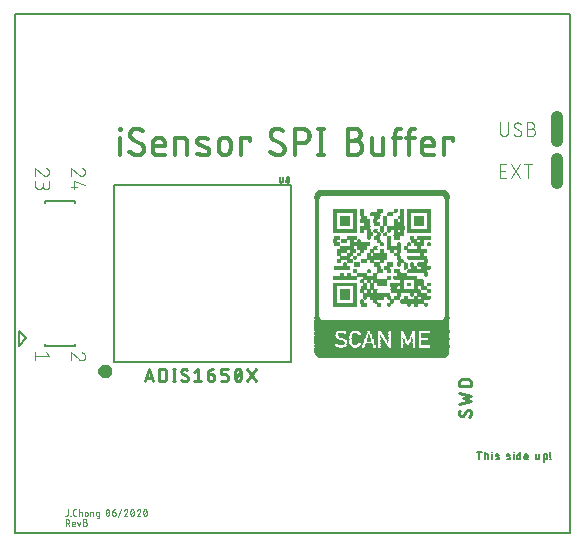
<source format=gbr>
G04 EAGLE Gerber RS-274X export*
G75*
%MOMM*%
%FSLAX34Y34*%
%LPD*%
%INSilkscreen Top*%
%IPPOS*%
%AMOC8*
5,1,8,0,0,1.08239X$1,22.5*%
G01*
%ADD10C,0.228600*%
%ADD11C,0.127000*%
%ADD12C,1.016000*%
%ADD13C,0.101600*%
%ADD14C,0.304800*%
%ADD15C,0.050800*%
%ADD16R,10.363200X0.038100*%
%ADD17R,10.744200X0.038100*%
%ADD18R,10.896600X0.038100*%
%ADD19R,10.972800X0.038100*%
%ADD20R,11.049000X0.038100*%
%ADD21R,11.125200X0.038100*%
%ADD22R,11.201400X0.038100*%
%ADD23R,11.277600X0.038100*%
%ADD24R,11.353800X0.038100*%
%ADD25R,11.430000X0.038100*%
%ADD26R,2.057400X0.038100*%
%ADD27R,0.914400X0.038100*%
%ADD28R,0.419100X0.038100*%
%ADD29R,0.762000X0.038100*%
%ADD30R,0.152400X0.038100*%
%ADD31R,0.647700X0.038100*%
%ADD32R,0.838200X0.038100*%
%ADD33R,0.342900X0.038100*%
%ADD34R,1.676400X0.038100*%
%ADD35R,1.905000X0.038100*%
%ADD36R,0.723900X0.038100*%
%ADD37R,0.304800X0.038100*%
%ADD38R,0.800100X0.038100*%
%ADD39R,1.828800X0.038100*%
%ADD40R,0.571500X0.038100*%
%ADD41R,0.228600X0.038100*%
%ADD42R,0.190500X0.038100*%
%ADD43R,0.609600X0.038100*%
%ADD44R,1.790700X0.038100*%
%ADD45R,0.495300X0.038100*%
%ADD46R,0.685800X0.038100*%
%ADD47R,1.714500X0.038100*%
%ADD48R,0.533400X0.038100*%
%ADD49R,0.266700X0.038100*%
%ADD50R,2.400300X0.038100*%
%ADD51R,1.752600X0.038100*%
%ADD52R,0.381000X0.038100*%
%ADD53R,0.457200X0.038100*%
%ADD54R,2.514600X0.038100*%
%ADD55R,2.552700X0.038100*%
%ADD56R,0.990600X0.038100*%
%ADD57R,0.038100X0.038100*%
%ADD58R,0.076200X0.038100*%
%ADD59R,2.476500X0.038100*%
%ADD60R,1.028700X0.038100*%
%ADD61R,2.438400X0.038100*%
%ADD62R,0.114300X0.038100*%
%ADD63R,2.324100X0.038100*%
%ADD64R,2.095500X0.038100*%
%ADD65R,1.066800X0.038100*%
%ADD66R,1.981200X0.038100*%
%ADD67R,1.866900X0.038100*%
%ADD68R,1.104900X0.038100*%
%ADD69R,1.143000X0.038100*%
%ADD70R,0.876300X0.038100*%
%ADD71R,1.181100X0.038100*%
%ADD72R,0.952500X0.038100*%
%ADD73R,2.286000X0.038100*%
%ADD74R,2.209800X0.038100*%
%ADD75R,2.019300X0.038100*%
%ADD76R,1.943100X0.038100*%
%ADD77R,1.371600X0.038100*%
%ADD78R,1.409700X0.038100*%
%ADD79R,1.638300X0.038100*%
%ADD80R,1.447800X0.038100*%
%ADD81R,10.820400X0.038100*%
%ADD82R,10.591800X0.038100*%
%ADD83C,0.152400*%
%ADD84C,0.076200*%
%ADD85C,0.812800*%


D10*
X397561Y103141D02*
X397559Y103234D01*
X397553Y103327D01*
X397544Y103420D01*
X397531Y103512D01*
X397514Y103604D01*
X397494Y103695D01*
X397470Y103785D01*
X397442Y103874D01*
X397411Y103962D01*
X397376Y104048D01*
X397338Y104133D01*
X397296Y104216D01*
X397251Y104298D01*
X397203Y104378D01*
X397151Y104456D01*
X397097Y104531D01*
X397039Y104604D01*
X396979Y104675D01*
X396916Y104744D01*
X396850Y104810D01*
X396781Y104873D01*
X396710Y104933D01*
X396637Y104991D01*
X396562Y105045D01*
X396484Y105097D01*
X396404Y105145D01*
X396322Y105190D01*
X396239Y105232D01*
X396154Y105270D01*
X396068Y105305D01*
X395980Y105336D01*
X395891Y105364D01*
X395801Y105388D01*
X395710Y105408D01*
X395618Y105425D01*
X395526Y105438D01*
X395433Y105447D01*
X395340Y105453D01*
X395247Y105455D01*
X397561Y103141D02*
X397559Y103003D01*
X397553Y102865D01*
X397544Y102728D01*
X397530Y102591D01*
X397512Y102454D01*
X397491Y102318D01*
X397466Y102182D01*
X397437Y102047D01*
X397404Y101913D01*
X397368Y101781D01*
X397328Y101649D01*
X397284Y101518D01*
X397236Y101389D01*
X397185Y101261D01*
X397130Y101134D01*
X397072Y101009D01*
X397010Y100886D01*
X396945Y100765D01*
X396876Y100645D01*
X396804Y100528D01*
X396729Y100412D01*
X396650Y100299D01*
X396568Y100188D01*
X396483Y100079D01*
X396396Y99973D01*
X396305Y99869D01*
X396211Y99768D01*
X396115Y99670D01*
X389461Y99959D02*
X389368Y99961D01*
X389275Y99967D01*
X389182Y99976D01*
X389090Y99989D01*
X388998Y100006D01*
X388907Y100026D01*
X388817Y100050D01*
X388728Y100078D01*
X388640Y100109D01*
X388554Y100144D01*
X388469Y100182D01*
X388386Y100224D01*
X388304Y100269D01*
X388224Y100317D01*
X388146Y100369D01*
X388071Y100423D01*
X387998Y100481D01*
X387927Y100541D01*
X387858Y100604D01*
X387792Y100670D01*
X387729Y100739D01*
X387669Y100810D01*
X387611Y100883D01*
X387557Y100958D01*
X387505Y101036D01*
X387457Y101116D01*
X387412Y101198D01*
X387370Y101281D01*
X387332Y101366D01*
X387297Y101452D01*
X387266Y101540D01*
X387238Y101629D01*
X387214Y101719D01*
X387194Y101810D01*
X387177Y101902D01*
X387164Y101994D01*
X387155Y102087D01*
X387149Y102180D01*
X387147Y102273D01*
X387149Y102400D01*
X387154Y102527D01*
X387164Y102653D01*
X387177Y102780D01*
X387193Y102905D01*
X387214Y103031D01*
X387238Y103155D01*
X387265Y103279D01*
X387296Y103402D01*
X387331Y103524D01*
X387370Y103645D01*
X387412Y103765D01*
X387457Y103883D01*
X387506Y104001D01*
X387558Y104116D01*
X387614Y104230D01*
X387672Y104343D01*
X387735Y104453D01*
X387800Y104562D01*
X387869Y104669D01*
X387940Y104774D01*
X388015Y104876D01*
X391486Y101116D02*
X391436Y101036D01*
X391384Y100958D01*
X391329Y100883D01*
X391270Y100809D01*
X391209Y100738D01*
X391145Y100670D01*
X391078Y100604D01*
X391008Y100540D01*
X390937Y100480D01*
X390862Y100423D01*
X390786Y100368D01*
X390707Y100317D01*
X390627Y100269D01*
X390545Y100224D01*
X390460Y100182D01*
X390375Y100144D01*
X390288Y100109D01*
X390199Y100078D01*
X390109Y100050D01*
X390019Y100026D01*
X389927Y100006D01*
X389835Y99989D01*
X389742Y99976D01*
X389648Y99966D01*
X389555Y99961D01*
X389461Y99959D01*
X393222Y104298D02*
X393272Y104378D01*
X393324Y104456D01*
X393380Y104532D01*
X393438Y104605D01*
X393499Y104676D01*
X393563Y104744D01*
X393630Y104810D01*
X393700Y104874D01*
X393771Y104934D01*
X393846Y104991D01*
X393922Y105046D01*
X394001Y105097D01*
X394081Y105145D01*
X394163Y105190D01*
X394248Y105232D01*
X394333Y105270D01*
X394420Y105305D01*
X394509Y105336D01*
X394599Y105364D01*
X394689Y105388D01*
X394781Y105408D01*
X394873Y105425D01*
X394966Y105438D01*
X395060Y105448D01*
X395153Y105453D01*
X395247Y105455D01*
X393222Y104298D02*
X391486Y101116D01*
X387147Y110507D02*
X397561Y112821D01*
X390618Y115135D01*
X397561Y117450D01*
X387147Y119764D01*
X387147Y125578D02*
X397561Y125578D01*
X387147Y125578D02*
X387147Y128470D01*
X387149Y128576D01*
X387155Y128681D01*
X387164Y128786D01*
X387178Y128891D01*
X387195Y128995D01*
X387216Y129099D01*
X387241Y129202D01*
X387270Y129303D01*
X387302Y129404D01*
X387338Y129503D01*
X387377Y129601D01*
X387421Y129698D01*
X387467Y129793D01*
X387517Y129886D01*
X387571Y129977D01*
X387627Y130066D01*
X387687Y130153D01*
X387750Y130238D01*
X387816Y130321D01*
X387885Y130401D01*
X387957Y130478D01*
X388032Y130553D01*
X388109Y130625D01*
X388189Y130694D01*
X388272Y130760D01*
X388357Y130823D01*
X388444Y130883D01*
X388533Y130939D01*
X388624Y130993D01*
X388717Y131043D01*
X388812Y131089D01*
X388909Y131133D01*
X389007Y131172D01*
X389106Y131208D01*
X389207Y131240D01*
X389308Y131269D01*
X389411Y131294D01*
X389515Y131315D01*
X389619Y131332D01*
X389724Y131346D01*
X389829Y131355D01*
X389934Y131361D01*
X390040Y131363D01*
X394668Y131363D01*
X394774Y131361D01*
X394879Y131355D01*
X394984Y131346D01*
X395089Y131332D01*
X395193Y131315D01*
X395297Y131294D01*
X395400Y131269D01*
X395501Y131240D01*
X395602Y131208D01*
X395701Y131172D01*
X395799Y131133D01*
X395896Y131089D01*
X395991Y131043D01*
X396084Y130993D01*
X396175Y130939D01*
X396264Y130883D01*
X396351Y130823D01*
X396436Y130760D01*
X396519Y130694D01*
X396599Y130625D01*
X396676Y130553D01*
X396751Y130478D01*
X396823Y130401D01*
X396892Y130321D01*
X396958Y130238D01*
X397021Y130153D01*
X397081Y130066D01*
X397137Y129977D01*
X397191Y129886D01*
X397241Y129793D01*
X397287Y129698D01*
X397331Y129601D01*
X397370Y129503D01*
X397406Y129404D01*
X397438Y129303D01*
X397467Y129202D01*
X397492Y129099D01*
X397513Y128995D01*
X397530Y128891D01*
X397544Y128786D01*
X397553Y128681D01*
X397559Y128576D01*
X397561Y128470D01*
X397561Y125578D01*
D11*
X404608Y69952D02*
X404608Y63602D01*
X402844Y69952D02*
X406372Y69952D01*
X409369Y69952D02*
X409369Y63602D01*
X409369Y67835D02*
X411133Y67835D01*
X411197Y67833D01*
X411261Y67827D01*
X411324Y67818D01*
X411386Y67804D01*
X411448Y67787D01*
X411508Y67766D01*
X411567Y67742D01*
X411625Y67714D01*
X411680Y67682D01*
X411734Y67648D01*
X411785Y67610D01*
X411835Y67569D01*
X411881Y67525D01*
X411925Y67479D01*
X411966Y67430D01*
X412004Y67378D01*
X412038Y67324D01*
X412070Y67269D01*
X412098Y67211D01*
X412122Y67152D01*
X412143Y67092D01*
X412160Y67030D01*
X412174Y66968D01*
X412183Y66905D01*
X412189Y66841D01*
X412191Y66777D01*
X412191Y63602D01*
X415352Y63602D02*
X415352Y67835D01*
X415176Y69599D02*
X415176Y69952D01*
X415528Y69952D01*
X415528Y69599D01*
X415176Y69599D01*
X418813Y66071D02*
X420577Y65365D01*
X418813Y66070D02*
X418759Y66094D01*
X418707Y66121D01*
X418656Y66152D01*
X418608Y66185D01*
X418561Y66222D01*
X418518Y66262D01*
X418476Y66304D01*
X418438Y66349D01*
X418403Y66396D01*
X418370Y66446D01*
X418342Y66497D01*
X418316Y66550D01*
X418294Y66605D01*
X418275Y66661D01*
X418260Y66718D01*
X418249Y66776D01*
X418242Y66835D01*
X418238Y66894D01*
X418239Y66953D01*
X418243Y67012D01*
X418250Y67070D01*
X418262Y67128D01*
X418277Y67185D01*
X418296Y67241D01*
X418319Y67296D01*
X418345Y67349D01*
X418374Y67400D01*
X418407Y67449D01*
X418442Y67496D01*
X418481Y67541D01*
X418522Y67583D01*
X418567Y67622D01*
X418613Y67659D01*
X418662Y67692D01*
X418713Y67722D01*
X418765Y67749D01*
X418820Y67772D01*
X418875Y67792D01*
X418932Y67808D01*
X418990Y67820D01*
X419048Y67829D01*
X419107Y67834D01*
X419166Y67835D01*
X419292Y67831D01*
X419418Y67823D01*
X419543Y67811D01*
X419668Y67796D01*
X419793Y67776D01*
X419916Y67753D01*
X420039Y67725D01*
X420161Y67694D01*
X420282Y67659D01*
X420402Y67620D01*
X420521Y67578D01*
X420638Y67532D01*
X420754Y67482D01*
X420578Y65366D02*
X420632Y65342D01*
X420684Y65315D01*
X420735Y65284D01*
X420783Y65251D01*
X420830Y65214D01*
X420873Y65174D01*
X420915Y65132D01*
X420953Y65087D01*
X420988Y65040D01*
X421021Y64990D01*
X421049Y64939D01*
X421075Y64886D01*
X421097Y64831D01*
X421116Y64775D01*
X421131Y64718D01*
X421142Y64660D01*
X421149Y64601D01*
X421153Y64542D01*
X421152Y64483D01*
X421148Y64424D01*
X421141Y64366D01*
X421129Y64308D01*
X421114Y64251D01*
X421095Y64195D01*
X421072Y64140D01*
X421046Y64087D01*
X421017Y64036D01*
X420984Y63987D01*
X420949Y63940D01*
X420910Y63895D01*
X420869Y63853D01*
X420824Y63814D01*
X420778Y63777D01*
X420729Y63744D01*
X420678Y63714D01*
X420626Y63687D01*
X420571Y63664D01*
X420516Y63644D01*
X420459Y63628D01*
X420401Y63616D01*
X420343Y63607D01*
X420284Y63602D01*
X420225Y63601D01*
X420225Y63602D02*
X420072Y63606D01*
X419920Y63614D01*
X419768Y63626D01*
X419617Y63641D01*
X419465Y63661D01*
X419315Y63684D01*
X419165Y63712D01*
X419016Y63743D01*
X418867Y63778D01*
X418720Y63816D01*
X418574Y63858D01*
X418428Y63905D01*
X418284Y63954D01*
X428415Y66071D02*
X430179Y65365D01*
X428414Y66070D02*
X428360Y66094D01*
X428308Y66121D01*
X428257Y66152D01*
X428209Y66185D01*
X428162Y66222D01*
X428119Y66262D01*
X428077Y66304D01*
X428039Y66349D01*
X428004Y66396D01*
X427971Y66446D01*
X427943Y66497D01*
X427917Y66550D01*
X427895Y66605D01*
X427876Y66661D01*
X427861Y66718D01*
X427850Y66776D01*
X427843Y66835D01*
X427839Y66894D01*
X427840Y66953D01*
X427844Y67012D01*
X427851Y67070D01*
X427863Y67128D01*
X427878Y67185D01*
X427897Y67241D01*
X427920Y67296D01*
X427946Y67349D01*
X427975Y67400D01*
X428008Y67449D01*
X428043Y67496D01*
X428082Y67541D01*
X428123Y67583D01*
X428168Y67622D01*
X428214Y67659D01*
X428263Y67692D01*
X428314Y67722D01*
X428366Y67749D01*
X428421Y67772D01*
X428476Y67792D01*
X428533Y67808D01*
X428591Y67820D01*
X428649Y67829D01*
X428708Y67834D01*
X428767Y67835D01*
X428893Y67831D01*
X429019Y67823D01*
X429144Y67811D01*
X429269Y67796D01*
X429394Y67776D01*
X429517Y67753D01*
X429640Y67725D01*
X429762Y67694D01*
X429883Y67659D01*
X430003Y67620D01*
X430122Y67578D01*
X430239Y67532D01*
X430355Y67482D01*
X430179Y65366D02*
X430233Y65342D01*
X430285Y65315D01*
X430336Y65284D01*
X430384Y65251D01*
X430431Y65214D01*
X430474Y65174D01*
X430516Y65132D01*
X430554Y65087D01*
X430589Y65040D01*
X430622Y64990D01*
X430650Y64939D01*
X430676Y64886D01*
X430698Y64831D01*
X430717Y64775D01*
X430732Y64718D01*
X430743Y64660D01*
X430750Y64601D01*
X430754Y64542D01*
X430753Y64483D01*
X430749Y64424D01*
X430742Y64366D01*
X430730Y64308D01*
X430715Y64251D01*
X430696Y64195D01*
X430673Y64140D01*
X430647Y64087D01*
X430618Y64036D01*
X430585Y63987D01*
X430550Y63940D01*
X430511Y63895D01*
X430470Y63853D01*
X430425Y63814D01*
X430379Y63777D01*
X430330Y63744D01*
X430279Y63714D01*
X430227Y63687D01*
X430172Y63664D01*
X430117Y63644D01*
X430060Y63628D01*
X430002Y63616D01*
X429944Y63607D01*
X429885Y63602D01*
X429826Y63601D01*
X429826Y63602D02*
X429673Y63606D01*
X429521Y63614D01*
X429369Y63626D01*
X429218Y63641D01*
X429066Y63661D01*
X428916Y63684D01*
X428766Y63712D01*
X428617Y63743D01*
X428468Y63778D01*
X428321Y63816D01*
X428175Y63858D01*
X428029Y63905D01*
X427885Y63954D01*
X433640Y63602D02*
X433640Y67835D01*
X433464Y69599D02*
X433464Y69952D01*
X433816Y69952D01*
X433816Y69599D01*
X433464Y69599D01*
X439340Y69952D02*
X439340Y63602D01*
X437576Y63602D01*
X437512Y63604D01*
X437448Y63610D01*
X437385Y63619D01*
X437323Y63633D01*
X437261Y63650D01*
X437201Y63671D01*
X437142Y63695D01*
X437084Y63723D01*
X437029Y63755D01*
X436975Y63789D01*
X436924Y63827D01*
X436874Y63868D01*
X436828Y63912D01*
X436784Y63958D01*
X436743Y64008D01*
X436705Y64059D01*
X436671Y64113D01*
X436639Y64168D01*
X436611Y64226D01*
X436587Y64285D01*
X436566Y64345D01*
X436549Y64407D01*
X436535Y64469D01*
X436526Y64532D01*
X436520Y64596D01*
X436518Y64660D01*
X436518Y66777D01*
X436520Y66841D01*
X436526Y66905D01*
X436535Y66968D01*
X436549Y67030D01*
X436566Y67092D01*
X436587Y67152D01*
X436611Y67211D01*
X436639Y67269D01*
X436671Y67324D01*
X436705Y67378D01*
X436743Y67429D01*
X436784Y67479D01*
X436828Y67525D01*
X436874Y67569D01*
X436924Y67610D01*
X436975Y67648D01*
X437029Y67682D01*
X437084Y67714D01*
X437142Y67742D01*
X437201Y67766D01*
X437261Y67787D01*
X437323Y67804D01*
X437385Y67818D01*
X437448Y67827D01*
X437512Y67833D01*
X437576Y67835D01*
X439340Y67835D01*
X443803Y63602D02*
X445567Y63602D01*
X443803Y63602D02*
X443739Y63604D01*
X443675Y63610D01*
X443612Y63619D01*
X443550Y63633D01*
X443488Y63650D01*
X443428Y63671D01*
X443369Y63695D01*
X443311Y63723D01*
X443256Y63755D01*
X443202Y63789D01*
X443151Y63827D01*
X443101Y63868D01*
X443055Y63912D01*
X443011Y63958D01*
X442970Y64008D01*
X442932Y64059D01*
X442898Y64113D01*
X442866Y64168D01*
X442838Y64226D01*
X442814Y64285D01*
X442793Y64345D01*
X442776Y64407D01*
X442762Y64469D01*
X442753Y64532D01*
X442747Y64596D01*
X442745Y64660D01*
X442744Y64660D02*
X442744Y66424D01*
X442746Y66498D01*
X442752Y66571D01*
X442761Y66645D01*
X442775Y66717D01*
X442792Y66789D01*
X442813Y66860D01*
X442838Y66930D01*
X442866Y66998D01*
X442898Y67065D01*
X442933Y67130D01*
X442972Y67192D01*
X443013Y67253D01*
X443058Y67312D01*
X443106Y67368D01*
X443157Y67422D01*
X443211Y67473D01*
X443267Y67521D01*
X443326Y67566D01*
X443387Y67607D01*
X443450Y67646D01*
X443514Y67681D01*
X443581Y67713D01*
X443649Y67741D01*
X443719Y67766D01*
X443790Y67787D01*
X443862Y67804D01*
X443934Y67818D01*
X444008Y67827D01*
X444081Y67833D01*
X444155Y67835D01*
X444229Y67833D01*
X444302Y67827D01*
X444376Y67818D01*
X444448Y67804D01*
X444520Y67787D01*
X444591Y67766D01*
X444661Y67741D01*
X444729Y67713D01*
X444796Y67681D01*
X444861Y67646D01*
X444923Y67607D01*
X444984Y67566D01*
X445043Y67521D01*
X445099Y67473D01*
X445153Y67422D01*
X445204Y67368D01*
X445252Y67312D01*
X445297Y67253D01*
X445338Y67192D01*
X445377Y67130D01*
X445412Y67065D01*
X445444Y66998D01*
X445472Y66930D01*
X445497Y66860D01*
X445518Y66789D01*
X445535Y66717D01*
X445549Y66645D01*
X445558Y66571D01*
X445564Y66498D01*
X445566Y66424D01*
X445567Y66424D02*
X445567Y65718D01*
X442744Y65718D01*
X452574Y64660D02*
X452574Y67835D01*
X452574Y64660D02*
X452576Y64596D01*
X452582Y64532D01*
X452591Y64469D01*
X452605Y64407D01*
X452622Y64345D01*
X452643Y64285D01*
X452667Y64226D01*
X452695Y64168D01*
X452727Y64113D01*
X452761Y64059D01*
X452799Y64008D01*
X452840Y63958D01*
X452884Y63912D01*
X452930Y63868D01*
X452980Y63827D01*
X453031Y63789D01*
X453085Y63755D01*
X453140Y63723D01*
X453198Y63695D01*
X453257Y63671D01*
X453317Y63650D01*
X453379Y63633D01*
X453441Y63619D01*
X453504Y63610D01*
X453568Y63604D01*
X453632Y63602D01*
X455396Y63602D01*
X455396Y67835D01*
X459029Y67835D02*
X459029Y61485D01*
X459029Y67835D02*
X460793Y67835D01*
X460857Y67833D01*
X460921Y67827D01*
X460984Y67818D01*
X461046Y67804D01*
X461108Y67787D01*
X461168Y67766D01*
X461227Y67742D01*
X461285Y67714D01*
X461340Y67682D01*
X461394Y67648D01*
X461445Y67610D01*
X461495Y67569D01*
X461541Y67525D01*
X461585Y67479D01*
X461626Y67430D01*
X461664Y67378D01*
X461698Y67324D01*
X461730Y67269D01*
X461758Y67211D01*
X461782Y67152D01*
X461803Y67092D01*
X461820Y67030D01*
X461834Y66968D01*
X461843Y66905D01*
X461849Y66841D01*
X461851Y66777D01*
X461852Y66777D02*
X461852Y64660D01*
X461851Y64660D02*
X461849Y64596D01*
X461843Y64532D01*
X461834Y64469D01*
X461820Y64407D01*
X461803Y64345D01*
X461782Y64285D01*
X461758Y64226D01*
X461730Y64168D01*
X461698Y64113D01*
X461664Y64059D01*
X461626Y64008D01*
X461585Y63958D01*
X461541Y63912D01*
X461495Y63868D01*
X461445Y63827D01*
X461394Y63789D01*
X461340Y63755D01*
X461285Y63723D01*
X461227Y63695D01*
X461168Y63671D01*
X461108Y63650D01*
X461046Y63633D01*
X460984Y63619D01*
X460921Y63610D01*
X460857Y63604D01*
X460793Y63602D01*
X459029Y63602D01*
X464729Y65718D02*
X464729Y69952D01*
X464553Y63954D02*
X464553Y63602D01*
X464553Y63954D02*
X464906Y63954D01*
X464906Y63602D01*
X464553Y63602D01*
D12*
X469900Y332740D02*
X469900Y353060D01*
X469900Y317500D02*
X469900Y297180D01*
D13*
X422148Y340304D02*
X422148Y348742D01*
X422148Y340304D02*
X422150Y340191D01*
X422156Y340078D01*
X422166Y339965D01*
X422180Y339852D01*
X422197Y339740D01*
X422219Y339629D01*
X422244Y339519D01*
X422274Y339409D01*
X422307Y339301D01*
X422344Y339194D01*
X422384Y339088D01*
X422429Y338984D01*
X422477Y338881D01*
X422528Y338780D01*
X422583Y338681D01*
X422641Y338584D01*
X422703Y338489D01*
X422768Y338396D01*
X422836Y338306D01*
X422907Y338218D01*
X422982Y338132D01*
X423059Y338049D01*
X423139Y337969D01*
X423222Y337892D01*
X423308Y337817D01*
X423396Y337746D01*
X423486Y337678D01*
X423579Y337613D01*
X423674Y337551D01*
X423771Y337493D01*
X423870Y337438D01*
X423971Y337387D01*
X424074Y337339D01*
X424178Y337294D01*
X424284Y337254D01*
X424391Y337217D01*
X424499Y337184D01*
X424609Y337154D01*
X424719Y337129D01*
X424830Y337107D01*
X424942Y337090D01*
X425055Y337076D01*
X425168Y337066D01*
X425281Y337060D01*
X425394Y337058D01*
X425507Y337060D01*
X425620Y337066D01*
X425733Y337076D01*
X425846Y337090D01*
X425958Y337107D01*
X426069Y337129D01*
X426179Y337154D01*
X426289Y337184D01*
X426397Y337217D01*
X426504Y337254D01*
X426610Y337294D01*
X426714Y337339D01*
X426817Y337387D01*
X426918Y337438D01*
X427017Y337493D01*
X427114Y337551D01*
X427209Y337613D01*
X427302Y337678D01*
X427392Y337746D01*
X427480Y337817D01*
X427566Y337892D01*
X427649Y337969D01*
X427729Y338049D01*
X427806Y338132D01*
X427881Y338218D01*
X427952Y338306D01*
X428020Y338396D01*
X428085Y338489D01*
X428147Y338584D01*
X428205Y338681D01*
X428260Y338780D01*
X428311Y338881D01*
X428359Y338984D01*
X428404Y339088D01*
X428444Y339194D01*
X428481Y339301D01*
X428514Y339409D01*
X428544Y339519D01*
X428569Y339629D01*
X428591Y339740D01*
X428608Y339852D01*
X428622Y339965D01*
X428632Y340078D01*
X428638Y340191D01*
X428640Y340304D01*
X428639Y340304D02*
X428639Y348742D01*
X440069Y339654D02*
X440067Y339555D01*
X440061Y339455D01*
X440052Y339356D01*
X440039Y339258D01*
X440022Y339160D01*
X440001Y339062D01*
X439976Y338966D01*
X439948Y338871D01*
X439916Y338777D01*
X439881Y338684D01*
X439842Y338592D01*
X439799Y338502D01*
X439754Y338414D01*
X439704Y338327D01*
X439652Y338243D01*
X439596Y338160D01*
X439538Y338080D01*
X439476Y338002D01*
X439411Y337927D01*
X439343Y337854D01*
X439273Y337784D01*
X439200Y337716D01*
X439125Y337651D01*
X439047Y337589D01*
X438967Y337531D01*
X438884Y337475D01*
X438800Y337423D01*
X438713Y337373D01*
X438625Y337328D01*
X438535Y337285D01*
X438443Y337246D01*
X438350Y337211D01*
X438256Y337179D01*
X438161Y337151D01*
X438065Y337126D01*
X437967Y337105D01*
X437869Y337088D01*
X437771Y337075D01*
X437672Y337066D01*
X437572Y337060D01*
X437473Y337058D01*
X437329Y337060D01*
X437184Y337066D01*
X437040Y337075D01*
X436897Y337088D01*
X436753Y337105D01*
X436610Y337126D01*
X436468Y337151D01*
X436327Y337179D01*
X436186Y337211D01*
X436046Y337247D01*
X435907Y337286D01*
X435769Y337329D01*
X435633Y337376D01*
X435497Y337426D01*
X435363Y337480D01*
X435231Y337537D01*
X435100Y337598D01*
X434971Y337662D01*
X434843Y337730D01*
X434717Y337800D01*
X434593Y337875D01*
X434472Y337952D01*
X434352Y338033D01*
X434234Y338116D01*
X434119Y338203D01*
X434006Y338293D01*
X433895Y338386D01*
X433787Y338481D01*
X433681Y338580D01*
X433578Y338681D01*
X433903Y346146D02*
X433905Y346245D01*
X433911Y346345D01*
X433920Y346444D01*
X433933Y346542D01*
X433950Y346640D01*
X433971Y346738D01*
X433996Y346834D01*
X434024Y346929D01*
X434056Y347023D01*
X434091Y347116D01*
X434130Y347208D01*
X434173Y347298D01*
X434218Y347386D01*
X434268Y347473D01*
X434320Y347557D01*
X434376Y347640D01*
X434434Y347720D01*
X434496Y347798D01*
X434561Y347873D01*
X434629Y347946D01*
X434699Y348016D01*
X434772Y348084D01*
X434847Y348149D01*
X434925Y348211D01*
X435005Y348269D01*
X435088Y348325D01*
X435172Y348377D01*
X435259Y348427D01*
X435347Y348472D01*
X435437Y348515D01*
X435529Y348554D01*
X435622Y348589D01*
X435716Y348621D01*
X435811Y348649D01*
X435908Y348674D01*
X436005Y348695D01*
X436103Y348712D01*
X436201Y348725D01*
X436300Y348734D01*
X436400Y348740D01*
X436499Y348742D01*
X436635Y348740D01*
X436771Y348734D01*
X436907Y348725D01*
X437043Y348712D01*
X437178Y348694D01*
X437312Y348674D01*
X437446Y348649D01*
X437580Y348621D01*
X437712Y348588D01*
X437843Y348553D01*
X437974Y348513D01*
X438103Y348470D01*
X438231Y348424D01*
X438357Y348373D01*
X438483Y348320D01*
X438606Y348262D01*
X438728Y348202D01*
X438848Y348138D01*
X438967Y348070D01*
X439083Y348000D01*
X439197Y347926D01*
X439310Y347849D01*
X439420Y347768D01*
X435200Y343874D02*
X435114Y343927D01*
X435030Y343984D01*
X434948Y344043D01*
X434868Y344106D01*
X434791Y344172D01*
X434716Y344240D01*
X434644Y344312D01*
X434575Y344386D01*
X434509Y344463D01*
X434446Y344542D01*
X434386Y344624D01*
X434329Y344708D01*
X434275Y344794D01*
X434225Y344882D01*
X434178Y344972D01*
X434134Y345063D01*
X434095Y345157D01*
X434058Y345251D01*
X434026Y345347D01*
X433997Y345445D01*
X433972Y345543D01*
X433951Y345642D01*
X433933Y345742D01*
X433920Y345842D01*
X433910Y345943D01*
X433904Y346045D01*
X433902Y346146D01*
X438771Y341926D02*
X438857Y341873D01*
X438941Y341816D01*
X439023Y341757D01*
X439103Y341694D01*
X439180Y341628D01*
X439255Y341560D01*
X439327Y341488D01*
X439396Y341414D01*
X439462Y341337D01*
X439525Y341258D01*
X439585Y341176D01*
X439642Y341092D01*
X439696Y341006D01*
X439746Y340918D01*
X439793Y340828D01*
X439837Y340737D01*
X439876Y340643D01*
X439913Y340549D01*
X439945Y340453D01*
X439974Y340355D01*
X439999Y340257D01*
X440020Y340158D01*
X440038Y340058D01*
X440051Y339958D01*
X440061Y339857D01*
X440067Y339755D01*
X440069Y339654D01*
X438771Y341926D02*
X435201Y343874D01*
X445177Y343549D02*
X448423Y343549D01*
X448423Y343550D02*
X448536Y343548D01*
X448649Y343542D01*
X448762Y343532D01*
X448875Y343518D01*
X448987Y343501D01*
X449098Y343479D01*
X449208Y343454D01*
X449318Y343424D01*
X449426Y343391D01*
X449533Y343354D01*
X449639Y343314D01*
X449743Y343269D01*
X449846Y343221D01*
X449947Y343170D01*
X450046Y343115D01*
X450143Y343057D01*
X450238Y342995D01*
X450331Y342930D01*
X450421Y342862D01*
X450509Y342791D01*
X450595Y342716D01*
X450678Y342639D01*
X450758Y342559D01*
X450835Y342476D01*
X450910Y342390D01*
X450981Y342302D01*
X451049Y342212D01*
X451114Y342119D01*
X451176Y342024D01*
X451234Y341927D01*
X451289Y341828D01*
X451340Y341727D01*
X451388Y341624D01*
X451433Y341520D01*
X451473Y341414D01*
X451510Y341307D01*
X451543Y341199D01*
X451573Y341089D01*
X451598Y340979D01*
X451620Y340868D01*
X451637Y340756D01*
X451651Y340643D01*
X451661Y340530D01*
X451667Y340417D01*
X451669Y340304D01*
X451667Y340191D01*
X451661Y340078D01*
X451651Y339965D01*
X451637Y339852D01*
X451620Y339740D01*
X451598Y339629D01*
X451573Y339519D01*
X451543Y339409D01*
X451510Y339301D01*
X451473Y339194D01*
X451433Y339088D01*
X451388Y338984D01*
X451340Y338881D01*
X451289Y338780D01*
X451234Y338681D01*
X451176Y338584D01*
X451114Y338489D01*
X451049Y338396D01*
X450981Y338306D01*
X450910Y338218D01*
X450835Y338132D01*
X450758Y338049D01*
X450678Y337969D01*
X450595Y337892D01*
X450509Y337817D01*
X450421Y337746D01*
X450331Y337678D01*
X450238Y337613D01*
X450143Y337551D01*
X450046Y337493D01*
X449947Y337438D01*
X449846Y337387D01*
X449743Y337339D01*
X449639Y337294D01*
X449533Y337254D01*
X449426Y337217D01*
X449318Y337184D01*
X449208Y337154D01*
X449098Y337129D01*
X448987Y337107D01*
X448875Y337090D01*
X448762Y337076D01*
X448649Y337066D01*
X448536Y337060D01*
X448423Y337058D01*
X445177Y337058D01*
X445177Y348742D01*
X448423Y348742D01*
X448524Y348740D01*
X448624Y348734D01*
X448724Y348724D01*
X448824Y348711D01*
X448923Y348693D01*
X449022Y348672D01*
X449119Y348647D01*
X449216Y348618D01*
X449311Y348585D01*
X449405Y348549D01*
X449497Y348509D01*
X449588Y348466D01*
X449677Y348419D01*
X449764Y348369D01*
X449850Y348315D01*
X449933Y348258D01*
X450013Y348198D01*
X450092Y348135D01*
X450168Y348068D01*
X450241Y347999D01*
X450311Y347927D01*
X450379Y347853D01*
X450444Y347776D01*
X450505Y347696D01*
X450564Y347614D01*
X450619Y347530D01*
X450671Y347444D01*
X450720Y347356D01*
X450765Y347266D01*
X450807Y347174D01*
X450845Y347081D01*
X450879Y346986D01*
X450910Y346891D01*
X450937Y346794D01*
X450960Y346696D01*
X450980Y346597D01*
X450995Y346497D01*
X451007Y346397D01*
X451015Y346297D01*
X451019Y346196D01*
X451019Y346096D01*
X451015Y345995D01*
X451007Y345895D01*
X450995Y345795D01*
X450980Y345695D01*
X450960Y345596D01*
X450937Y345498D01*
X450910Y345401D01*
X450879Y345306D01*
X450845Y345211D01*
X450807Y345118D01*
X450765Y345026D01*
X450720Y344936D01*
X450671Y344848D01*
X450619Y344762D01*
X450564Y344678D01*
X450505Y344596D01*
X450444Y344516D01*
X450379Y344439D01*
X450311Y344365D01*
X450241Y344293D01*
X450168Y344224D01*
X450092Y344157D01*
X450013Y344094D01*
X449933Y344034D01*
X449850Y343977D01*
X449764Y343923D01*
X449677Y343873D01*
X449588Y343826D01*
X449497Y343783D01*
X449405Y343743D01*
X449311Y343707D01*
X449216Y343674D01*
X449119Y343645D01*
X449022Y343620D01*
X448923Y343599D01*
X448824Y343581D01*
X448724Y343568D01*
X448624Y343558D01*
X448524Y343552D01*
X448423Y343550D01*
X427341Y301498D02*
X422148Y301498D01*
X422148Y313182D01*
X427341Y313182D01*
X426043Y307989D02*
X422148Y307989D01*
X431001Y301498D02*
X438791Y313182D01*
X431001Y313182D02*
X438791Y301498D01*
X445564Y301498D02*
X445564Y313182D01*
X442318Y313182D02*
X448810Y313182D01*
D14*
X100570Y321056D02*
X100570Y335957D01*
X99949Y342166D02*
X99949Y343408D01*
X101191Y343408D01*
X101191Y342166D01*
X99949Y342166D01*
X120698Y326023D02*
X120696Y325884D01*
X120690Y325744D01*
X120680Y325606D01*
X120667Y325467D01*
X120649Y325329D01*
X120628Y325191D01*
X120603Y325054D01*
X120573Y324918D01*
X120541Y324782D01*
X120504Y324648D01*
X120463Y324515D01*
X120419Y324383D01*
X120371Y324252D01*
X120320Y324122D01*
X120265Y323994D01*
X120206Y323868D01*
X120144Y323743D01*
X120078Y323620D01*
X120009Y323499D01*
X119937Y323380D01*
X119861Y323263D01*
X119782Y323149D01*
X119700Y323036D01*
X119614Y322926D01*
X119526Y322818D01*
X119435Y322713D01*
X119340Y322611D01*
X119243Y322511D01*
X119143Y322414D01*
X119041Y322319D01*
X118936Y322228D01*
X118828Y322140D01*
X118718Y322054D01*
X118605Y321972D01*
X118491Y321893D01*
X118374Y321817D01*
X118255Y321745D01*
X118134Y321676D01*
X118011Y321610D01*
X117886Y321548D01*
X117760Y321489D01*
X117632Y321434D01*
X117502Y321383D01*
X117372Y321335D01*
X117239Y321291D01*
X117106Y321250D01*
X116972Y321213D01*
X116836Y321181D01*
X116700Y321151D01*
X116563Y321126D01*
X116425Y321105D01*
X116287Y321087D01*
X116149Y321074D01*
X116010Y321064D01*
X115870Y321058D01*
X115731Y321056D01*
X115480Y321059D01*
X115229Y321068D01*
X114979Y321083D01*
X114728Y321104D01*
X114479Y321131D01*
X114230Y321164D01*
X113982Y321203D01*
X113735Y321248D01*
X113489Y321298D01*
X113244Y321355D01*
X113001Y321417D01*
X112759Y321486D01*
X112520Y321560D01*
X112282Y321639D01*
X112045Y321725D01*
X111811Y321816D01*
X111580Y321912D01*
X111350Y322014D01*
X111123Y322122D01*
X110899Y322235D01*
X110678Y322353D01*
X110459Y322476D01*
X110244Y322605D01*
X110031Y322739D01*
X109822Y322878D01*
X109616Y323022D01*
X109414Y323171D01*
X109215Y323324D01*
X109020Y323482D01*
X108829Y323645D01*
X108642Y323813D01*
X108459Y323984D01*
X108280Y324160D01*
X108901Y338441D02*
X108903Y338580D01*
X108909Y338720D01*
X108919Y338858D01*
X108932Y338997D01*
X108950Y339135D01*
X108971Y339273D01*
X108996Y339410D01*
X109026Y339546D01*
X109058Y339682D01*
X109095Y339816D01*
X109136Y339949D01*
X109180Y340081D01*
X109228Y340212D01*
X109279Y340342D01*
X109334Y340470D01*
X109393Y340596D01*
X109455Y340721D01*
X109521Y340844D01*
X109590Y340965D01*
X109662Y341084D01*
X109738Y341201D01*
X109817Y341315D01*
X109899Y341428D01*
X109985Y341538D01*
X110073Y341646D01*
X110164Y341751D01*
X110259Y341853D01*
X110356Y341953D01*
X110456Y342050D01*
X110558Y342145D01*
X110663Y342236D01*
X110771Y342324D01*
X110881Y342410D01*
X110994Y342492D01*
X111108Y342571D01*
X111225Y342647D01*
X111344Y342719D01*
X111465Y342788D01*
X111588Y342854D01*
X111713Y342916D01*
X111839Y342975D01*
X111967Y343030D01*
X112097Y343081D01*
X112228Y343129D01*
X112360Y343173D01*
X112493Y343214D01*
X112627Y343251D01*
X112763Y343283D01*
X112899Y343313D01*
X113036Y343338D01*
X113174Y343359D01*
X113312Y343377D01*
X113451Y343390D01*
X113589Y343400D01*
X113729Y343406D01*
X113868Y343408D01*
X114090Y343405D01*
X114312Y343397D01*
X114533Y343384D01*
X114755Y343366D01*
X114975Y343342D01*
X115195Y343313D01*
X115415Y343279D01*
X115633Y343239D01*
X115850Y343195D01*
X116067Y343145D01*
X116282Y343090D01*
X116495Y343030D01*
X116708Y342965D01*
X116918Y342894D01*
X117127Y342819D01*
X117334Y342739D01*
X117539Y342654D01*
X117742Y342564D01*
X117943Y342469D01*
X118141Y342370D01*
X118337Y342266D01*
X118530Y342157D01*
X118721Y342043D01*
X118909Y341926D01*
X119094Y341803D01*
X119277Y341676D01*
X119456Y341545D01*
X111385Y334095D02*
X111267Y334166D01*
X111151Y334241D01*
X111037Y334319D01*
X110926Y334400D01*
X110817Y334484D01*
X110710Y334571D01*
X110605Y334661D01*
X110503Y334753D01*
X110404Y334849D01*
X110307Y334947D01*
X110213Y335048D01*
X110121Y335151D01*
X110033Y335257D01*
X109947Y335365D01*
X109865Y335475D01*
X109785Y335588D01*
X109709Y335702D01*
X109636Y335819D01*
X109566Y335938D01*
X109499Y336059D01*
X109436Y336181D01*
X109375Y336305D01*
X109319Y336431D01*
X109266Y336558D01*
X109216Y336686D01*
X109170Y336816D01*
X109127Y336947D01*
X109088Y337080D01*
X109053Y337213D01*
X109021Y337347D01*
X108993Y337482D01*
X108969Y337618D01*
X108948Y337754D01*
X108931Y337891D01*
X108918Y338028D01*
X108909Y338165D01*
X108903Y338303D01*
X108901Y338441D01*
X118214Y330369D02*
X118332Y330298D01*
X118448Y330223D01*
X118562Y330145D01*
X118673Y330064D01*
X118782Y329980D01*
X118889Y329893D01*
X118994Y329803D01*
X119096Y329711D01*
X119195Y329615D01*
X119292Y329517D01*
X119386Y329416D01*
X119478Y329313D01*
X119566Y329207D01*
X119652Y329099D01*
X119734Y328989D01*
X119814Y328876D01*
X119890Y328762D01*
X119963Y328645D01*
X120033Y328526D01*
X120100Y328405D01*
X120163Y328283D01*
X120224Y328159D01*
X120280Y328033D01*
X120333Y327906D01*
X120383Y327778D01*
X120429Y327648D01*
X120472Y327517D01*
X120511Y327384D01*
X120546Y327251D01*
X120578Y327117D01*
X120606Y326982D01*
X120630Y326846D01*
X120651Y326710D01*
X120668Y326573D01*
X120681Y326436D01*
X120690Y326299D01*
X120696Y326161D01*
X120698Y326023D01*
X118214Y330369D02*
X111385Y334095D01*
X132038Y321056D02*
X138247Y321056D01*
X132038Y321056D02*
X131919Y321058D01*
X131799Y321064D01*
X131680Y321073D01*
X131562Y321087D01*
X131443Y321104D01*
X131326Y321125D01*
X131209Y321149D01*
X131093Y321178D01*
X130978Y321210D01*
X130864Y321246D01*
X130752Y321285D01*
X130640Y321328D01*
X130530Y321375D01*
X130422Y321425D01*
X130315Y321478D01*
X130210Y321535D01*
X130107Y321596D01*
X130006Y321659D01*
X129907Y321726D01*
X129810Y321796D01*
X129716Y321869D01*
X129623Y321945D01*
X129534Y322023D01*
X129447Y322105D01*
X129362Y322190D01*
X129280Y322277D01*
X129202Y322366D01*
X129126Y322459D01*
X129053Y322553D01*
X128983Y322650D01*
X128916Y322749D01*
X128853Y322850D01*
X128792Y322953D01*
X128735Y323058D01*
X128682Y323165D01*
X128632Y323273D01*
X128585Y323383D01*
X128542Y323495D01*
X128503Y323607D01*
X128467Y323721D01*
X128435Y323836D01*
X128406Y323952D01*
X128382Y324069D01*
X128361Y324186D01*
X128344Y324305D01*
X128330Y324423D01*
X128321Y324542D01*
X128315Y324662D01*
X128313Y324781D01*
X128313Y330990D01*
X128315Y331129D01*
X128321Y331269D01*
X128331Y331407D01*
X128344Y331546D01*
X128362Y331684D01*
X128383Y331822D01*
X128408Y331959D01*
X128438Y332095D01*
X128470Y332231D01*
X128507Y332365D01*
X128548Y332498D01*
X128592Y332630D01*
X128640Y332761D01*
X128691Y332891D01*
X128746Y333019D01*
X128805Y333145D01*
X128867Y333270D01*
X128933Y333393D01*
X129002Y333514D01*
X129074Y333633D01*
X129150Y333750D01*
X129229Y333864D01*
X129311Y333977D01*
X129397Y334087D01*
X129485Y334195D01*
X129576Y334300D01*
X129671Y334402D01*
X129768Y334502D01*
X129868Y334599D01*
X129970Y334694D01*
X130075Y334785D01*
X130183Y334873D01*
X130293Y334959D01*
X130406Y335041D01*
X130520Y335120D01*
X130637Y335196D01*
X130756Y335268D01*
X130877Y335337D01*
X131000Y335403D01*
X131125Y335465D01*
X131251Y335524D01*
X131379Y335579D01*
X131509Y335630D01*
X131640Y335678D01*
X131772Y335722D01*
X131905Y335763D01*
X132039Y335800D01*
X132175Y335832D01*
X132311Y335862D01*
X132448Y335887D01*
X132586Y335908D01*
X132724Y335926D01*
X132863Y335939D01*
X133001Y335949D01*
X133141Y335955D01*
X133280Y335957D01*
X133419Y335955D01*
X133559Y335949D01*
X133697Y335939D01*
X133836Y335926D01*
X133974Y335908D01*
X134112Y335887D01*
X134249Y335862D01*
X134385Y335832D01*
X134521Y335800D01*
X134655Y335763D01*
X134788Y335722D01*
X134920Y335678D01*
X135051Y335630D01*
X135181Y335579D01*
X135309Y335524D01*
X135435Y335465D01*
X135560Y335403D01*
X135683Y335337D01*
X135804Y335268D01*
X135923Y335196D01*
X136040Y335120D01*
X136154Y335041D01*
X136267Y334959D01*
X136377Y334873D01*
X136485Y334785D01*
X136590Y334694D01*
X136692Y334599D01*
X136792Y334502D01*
X136889Y334402D01*
X136984Y334300D01*
X137075Y334195D01*
X137163Y334087D01*
X137249Y333977D01*
X137331Y333864D01*
X137410Y333750D01*
X137486Y333633D01*
X137558Y333514D01*
X137627Y333393D01*
X137693Y333270D01*
X137755Y333145D01*
X137814Y333019D01*
X137869Y332891D01*
X137920Y332761D01*
X137968Y332630D01*
X138012Y332498D01*
X138053Y332365D01*
X138090Y332231D01*
X138122Y332095D01*
X138152Y331959D01*
X138177Y331822D01*
X138198Y331684D01*
X138216Y331546D01*
X138229Y331407D01*
X138239Y331269D01*
X138245Y331129D01*
X138247Y330990D01*
X138247Y328507D01*
X128313Y328507D01*
X147104Y335957D02*
X147104Y321056D01*
X147104Y335957D02*
X153313Y335957D01*
X153435Y335955D01*
X153557Y335949D01*
X153678Y335939D01*
X153799Y335925D01*
X153920Y335907D01*
X154040Y335885D01*
X154159Y335860D01*
X154277Y335830D01*
X154394Y335797D01*
X154510Y335759D01*
X154625Y335718D01*
X154738Y335673D01*
X154850Y335625D01*
X154961Y335573D01*
X155069Y335517D01*
X155175Y335458D01*
X155280Y335395D01*
X155382Y335329D01*
X155483Y335260D01*
X155581Y335187D01*
X155676Y335111D01*
X155769Y335033D01*
X155859Y334951D01*
X155947Y334866D01*
X156032Y334778D01*
X156114Y334688D01*
X156192Y334595D01*
X156268Y334500D01*
X156341Y334402D01*
X156410Y334302D01*
X156476Y334199D01*
X156539Y334095D01*
X156598Y333988D01*
X156654Y333880D01*
X156706Y333769D01*
X156754Y333658D01*
X156799Y333544D01*
X156840Y333429D01*
X156878Y333313D01*
X156911Y333196D01*
X156941Y333078D01*
X156966Y332959D01*
X156988Y332839D01*
X157006Y332718D01*
X157020Y332597D01*
X157030Y332476D01*
X157036Y332354D01*
X157038Y332232D01*
X157038Y321056D01*
X167757Y329748D02*
X173966Y327265D01*
X167757Y329748D02*
X167654Y329792D01*
X167553Y329838D01*
X167453Y329889D01*
X167355Y329942D01*
X167259Y330000D01*
X167165Y330060D01*
X167073Y330124D01*
X166984Y330190D01*
X166897Y330260D01*
X166812Y330333D01*
X166730Y330409D01*
X166650Y330487D01*
X166574Y330568D01*
X166500Y330652D01*
X166429Y330739D01*
X166361Y330827D01*
X166296Y330918D01*
X166235Y331012D01*
X166177Y331107D01*
X166122Y331204D01*
X166070Y331303D01*
X166022Y331404D01*
X165978Y331507D01*
X165937Y331611D01*
X165900Y331716D01*
X165866Y331822D01*
X165836Y331930D01*
X165810Y332039D01*
X165787Y332148D01*
X165769Y332258D01*
X165754Y332369D01*
X165743Y332480D01*
X165736Y332592D01*
X165733Y332703D01*
X165734Y332815D01*
X165739Y332927D01*
X165747Y333038D01*
X165759Y333149D01*
X165776Y333260D01*
X165796Y333369D01*
X165819Y333479D01*
X165847Y333587D01*
X165878Y333694D01*
X165913Y333800D01*
X165952Y333905D01*
X165994Y334008D01*
X166040Y334110D01*
X166089Y334210D01*
X166142Y334309D01*
X166198Y334405D01*
X166258Y334500D01*
X166321Y334592D01*
X166386Y334683D01*
X166455Y334770D01*
X166527Y334856D01*
X166602Y334939D01*
X166680Y335019D01*
X166761Y335096D01*
X166844Y335171D01*
X166929Y335243D01*
X167017Y335311D01*
X167108Y335377D01*
X167201Y335439D01*
X167295Y335499D01*
X167392Y335554D01*
X167491Y335607D01*
X167591Y335656D01*
X167693Y335701D01*
X167797Y335743D01*
X167902Y335781D01*
X168008Y335816D01*
X168115Y335847D01*
X168223Y335874D01*
X168333Y335898D01*
X168443Y335917D01*
X168553Y335933D01*
X168664Y335945D01*
X168776Y335953D01*
X168887Y335957D01*
X168999Y335958D01*
X168998Y335958D02*
X169337Y335949D01*
X169676Y335932D01*
X170014Y335906D01*
X170352Y335873D01*
X170688Y335832D01*
X171024Y335782D01*
X171358Y335725D01*
X171690Y335659D01*
X172021Y335585D01*
X172351Y335504D01*
X172678Y335415D01*
X173002Y335317D01*
X173325Y335212D01*
X173645Y335100D01*
X173962Y334979D01*
X174276Y334851D01*
X174586Y334716D01*
X173966Y327265D02*
X174069Y327221D01*
X174170Y327175D01*
X174270Y327124D01*
X174368Y327071D01*
X174464Y327013D01*
X174558Y326953D01*
X174650Y326889D01*
X174739Y326823D01*
X174826Y326753D01*
X174911Y326680D01*
X174993Y326604D01*
X175073Y326526D01*
X175149Y326445D01*
X175223Y326361D01*
X175294Y326274D01*
X175362Y326186D01*
X175427Y326095D01*
X175488Y326001D01*
X175546Y325906D01*
X175601Y325809D01*
X175653Y325710D01*
X175701Y325609D01*
X175745Y325506D01*
X175786Y325402D01*
X175823Y325297D01*
X175857Y325191D01*
X175887Y325083D01*
X175913Y324974D01*
X175936Y324865D01*
X175954Y324755D01*
X175969Y324644D01*
X175980Y324533D01*
X175987Y324421D01*
X175990Y324310D01*
X175989Y324198D01*
X175984Y324086D01*
X175976Y323975D01*
X175964Y323864D01*
X175947Y323753D01*
X175927Y323644D01*
X175904Y323534D01*
X175876Y323426D01*
X175845Y323319D01*
X175810Y323213D01*
X175771Y323108D01*
X175729Y323005D01*
X175683Y322903D01*
X175634Y322803D01*
X175581Y322704D01*
X175525Y322608D01*
X175465Y322513D01*
X175402Y322421D01*
X175337Y322330D01*
X175268Y322243D01*
X175196Y322157D01*
X175121Y322074D01*
X175043Y321994D01*
X174962Y321917D01*
X174879Y321842D01*
X174794Y321770D01*
X174706Y321702D01*
X174615Y321636D01*
X174522Y321574D01*
X174428Y321514D01*
X174331Y321459D01*
X174232Y321406D01*
X174132Y321357D01*
X174030Y321312D01*
X173926Y321270D01*
X173821Y321232D01*
X173715Y321197D01*
X173608Y321166D01*
X173500Y321139D01*
X173390Y321115D01*
X173280Y321096D01*
X173170Y321080D01*
X173059Y321068D01*
X172947Y321060D01*
X172836Y321056D01*
X172724Y321055D01*
X172724Y321056D02*
X172226Y321069D01*
X171729Y321094D01*
X171232Y321130D01*
X170736Y321179D01*
X170242Y321239D01*
X169749Y321310D01*
X169258Y321394D01*
X168769Y321489D01*
X168282Y321595D01*
X167798Y321713D01*
X167317Y321842D01*
X166839Y321983D01*
X166365Y322135D01*
X165894Y322298D01*
X183989Y326023D02*
X183989Y330990D01*
X183990Y330990D02*
X183992Y331129D01*
X183998Y331269D01*
X184008Y331407D01*
X184021Y331546D01*
X184039Y331684D01*
X184060Y331822D01*
X184085Y331959D01*
X184115Y332095D01*
X184147Y332231D01*
X184184Y332365D01*
X184225Y332498D01*
X184269Y332630D01*
X184317Y332761D01*
X184368Y332891D01*
X184423Y333019D01*
X184482Y333145D01*
X184544Y333270D01*
X184610Y333393D01*
X184679Y333514D01*
X184751Y333633D01*
X184827Y333750D01*
X184906Y333864D01*
X184988Y333977D01*
X185074Y334087D01*
X185162Y334195D01*
X185253Y334300D01*
X185348Y334402D01*
X185445Y334502D01*
X185545Y334599D01*
X185647Y334694D01*
X185752Y334785D01*
X185860Y334873D01*
X185970Y334959D01*
X186083Y335041D01*
X186197Y335120D01*
X186314Y335196D01*
X186433Y335268D01*
X186554Y335337D01*
X186677Y335403D01*
X186802Y335465D01*
X186928Y335524D01*
X187056Y335579D01*
X187186Y335630D01*
X187317Y335678D01*
X187449Y335722D01*
X187582Y335763D01*
X187716Y335800D01*
X187852Y335832D01*
X187988Y335862D01*
X188125Y335887D01*
X188263Y335908D01*
X188401Y335926D01*
X188540Y335939D01*
X188678Y335949D01*
X188818Y335955D01*
X188957Y335957D01*
X189096Y335955D01*
X189236Y335949D01*
X189374Y335939D01*
X189513Y335926D01*
X189651Y335908D01*
X189789Y335887D01*
X189926Y335862D01*
X190062Y335832D01*
X190198Y335800D01*
X190332Y335763D01*
X190465Y335722D01*
X190597Y335678D01*
X190728Y335630D01*
X190858Y335579D01*
X190986Y335524D01*
X191112Y335465D01*
X191237Y335403D01*
X191360Y335337D01*
X191481Y335268D01*
X191600Y335196D01*
X191717Y335120D01*
X191831Y335041D01*
X191944Y334959D01*
X192054Y334873D01*
X192162Y334785D01*
X192267Y334694D01*
X192369Y334599D01*
X192469Y334502D01*
X192566Y334402D01*
X192661Y334300D01*
X192752Y334195D01*
X192840Y334087D01*
X192926Y333977D01*
X193008Y333864D01*
X193087Y333750D01*
X193163Y333633D01*
X193235Y333514D01*
X193304Y333393D01*
X193370Y333270D01*
X193432Y333145D01*
X193491Y333019D01*
X193546Y332891D01*
X193597Y332761D01*
X193645Y332630D01*
X193689Y332498D01*
X193730Y332365D01*
X193767Y332231D01*
X193799Y332095D01*
X193829Y331959D01*
X193854Y331822D01*
X193875Y331684D01*
X193893Y331546D01*
X193906Y331407D01*
X193916Y331269D01*
X193922Y331129D01*
X193924Y330990D01*
X193924Y326023D01*
X193922Y325884D01*
X193916Y325744D01*
X193906Y325606D01*
X193893Y325467D01*
X193875Y325329D01*
X193854Y325191D01*
X193829Y325054D01*
X193799Y324918D01*
X193767Y324782D01*
X193730Y324648D01*
X193689Y324515D01*
X193645Y324383D01*
X193597Y324252D01*
X193546Y324122D01*
X193491Y323994D01*
X193432Y323868D01*
X193370Y323743D01*
X193304Y323620D01*
X193235Y323499D01*
X193163Y323380D01*
X193087Y323263D01*
X193008Y323149D01*
X192926Y323036D01*
X192840Y322926D01*
X192752Y322818D01*
X192661Y322713D01*
X192566Y322611D01*
X192469Y322511D01*
X192369Y322414D01*
X192267Y322319D01*
X192162Y322228D01*
X192054Y322140D01*
X191944Y322054D01*
X191831Y321972D01*
X191717Y321893D01*
X191600Y321817D01*
X191481Y321745D01*
X191360Y321676D01*
X191237Y321610D01*
X191112Y321548D01*
X190986Y321489D01*
X190858Y321434D01*
X190728Y321383D01*
X190597Y321335D01*
X190465Y321291D01*
X190332Y321250D01*
X190198Y321213D01*
X190062Y321181D01*
X189926Y321151D01*
X189789Y321126D01*
X189651Y321105D01*
X189513Y321087D01*
X189374Y321074D01*
X189236Y321064D01*
X189096Y321058D01*
X188957Y321056D01*
X188818Y321058D01*
X188678Y321064D01*
X188540Y321074D01*
X188401Y321087D01*
X188263Y321105D01*
X188125Y321126D01*
X187988Y321151D01*
X187852Y321181D01*
X187716Y321213D01*
X187582Y321250D01*
X187449Y321291D01*
X187317Y321335D01*
X187186Y321383D01*
X187056Y321434D01*
X186928Y321489D01*
X186802Y321548D01*
X186677Y321610D01*
X186554Y321676D01*
X186433Y321745D01*
X186314Y321817D01*
X186197Y321893D01*
X186083Y321972D01*
X185970Y322054D01*
X185860Y322140D01*
X185752Y322228D01*
X185647Y322319D01*
X185545Y322414D01*
X185445Y322511D01*
X185348Y322611D01*
X185253Y322713D01*
X185162Y322818D01*
X185074Y322926D01*
X184988Y323036D01*
X184906Y323149D01*
X184827Y323263D01*
X184751Y323380D01*
X184679Y323499D01*
X184610Y323620D01*
X184544Y323743D01*
X184482Y323868D01*
X184423Y323994D01*
X184368Y324122D01*
X184317Y324252D01*
X184269Y324383D01*
X184225Y324515D01*
X184184Y324648D01*
X184147Y324782D01*
X184115Y324918D01*
X184085Y325054D01*
X184060Y325191D01*
X184039Y325329D01*
X184021Y325467D01*
X184008Y325606D01*
X183998Y325744D01*
X183992Y325884D01*
X183990Y326023D01*
X202883Y321056D02*
X202883Y335957D01*
X210333Y335957D01*
X210333Y333474D01*
X234740Y321056D02*
X234879Y321058D01*
X235019Y321064D01*
X235158Y321074D01*
X235296Y321087D01*
X235434Y321105D01*
X235572Y321126D01*
X235709Y321151D01*
X235845Y321181D01*
X235981Y321213D01*
X236115Y321250D01*
X236248Y321291D01*
X236381Y321335D01*
X236511Y321383D01*
X236641Y321434D01*
X236769Y321489D01*
X236895Y321548D01*
X237020Y321610D01*
X237143Y321676D01*
X237264Y321745D01*
X237383Y321817D01*
X237500Y321893D01*
X237614Y321972D01*
X237727Y322054D01*
X237837Y322140D01*
X237945Y322228D01*
X238050Y322319D01*
X238152Y322414D01*
X238252Y322511D01*
X238349Y322611D01*
X238444Y322713D01*
X238535Y322818D01*
X238623Y322926D01*
X238709Y323036D01*
X238791Y323149D01*
X238870Y323263D01*
X238946Y323380D01*
X239018Y323499D01*
X239087Y323620D01*
X239153Y323743D01*
X239215Y323868D01*
X239274Y323994D01*
X239329Y324122D01*
X239380Y324252D01*
X239428Y324383D01*
X239472Y324515D01*
X239513Y324648D01*
X239550Y324782D01*
X239582Y324918D01*
X239612Y325054D01*
X239637Y325191D01*
X239658Y325329D01*
X239676Y325467D01*
X239689Y325606D01*
X239699Y325744D01*
X239705Y325884D01*
X239707Y326023D01*
X234740Y321056D02*
X234489Y321059D01*
X234238Y321068D01*
X233988Y321083D01*
X233737Y321104D01*
X233488Y321131D01*
X233239Y321164D01*
X232991Y321203D01*
X232744Y321248D01*
X232498Y321298D01*
X232253Y321355D01*
X232010Y321417D01*
X231768Y321486D01*
X231529Y321560D01*
X231291Y321639D01*
X231054Y321725D01*
X230820Y321816D01*
X230589Y321912D01*
X230359Y322014D01*
X230132Y322122D01*
X229908Y322235D01*
X229687Y322353D01*
X229468Y322476D01*
X229253Y322605D01*
X229040Y322739D01*
X228831Y322878D01*
X228625Y323022D01*
X228423Y323171D01*
X228224Y323324D01*
X228029Y323482D01*
X227838Y323645D01*
X227651Y323813D01*
X227468Y323984D01*
X227289Y324160D01*
X227910Y338441D02*
X227912Y338580D01*
X227918Y338720D01*
X227928Y338858D01*
X227941Y338997D01*
X227959Y339135D01*
X227980Y339273D01*
X228005Y339410D01*
X228035Y339546D01*
X228067Y339682D01*
X228104Y339816D01*
X228145Y339949D01*
X228189Y340081D01*
X228237Y340212D01*
X228288Y340342D01*
X228343Y340470D01*
X228402Y340596D01*
X228464Y340721D01*
X228530Y340844D01*
X228599Y340965D01*
X228671Y341084D01*
X228747Y341201D01*
X228826Y341315D01*
X228908Y341428D01*
X228994Y341538D01*
X229082Y341646D01*
X229173Y341751D01*
X229268Y341853D01*
X229365Y341953D01*
X229465Y342050D01*
X229567Y342145D01*
X229672Y342236D01*
X229780Y342324D01*
X229890Y342410D01*
X230003Y342492D01*
X230117Y342571D01*
X230234Y342647D01*
X230353Y342719D01*
X230474Y342788D01*
X230597Y342854D01*
X230722Y342916D01*
X230848Y342975D01*
X230976Y343030D01*
X231106Y343081D01*
X231237Y343129D01*
X231369Y343173D01*
X231502Y343214D01*
X231636Y343251D01*
X231772Y343283D01*
X231908Y343313D01*
X232045Y343338D01*
X232183Y343359D01*
X232321Y343377D01*
X232460Y343390D01*
X232598Y343400D01*
X232738Y343406D01*
X232877Y343408D01*
X233099Y343405D01*
X233321Y343397D01*
X233542Y343384D01*
X233764Y343366D01*
X233984Y343342D01*
X234204Y343313D01*
X234424Y343279D01*
X234642Y343239D01*
X234859Y343195D01*
X235076Y343145D01*
X235291Y343090D01*
X235504Y343030D01*
X235717Y342965D01*
X235927Y342894D01*
X236136Y342819D01*
X236343Y342739D01*
X236548Y342654D01*
X236751Y342564D01*
X236952Y342469D01*
X237150Y342370D01*
X237346Y342266D01*
X237539Y342157D01*
X237730Y342043D01*
X237918Y341926D01*
X238103Y341803D01*
X238286Y341676D01*
X238465Y341545D01*
X230394Y334095D02*
X230276Y334166D01*
X230160Y334241D01*
X230046Y334319D01*
X229935Y334400D01*
X229826Y334484D01*
X229719Y334571D01*
X229614Y334661D01*
X229512Y334753D01*
X229413Y334849D01*
X229316Y334947D01*
X229222Y335048D01*
X229130Y335151D01*
X229042Y335257D01*
X228956Y335365D01*
X228874Y335475D01*
X228794Y335588D01*
X228718Y335702D01*
X228645Y335819D01*
X228575Y335938D01*
X228508Y336059D01*
X228445Y336181D01*
X228384Y336305D01*
X228328Y336431D01*
X228275Y336558D01*
X228225Y336686D01*
X228179Y336816D01*
X228136Y336947D01*
X228097Y337080D01*
X228062Y337213D01*
X228030Y337347D01*
X228002Y337482D01*
X227978Y337618D01*
X227957Y337754D01*
X227940Y337891D01*
X227927Y338028D01*
X227918Y338165D01*
X227912Y338303D01*
X227910Y338441D01*
X237223Y330369D02*
X237341Y330298D01*
X237457Y330223D01*
X237571Y330145D01*
X237682Y330064D01*
X237791Y329980D01*
X237898Y329893D01*
X238003Y329803D01*
X238105Y329711D01*
X238204Y329615D01*
X238301Y329517D01*
X238395Y329416D01*
X238487Y329313D01*
X238575Y329207D01*
X238661Y329099D01*
X238743Y328989D01*
X238823Y328876D01*
X238899Y328762D01*
X238972Y328645D01*
X239042Y328526D01*
X239109Y328405D01*
X239172Y328283D01*
X239233Y328159D01*
X239289Y328033D01*
X239342Y327906D01*
X239392Y327778D01*
X239438Y327648D01*
X239481Y327517D01*
X239520Y327384D01*
X239555Y327251D01*
X239587Y327117D01*
X239615Y326982D01*
X239639Y326846D01*
X239660Y326710D01*
X239677Y326573D01*
X239690Y326436D01*
X239699Y326299D01*
X239705Y326161D01*
X239707Y326023D01*
X237223Y330369D02*
X230393Y334095D01*
X248404Y343408D02*
X248404Y321056D01*
X248404Y343408D02*
X254613Y343408D01*
X254769Y343406D01*
X254925Y343400D01*
X255081Y343390D01*
X255236Y343377D01*
X255391Y343359D01*
X255546Y343338D01*
X255700Y343312D01*
X255853Y343283D01*
X256005Y343250D01*
X256157Y343213D01*
X256308Y343172D01*
X256457Y343128D01*
X256606Y343080D01*
X256753Y343028D01*
X256899Y342972D01*
X257043Y342913D01*
X257186Y342850D01*
X257327Y342783D01*
X257467Y342713D01*
X257604Y342640D01*
X257740Y342563D01*
X257874Y342483D01*
X258006Y342399D01*
X258135Y342312D01*
X258263Y342222D01*
X258388Y342129D01*
X258510Y342032D01*
X258631Y341933D01*
X258748Y341831D01*
X258863Y341725D01*
X258976Y341617D01*
X259085Y341506D01*
X259192Y341392D01*
X259296Y341276D01*
X259397Y341157D01*
X259495Y341035D01*
X259590Y340911D01*
X259682Y340785D01*
X259770Y340657D01*
X259855Y340526D01*
X259937Y340393D01*
X260016Y340258D01*
X260091Y340122D01*
X260163Y339983D01*
X260231Y339843D01*
X260296Y339701D01*
X260357Y339557D01*
X260414Y339412D01*
X260468Y339265D01*
X260518Y339118D01*
X260564Y338969D01*
X260607Y338819D01*
X260646Y338667D01*
X260681Y338515D01*
X260712Y338362D01*
X260739Y338209D01*
X260763Y338055D01*
X260782Y337900D01*
X260798Y337744D01*
X260810Y337589D01*
X260818Y337433D01*
X260822Y337277D01*
X260822Y337121D01*
X260818Y336965D01*
X260810Y336809D01*
X260798Y336654D01*
X260782Y336498D01*
X260763Y336343D01*
X260739Y336189D01*
X260712Y336036D01*
X260681Y335883D01*
X260646Y335731D01*
X260607Y335579D01*
X260564Y335429D01*
X260518Y335280D01*
X260468Y335133D01*
X260414Y334986D01*
X260357Y334841D01*
X260296Y334697D01*
X260231Y334555D01*
X260163Y334415D01*
X260091Y334276D01*
X260016Y334140D01*
X259937Y334005D01*
X259855Y333872D01*
X259770Y333741D01*
X259682Y333613D01*
X259590Y333487D01*
X259495Y333363D01*
X259397Y333241D01*
X259296Y333122D01*
X259192Y333006D01*
X259085Y332892D01*
X258976Y332781D01*
X258863Y332673D01*
X258748Y332567D01*
X258631Y332465D01*
X258510Y332366D01*
X258388Y332269D01*
X258263Y332176D01*
X258135Y332086D01*
X258006Y331999D01*
X257874Y331915D01*
X257740Y331835D01*
X257604Y331758D01*
X257467Y331685D01*
X257327Y331615D01*
X257186Y331548D01*
X257043Y331485D01*
X256899Y331426D01*
X256753Y331370D01*
X256606Y331318D01*
X256457Y331270D01*
X256308Y331226D01*
X256157Y331185D01*
X256005Y331148D01*
X255853Y331115D01*
X255700Y331086D01*
X255546Y331060D01*
X255391Y331039D01*
X255236Y331021D01*
X255081Y331008D01*
X254925Y330998D01*
X254769Y330992D01*
X254613Y330990D01*
X248404Y330990D01*
X270384Y321056D02*
X270384Y343408D01*
X267900Y321056D02*
X272867Y321056D01*
X272867Y343408D02*
X267900Y343408D01*
X292945Y333474D02*
X299154Y333474D01*
X299310Y333472D01*
X299466Y333466D01*
X299622Y333456D01*
X299777Y333443D01*
X299932Y333425D01*
X300087Y333404D01*
X300241Y333378D01*
X300394Y333349D01*
X300546Y333316D01*
X300698Y333279D01*
X300849Y333238D01*
X300998Y333194D01*
X301147Y333146D01*
X301294Y333094D01*
X301440Y333038D01*
X301584Y332979D01*
X301727Y332916D01*
X301868Y332849D01*
X302008Y332779D01*
X302145Y332706D01*
X302281Y332629D01*
X302415Y332549D01*
X302547Y332465D01*
X302676Y332378D01*
X302804Y332288D01*
X302929Y332195D01*
X303051Y332098D01*
X303172Y331999D01*
X303289Y331897D01*
X303404Y331791D01*
X303517Y331683D01*
X303626Y331572D01*
X303733Y331458D01*
X303837Y331342D01*
X303938Y331223D01*
X304036Y331101D01*
X304131Y330977D01*
X304223Y330851D01*
X304311Y330723D01*
X304396Y330592D01*
X304478Y330459D01*
X304557Y330324D01*
X304632Y330188D01*
X304704Y330049D01*
X304772Y329909D01*
X304837Y329767D01*
X304898Y329623D01*
X304955Y329478D01*
X305009Y329331D01*
X305059Y329184D01*
X305105Y329035D01*
X305148Y328885D01*
X305187Y328733D01*
X305222Y328581D01*
X305253Y328428D01*
X305280Y328275D01*
X305304Y328121D01*
X305323Y327966D01*
X305339Y327810D01*
X305351Y327655D01*
X305359Y327499D01*
X305363Y327343D01*
X305363Y327187D01*
X305359Y327031D01*
X305351Y326875D01*
X305339Y326720D01*
X305323Y326564D01*
X305304Y326409D01*
X305280Y326255D01*
X305253Y326102D01*
X305222Y325949D01*
X305187Y325797D01*
X305148Y325645D01*
X305105Y325495D01*
X305059Y325346D01*
X305009Y325199D01*
X304955Y325052D01*
X304898Y324907D01*
X304837Y324763D01*
X304772Y324621D01*
X304704Y324481D01*
X304632Y324342D01*
X304557Y324206D01*
X304478Y324071D01*
X304396Y323938D01*
X304311Y323807D01*
X304223Y323679D01*
X304131Y323553D01*
X304036Y323429D01*
X303938Y323307D01*
X303837Y323188D01*
X303733Y323072D01*
X303626Y322958D01*
X303517Y322847D01*
X303404Y322739D01*
X303289Y322633D01*
X303172Y322531D01*
X303051Y322432D01*
X302929Y322335D01*
X302804Y322242D01*
X302676Y322152D01*
X302547Y322065D01*
X302415Y321981D01*
X302281Y321901D01*
X302145Y321824D01*
X302008Y321751D01*
X301868Y321681D01*
X301727Y321614D01*
X301584Y321551D01*
X301440Y321492D01*
X301294Y321436D01*
X301147Y321384D01*
X300998Y321336D01*
X300849Y321292D01*
X300698Y321251D01*
X300546Y321214D01*
X300394Y321181D01*
X300241Y321152D01*
X300087Y321126D01*
X299932Y321105D01*
X299777Y321087D01*
X299622Y321074D01*
X299466Y321064D01*
X299310Y321058D01*
X299154Y321056D01*
X292945Y321056D01*
X292945Y343408D01*
X299154Y343408D01*
X299293Y343406D01*
X299433Y343400D01*
X299571Y343390D01*
X299710Y343377D01*
X299848Y343359D01*
X299986Y343338D01*
X300123Y343313D01*
X300259Y343283D01*
X300395Y343251D01*
X300529Y343214D01*
X300662Y343173D01*
X300794Y343129D01*
X300925Y343081D01*
X301055Y343030D01*
X301183Y342975D01*
X301309Y342916D01*
X301434Y342854D01*
X301557Y342788D01*
X301678Y342719D01*
X301797Y342647D01*
X301914Y342571D01*
X302028Y342492D01*
X302141Y342410D01*
X302251Y342324D01*
X302359Y342236D01*
X302464Y342145D01*
X302566Y342050D01*
X302666Y341953D01*
X302763Y341853D01*
X302858Y341751D01*
X302949Y341646D01*
X303037Y341538D01*
X303123Y341428D01*
X303205Y341315D01*
X303284Y341201D01*
X303360Y341084D01*
X303432Y340965D01*
X303501Y340844D01*
X303567Y340721D01*
X303629Y340596D01*
X303688Y340470D01*
X303743Y340342D01*
X303794Y340212D01*
X303842Y340081D01*
X303886Y339949D01*
X303927Y339816D01*
X303964Y339682D01*
X303996Y339546D01*
X304026Y339410D01*
X304051Y339273D01*
X304072Y339135D01*
X304090Y338997D01*
X304103Y338858D01*
X304113Y338720D01*
X304119Y338580D01*
X304121Y338441D01*
X304119Y338302D01*
X304113Y338162D01*
X304103Y338024D01*
X304090Y337885D01*
X304072Y337747D01*
X304051Y337609D01*
X304026Y337472D01*
X303996Y337336D01*
X303964Y337200D01*
X303927Y337066D01*
X303886Y336933D01*
X303842Y336801D01*
X303794Y336670D01*
X303743Y336540D01*
X303688Y336412D01*
X303629Y336286D01*
X303567Y336161D01*
X303501Y336038D01*
X303432Y335917D01*
X303360Y335798D01*
X303284Y335681D01*
X303205Y335567D01*
X303123Y335454D01*
X303037Y335344D01*
X302949Y335236D01*
X302858Y335131D01*
X302763Y335029D01*
X302666Y334929D01*
X302566Y334832D01*
X302464Y334737D01*
X302359Y334646D01*
X302251Y334558D01*
X302141Y334472D01*
X302028Y334390D01*
X301914Y334311D01*
X301797Y334235D01*
X301678Y334163D01*
X301557Y334094D01*
X301434Y334028D01*
X301309Y333966D01*
X301183Y333907D01*
X301055Y333852D01*
X300925Y333801D01*
X300794Y333753D01*
X300662Y333709D01*
X300529Y333668D01*
X300395Y333631D01*
X300259Y333599D01*
X300123Y333569D01*
X299986Y333544D01*
X299848Y333523D01*
X299710Y333505D01*
X299571Y333492D01*
X299433Y333482D01*
X299293Y333476D01*
X299154Y333474D01*
X313438Y335957D02*
X313438Y324781D01*
X313440Y324662D01*
X313446Y324542D01*
X313455Y324423D01*
X313469Y324305D01*
X313486Y324186D01*
X313507Y324069D01*
X313531Y323952D01*
X313560Y323836D01*
X313592Y323721D01*
X313628Y323607D01*
X313667Y323495D01*
X313710Y323383D01*
X313757Y323273D01*
X313807Y323165D01*
X313860Y323058D01*
X313917Y322953D01*
X313978Y322850D01*
X314041Y322749D01*
X314108Y322650D01*
X314178Y322553D01*
X314251Y322459D01*
X314327Y322366D01*
X314405Y322277D01*
X314487Y322190D01*
X314572Y322105D01*
X314659Y322023D01*
X314748Y321945D01*
X314841Y321869D01*
X314935Y321796D01*
X315032Y321726D01*
X315131Y321659D01*
X315232Y321596D01*
X315335Y321535D01*
X315440Y321478D01*
X315547Y321425D01*
X315655Y321375D01*
X315765Y321328D01*
X315877Y321285D01*
X315989Y321246D01*
X316103Y321210D01*
X316218Y321178D01*
X316334Y321149D01*
X316451Y321125D01*
X316568Y321104D01*
X316687Y321087D01*
X316805Y321073D01*
X316924Y321064D01*
X317044Y321058D01*
X317163Y321056D01*
X323372Y321056D01*
X323372Y335957D01*
X333504Y339683D02*
X333504Y321056D01*
X333504Y339683D02*
X333506Y339802D01*
X333512Y339922D01*
X333521Y340041D01*
X333535Y340159D01*
X333552Y340278D01*
X333573Y340395D01*
X333597Y340512D01*
X333626Y340628D01*
X333658Y340743D01*
X333694Y340857D01*
X333733Y340969D01*
X333776Y341081D01*
X333823Y341191D01*
X333873Y341299D01*
X333926Y341406D01*
X333983Y341511D01*
X334044Y341614D01*
X334107Y341715D01*
X334174Y341814D01*
X334244Y341911D01*
X334317Y342006D01*
X334393Y342098D01*
X334471Y342187D01*
X334553Y342274D01*
X334638Y342359D01*
X334725Y342441D01*
X334814Y342519D01*
X334907Y342595D01*
X335001Y342668D01*
X335098Y342738D01*
X335197Y342805D01*
X335298Y342868D01*
X335401Y342929D01*
X335506Y342986D01*
X335613Y343039D01*
X335721Y343089D01*
X335831Y343136D01*
X335943Y343179D01*
X336055Y343218D01*
X336169Y343254D01*
X336284Y343286D01*
X336400Y343315D01*
X336517Y343339D01*
X336635Y343360D01*
X336753Y343377D01*
X336871Y343391D01*
X336990Y343400D01*
X337110Y343406D01*
X337229Y343408D01*
X338471Y343408D01*
X338471Y335957D02*
X331020Y335957D01*
X345335Y339683D02*
X345335Y321056D01*
X345335Y339683D02*
X345337Y339802D01*
X345343Y339922D01*
X345352Y340041D01*
X345366Y340159D01*
X345383Y340278D01*
X345404Y340395D01*
X345428Y340512D01*
X345457Y340628D01*
X345489Y340743D01*
X345525Y340857D01*
X345564Y340969D01*
X345607Y341081D01*
X345654Y341191D01*
X345704Y341299D01*
X345757Y341406D01*
X345814Y341511D01*
X345875Y341614D01*
X345938Y341715D01*
X346005Y341814D01*
X346075Y341911D01*
X346148Y342006D01*
X346224Y342098D01*
X346302Y342187D01*
X346384Y342274D01*
X346469Y342359D01*
X346556Y342441D01*
X346645Y342519D01*
X346738Y342595D01*
X346832Y342668D01*
X346929Y342738D01*
X347028Y342805D01*
X347129Y342868D01*
X347232Y342929D01*
X347337Y342986D01*
X347444Y343039D01*
X347552Y343089D01*
X347662Y343136D01*
X347774Y343179D01*
X347886Y343218D01*
X348000Y343254D01*
X348115Y343286D01*
X348231Y343315D01*
X348348Y343339D01*
X348466Y343360D01*
X348584Y343377D01*
X348702Y343391D01*
X348821Y343400D01*
X348941Y343406D01*
X349060Y343408D01*
X350302Y343408D01*
X350302Y335957D02*
X342851Y335957D01*
X359616Y321056D02*
X365825Y321056D01*
X359616Y321056D02*
X359497Y321058D01*
X359377Y321064D01*
X359258Y321073D01*
X359140Y321087D01*
X359021Y321104D01*
X358904Y321125D01*
X358787Y321149D01*
X358671Y321178D01*
X358556Y321210D01*
X358442Y321246D01*
X358330Y321285D01*
X358218Y321328D01*
X358108Y321375D01*
X358000Y321425D01*
X357893Y321478D01*
X357788Y321535D01*
X357685Y321596D01*
X357584Y321659D01*
X357485Y321726D01*
X357388Y321796D01*
X357294Y321869D01*
X357201Y321945D01*
X357112Y322023D01*
X357025Y322105D01*
X356940Y322190D01*
X356858Y322277D01*
X356780Y322366D01*
X356704Y322459D01*
X356631Y322553D01*
X356561Y322650D01*
X356494Y322749D01*
X356431Y322850D01*
X356370Y322953D01*
X356313Y323058D01*
X356260Y323165D01*
X356210Y323273D01*
X356163Y323383D01*
X356120Y323495D01*
X356081Y323607D01*
X356045Y323721D01*
X356013Y323836D01*
X355984Y323952D01*
X355960Y324069D01*
X355939Y324186D01*
X355922Y324305D01*
X355908Y324423D01*
X355899Y324542D01*
X355893Y324662D01*
X355891Y324781D01*
X355891Y330990D01*
X355893Y331129D01*
X355899Y331269D01*
X355909Y331407D01*
X355922Y331546D01*
X355940Y331684D01*
X355961Y331822D01*
X355986Y331959D01*
X356016Y332095D01*
X356048Y332231D01*
X356085Y332365D01*
X356126Y332498D01*
X356170Y332630D01*
X356218Y332761D01*
X356269Y332891D01*
X356324Y333019D01*
X356383Y333145D01*
X356445Y333270D01*
X356511Y333393D01*
X356580Y333514D01*
X356652Y333633D01*
X356728Y333750D01*
X356807Y333864D01*
X356889Y333977D01*
X356975Y334087D01*
X357063Y334195D01*
X357154Y334300D01*
X357249Y334402D01*
X357346Y334502D01*
X357446Y334599D01*
X357548Y334694D01*
X357653Y334785D01*
X357761Y334873D01*
X357871Y334959D01*
X357984Y335041D01*
X358098Y335120D01*
X358215Y335196D01*
X358334Y335268D01*
X358455Y335337D01*
X358578Y335403D01*
X358703Y335465D01*
X358829Y335524D01*
X358957Y335579D01*
X359087Y335630D01*
X359218Y335678D01*
X359350Y335722D01*
X359483Y335763D01*
X359617Y335800D01*
X359753Y335832D01*
X359889Y335862D01*
X360026Y335887D01*
X360164Y335908D01*
X360302Y335926D01*
X360441Y335939D01*
X360579Y335949D01*
X360719Y335955D01*
X360858Y335957D01*
X360997Y335955D01*
X361137Y335949D01*
X361275Y335939D01*
X361414Y335926D01*
X361552Y335908D01*
X361690Y335887D01*
X361827Y335862D01*
X361963Y335832D01*
X362099Y335800D01*
X362233Y335763D01*
X362366Y335722D01*
X362498Y335678D01*
X362629Y335630D01*
X362759Y335579D01*
X362887Y335524D01*
X363013Y335465D01*
X363138Y335403D01*
X363261Y335337D01*
X363382Y335268D01*
X363501Y335196D01*
X363618Y335120D01*
X363732Y335041D01*
X363845Y334959D01*
X363955Y334873D01*
X364063Y334785D01*
X364168Y334694D01*
X364270Y334599D01*
X364370Y334502D01*
X364467Y334402D01*
X364562Y334300D01*
X364653Y334195D01*
X364741Y334087D01*
X364827Y333977D01*
X364909Y333864D01*
X364988Y333750D01*
X365064Y333633D01*
X365136Y333514D01*
X365205Y333393D01*
X365271Y333270D01*
X365333Y333145D01*
X365392Y333019D01*
X365447Y332891D01*
X365498Y332761D01*
X365546Y332630D01*
X365590Y332498D01*
X365631Y332365D01*
X365668Y332231D01*
X365700Y332095D01*
X365730Y331959D01*
X365755Y331822D01*
X365776Y331684D01*
X365794Y331546D01*
X365807Y331407D01*
X365817Y331269D01*
X365823Y331129D01*
X365825Y330990D01*
X365825Y328507D01*
X355891Y328507D01*
X374784Y335957D02*
X374784Y321056D01*
X374784Y335957D02*
X382235Y335957D01*
X382235Y333474D01*
D15*
X55965Y21209D02*
X55965Y16863D01*
X55963Y16793D01*
X55957Y16724D01*
X55947Y16655D01*
X55934Y16587D01*
X55916Y16519D01*
X55895Y16453D01*
X55870Y16388D01*
X55842Y16324D01*
X55810Y16262D01*
X55775Y16202D01*
X55736Y16144D01*
X55694Y16089D01*
X55649Y16035D01*
X55601Y15985D01*
X55551Y15937D01*
X55497Y15892D01*
X55442Y15850D01*
X55384Y15811D01*
X55324Y15776D01*
X55262Y15744D01*
X55198Y15716D01*
X55133Y15691D01*
X55067Y15670D01*
X54999Y15652D01*
X54931Y15639D01*
X54862Y15629D01*
X54793Y15623D01*
X54723Y15621D01*
X54102Y15621D01*
X58258Y15621D02*
X58258Y15931D01*
X58568Y15931D01*
X58568Y15621D01*
X58258Y15621D01*
X61927Y15621D02*
X63168Y15621D01*
X61927Y15621D02*
X61857Y15623D01*
X61788Y15629D01*
X61719Y15639D01*
X61651Y15652D01*
X61583Y15670D01*
X61517Y15691D01*
X61452Y15716D01*
X61388Y15744D01*
X61326Y15776D01*
X61266Y15811D01*
X61208Y15850D01*
X61153Y15892D01*
X61099Y15937D01*
X61049Y15985D01*
X61001Y16035D01*
X60956Y16089D01*
X60914Y16144D01*
X60875Y16202D01*
X60840Y16262D01*
X60808Y16324D01*
X60780Y16388D01*
X60755Y16453D01*
X60734Y16519D01*
X60716Y16587D01*
X60703Y16655D01*
X60693Y16724D01*
X60687Y16793D01*
X60685Y16863D01*
X60685Y19967D01*
X60687Y20037D01*
X60693Y20106D01*
X60703Y20175D01*
X60716Y20243D01*
X60734Y20311D01*
X60755Y20377D01*
X60780Y20442D01*
X60808Y20506D01*
X60840Y20568D01*
X60875Y20628D01*
X60914Y20686D01*
X60956Y20741D01*
X61001Y20795D01*
X61049Y20845D01*
X61099Y20893D01*
X61153Y20938D01*
X61208Y20980D01*
X61266Y21019D01*
X61326Y21054D01*
X61388Y21086D01*
X61452Y21114D01*
X61517Y21139D01*
X61583Y21160D01*
X61651Y21178D01*
X61719Y21191D01*
X61788Y21201D01*
X61857Y21207D01*
X61927Y21209D01*
X63168Y21209D01*
X65401Y21209D02*
X65401Y15621D01*
X65401Y19346D02*
X66953Y19346D01*
X67011Y19344D01*
X67070Y19339D01*
X67127Y19330D01*
X67185Y19317D01*
X67241Y19300D01*
X67296Y19281D01*
X67349Y19257D01*
X67402Y19231D01*
X67452Y19201D01*
X67500Y19168D01*
X67546Y19132D01*
X67590Y19094D01*
X67632Y19052D01*
X67670Y19008D01*
X67706Y18962D01*
X67739Y18914D01*
X67769Y18864D01*
X67795Y18811D01*
X67819Y18758D01*
X67838Y18703D01*
X67855Y18647D01*
X67868Y18589D01*
X67877Y18532D01*
X67882Y18473D01*
X67884Y18415D01*
X67884Y15621D01*
X70338Y16863D02*
X70338Y18105D01*
X70340Y18175D01*
X70346Y18244D01*
X70356Y18313D01*
X70369Y18381D01*
X70387Y18449D01*
X70408Y18515D01*
X70433Y18580D01*
X70461Y18644D01*
X70493Y18706D01*
X70528Y18766D01*
X70567Y18824D01*
X70609Y18879D01*
X70654Y18933D01*
X70702Y18983D01*
X70752Y19031D01*
X70806Y19076D01*
X70861Y19118D01*
X70919Y19157D01*
X70979Y19192D01*
X71041Y19224D01*
X71105Y19252D01*
X71170Y19277D01*
X71236Y19298D01*
X71304Y19316D01*
X71372Y19329D01*
X71441Y19339D01*
X71510Y19345D01*
X71580Y19347D01*
X71650Y19345D01*
X71719Y19339D01*
X71788Y19329D01*
X71856Y19316D01*
X71924Y19298D01*
X71990Y19277D01*
X72055Y19252D01*
X72119Y19224D01*
X72181Y19192D01*
X72241Y19157D01*
X72299Y19118D01*
X72354Y19076D01*
X72408Y19031D01*
X72458Y18983D01*
X72506Y18933D01*
X72551Y18879D01*
X72593Y18824D01*
X72632Y18766D01*
X72667Y18706D01*
X72699Y18644D01*
X72727Y18580D01*
X72752Y18515D01*
X72773Y18449D01*
X72791Y18381D01*
X72804Y18313D01*
X72814Y18244D01*
X72820Y18175D01*
X72822Y18105D01*
X72822Y16863D01*
X72820Y16793D01*
X72814Y16724D01*
X72804Y16655D01*
X72791Y16587D01*
X72773Y16519D01*
X72752Y16453D01*
X72727Y16388D01*
X72699Y16324D01*
X72667Y16262D01*
X72632Y16202D01*
X72593Y16144D01*
X72551Y16089D01*
X72506Y16035D01*
X72458Y15985D01*
X72408Y15937D01*
X72354Y15892D01*
X72299Y15850D01*
X72241Y15811D01*
X72181Y15776D01*
X72119Y15744D01*
X72055Y15716D01*
X71990Y15691D01*
X71924Y15670D01*
X71856Y15652D01*
X71788Y15639D01*
X71719Y15629D01*
X71650Y15623D01*
X71580Y15621D01*
X71510Y15623D01*
X71441Y15629D01*
X71372Y15639D01*
X71304Y15652D01*
X71236Y15670D01*
X71170Y15691D01*
X71105Y15716D01*
X71041Y15744D01*
X70979Y15776D01*
X70919Y15811D01*
X70861Y15850D01*
X70806Y15892D01*
X70752Y15937D01*
X70702Y15985D01*
X70654Y16035D01*
X70609Y16089D01*
X70567Y16144D01*
X70528Y16202D01*
X70493Y16262D01*
X70461Y16324D01*
X70433Y16388D01*
X70408Y16453D01*
X70387Y16519D01*
X70369Y16587D01*
X70356Y16655D01*
X70346Y16724D01*
X70340Y16793D01*
X70338Y16863D01*
X75276Y15621D02*
X75276Y19346D01*
X76828Y19346D01*
X76886Y19344D01*
X76945Y19339D01*
X77002Y19330D01*
X77060Y19317D01*
X77116Y19300D01*
X77171Y19281D01*
X77224Y19257D01*
X77277Y19231D01*
X77327Y19201D01*
X77375Y19168D01*
X77421Y19132D01*
X77465Y19094D01*
X77507Y19052D01*
X77545Y19008D01*
X77581Y18962D01*
X77614Y18914D01*
X77644Y18864D01*
X77670Y18811D01*
X77694Y18758D01*
X77713Y18703D01*
X77730Y18647D01*
X77743Y18589D01*
X77752Y18532D01*
X77757Y18473D01*
X77759Y18415D01*
X77760Y18415D02*
X77760Y15621D01*
X81116Y15621D02*
X82669Y15621D01*
X81116Y15621D02*
X81058Y15623D01*
X80999Y15628D01*
X80942Y15637D01*
X80884Y15650D01*
X80828Y15667D01*
X80773Y15686D01*
X80720Y15710D01*
X80667Y15736D01*
X80617Y15766D01*
X80569Y15799D01*
X80523Y15835D01*
X80479Y15873D01*
X80437Y15915D01*
X80399Y15959D01*
X80363Y16005D01*
X80330Y16053D01*
X80300Y16103D01*
X80274Y16156D01*
X80250Y16209D01*
X80231Y16264D01*
X80214Y16320D01*
X80201Y16378D01*
X80192Y16435D01*
X80187Y16494D01*
X80185Y16552D01*
X80185Y18415D01*
X80187Y18473D01*
X80192Y18532D01*
X80201Y18589D01*
X80214Y18647D01*
X80231Y18703D01*
X80250Y18758D01*
X80274Y18811D01*
X80300Y18864D01*
X80330Y18914D01*
X80363Y18962D01*
X80399Y19008D01*
X80437Y19052D01*
X80479Y19094D01*
X80523Y19132D01*
X80569Y19168D01*
X80617Y19201D01*
X80667Y19231D01*
X80720Y19257D01*
X80773Y19281D01*
X80828Y19300D01*
X80884Y19317D01*
X80942Y19330D01*
X80999Y19339D01*
X81058Y19344D01*
X81116Y19346D01*
X82669Y19346D01*
X82669Y14690D01*
X82668Y14690D02*
X82666Y14629D01*
X82660Y14568D01*
X82650Y14508D01*
X82636Y14449D01*
X82619Y14391D01*
X82597Y14334D01*
X82572Y14278D01*
X82543Y14225D01*
X82511Y14173D01*
X82476Y14123D01*
X82437Y14076D01*
X82395Y14032D01*
X82351Y13990D01*
X82304Y13951D01*
X82254Y13916D01*
X82203Y13884D01*
X82149Y13855D01*
X82093Y13830D01*
X82036Y13808D01*
X81978Y13791D01*
X81919Y13777D01*
X81859Y13767D01*
X81798Y13761D01*
X81737Y13759D01*
X81737Y13758D02*
X80495Y13758D01*
X88133Y18415D02*
X88135Y18546D01*
X88140Y18676D01*
X88150Y18806D01*
X88163Y18936D01*
X88179Y19066D01*
X88199Y19195D01*
X88223Y19323D01*
X88251Y19450D01*
X88282Y19577D01*
X88317Y19703D01*
X88355Y19828D01*
X88397Y19952D01*
X88442Y20074D01*
X88491Y20195D01*
X88543Y20315D01*
X88599Y20433D01*
X88598Y20433D02*
X88621Y20493D01*
X88647Y20553D01*
X88676Y20610D01*
X88709Y20666D01*
X88745Y20720D01*
X88783Y20772D01*
X88825Y20822D01*
X88869Y20869D01*
X88916Y20914D01*
X88966Y20956D01*
X89017Y20995D01*
X89071Y21031D01*
X89127Y21064D01*
X89184Y21094D01*
X89243Y21121D01*
X89304Y21144D01*
X89365Y21164D01*
X89428Y21180D01*
X89492Y21193D01*
X89556Y21202D01*
X89620Y21207D01*
X89685Y21209D01*
X89750Y21207D01*
X89814Y21202D01*
X89878Y21193D01*
X89942Y21180D01*
X90005Y21164D01*
X90066Y21144D01*
X90127Y21121D01*
X90186Y21094D01*
X90243Y21064D01*
X90299Y21031D01*
X90353Y20995D01*
X90404Y20956D01*
X90454Y20914D01*
X90501Y20869D01*
X90545Y20822D01*
X90587Y20772D01*
X90625Y20720D01*
X90661Y20666D01*
X90694Y20610D01*
X90723Y20553D01*
X90749Y20493D01*
X90772Y20433D01*
X90828Y20315D01*
X90880Y20195D01*
X90929Y20074D01*
X90974Y19952D01*
X91016Y19828D01*
X91054Y19703D01*
X91089Y19577D01*
X91120Y19451D01*
X91148Y19323D01*
X91172Y19195D01*
X91192Y19066D01*
X91208Y18936D01*
X91221Y18806D01*
X91231Y18676D01*
X91236Y18546D01*
X91238Y18415D01*
X88133Y18415D02*
X88135Y18284D01*
X88140Y18154D01*
X88150Y18024D01*
X88163Y17894D01*
X88179Y17764D01*
X88199Y17635D01*
X88223Y17507D01*
X88251Y17380D01*
X88282Y17253D01*
X88317Y17127D01*
X88355Y17002D01*
X88397Y16878D01*
X88442Y16756D01*
X88491Y16635D01*
X88543Y16515D01*
X88599Y16397D01*
X88598Y16397D02*
X88621Y16337D01*
X88647Y16277D01*
X88676Y16220D01*
X88709Y16164D01*
X88745Y16110D01*
X88783Y16058D01*
X88825Y16008D01*
X88869Y15961D01*
X88916Y15916D01*
X88966Y15874D01*
X89017Y15835D01*
X89071Y15799D01*
X89127Y15766D01*
X89184Y15736D01*
X89243Y15709D01*
X89304Y15686D01*
X89365Y15666D01*
X89428Y15650D01*
X89492Y15637D01*
X89556Y15628D01*
X89620Y15623D01*
X89685Y15621D01*
X90771Y16397D02*
X90827Y16515D01*
X90879Y16635D01*
X90928Y16756D01*
X90973Y16878D01*
X91015Y17002D01*
X91053Y17127D01*
X91088Y17253D01*
X91119Y17379D01*
X91147Y17507D01*
X91171Y17635D01*
X91191Y17764D01*
X91207Y17894D01*
X91220Y18024D01*
X91230Y18154D01*
X91235Y18284D01*
X91237Y18415D01*
X90772Y16397D02*
X90749Y16337D01*
X90723Y16277D01*
X90694Y16220D01*
X90661Y16164D01*
X90625Y16110D01*
X90587Y16058D01*
X90545Y16008D01*
X90501Y15961D01*
X90454Y15916D01*
X90404Y15874D01*
X90353Y15835D01*
X90299Y15799D01*
X90243Y15766D01*
X90186Y15736D01*
X90127Y15709D01*
X90066Y15686D01*
X90005Y15666D01*
X89942Y15650D01*
X89878Y15637D01*
X89814Y15628D01*
X89750Y15623D01*
X89685Y15621D01*
X88443Y16863D02*
X90927Y19967D01*
X93619Y18725D02*
X95482Y18725D01*
X95482Y18726D02*
X95552Y18724D01*
X95621Y18718D01*
X95690Y18708D01*
X95758Y18695D01*
X95826Y18677D01*
X95892Y18656D01*
X95957Y18631D01*
X96021Y18603D01*
X96083Y18571D01*
X96143Y18536D01*
X96201Y18497D01*
X96256Y18455D01*
X96310Y18410D01*
X96360Y18362D01*
X96408Y18312D01*
X96453Y18258D01*
X96495Y18203D01*
X96534Y18145D01*
X96569Y18085D01*
X96601Y18023D01*
X96629Y17959D01*
X96654Y17894D01*
X96675Y17828D01*
X96693Y17760D01*
X96706Y17692D01*
X96716Y17623D01*
X96722Y17554D01*
X96724Y17484D01*
X96724Y17173D01*
X96722Y17096D01*
X96716Y17018D01*
X96707Y16942D01*
X96693Y16865D01*
X96676Y16790D01*
X96655Y16716D01*
X96630Y16642D01*
X96602Y16570D01*
X96570Y16500D01*
X96535Y16431D01*
X96496Y16364D01*
X96454Y16299D01*
X96409Y16236D01*
X96361Y16175D01*
X96310Y16117D01*
X96256Y16062D01*
X96199Y16009D01*
X96140Y15960D01*
X96078Y15913D01*
X96014Y15869D01*
X95948Y15829D01*
X95880Y15792D01*
X95810Y15758D01*
X95739Y15728D01*
X95666Y15702D01*
X95592Y15679D01*
X95517Y15660D01*
X95442Y15645D01*
X95365Y15633D01*
X95288Y15625D01*
X95211Y15621D01*
X95133Y15621D01*
X95056Y15625D01*
X94979Y15633D01*
X94902Y15645D01*
X94827Y15660D01*
X94752Y15679D01*
X94678Y15702D01*
X94605Y15728D01*
X94534Y15758D01*
X94464Y15792D01*
X94396Y15829D01*
X94330Y15869D01*
X94266Y15913D01*
X94204Y15960D01*
X94145Y16009D01*
X94088Y16062D01*
X94034Y16117D01*
X93983Y16175D01*
X93935Y16236D01*
X93890Y16299D01*
X93848Y16364D01*
X93809Y16431D01*
X93774Y16500D01*
X93742Y16570D01*
X93714Y16642D01*
X93689Y16716D01*
X93668Y16790D01*
X93651Y16865D01*
X93637Y16942D01*
X93628Y17018D01*
X93622Y17096D01*
X93620Y17173D01*
X93619Y17173D02*
X93619Y18725D01*
X93621Y18823D01*
X93627Y18920D01*
X93636Y19017D01*
X93650Y19114D01*
X93667Y19210D01*
X93688Y19305D01*
X93712Y19399D01*
X93741Y19493D01*
X93773Y19585D01*
X93808Y19676D01*
X93847Y19765D01*
X93890Y19853D01*
X93936Y19939D01*
X93985Y20023D01*
X94038Y20105D01*
X94093Y20185D01*
X94152Y20263D01*
X94214Y20338D01*
X94279Y20411D01*
X94347Y20481D01*
X94417Y20549D01*
X94490Y20614D01*
X94565Y20676D01*
X94643Y20735D01*
X94723Y20790D01*
X94805Y20843D01*
X94889Y20892D01*
X94975Y20938D01*
X95063Y20981D01*
X95152Y21020D01*
X95243Y21055D01*
X95335Y21087D01*
X95429Y21116D01*
X95523Y21140D01*
X95618Y21161D01*
X95714Y21178D01*
X95811Y21192D01*
X95908Y21201D01*
X96005Y21207D01*
X96103Y21209D01*
X101351Y21830D02*
X98867Y15000D01*
X105202Y21209D02*
X105275Y21207D01*
X105348Y21201D01*
X105421Y21192D01*
X105492Y21178D01*
X105564Y21161D01*
X105634Y21141D01*
X105703Y21116D01*
X105770Y21088D01*
X105836Y21057D01*
X105901Y21022D01*
X105963Y20984D01*
X106023Y20942D01*
X106081Y20898D01*
X106137Y20850D01*
X106190Y20800D01*
X106240Y20747D01*
X106288Y20691D01*
X106332Y20633D01*
X106374Y20573D01*
X106412Y20511D01*
X106447Y20446D01*
X106478Y20380D01*
X106506Y20313D01*
X106531Y20244D01*
X106551Y20174D01*
X106568Y20102D01*
X106582Y20031D01*
X106591Y19958D01*
X106597Y19885D01*
X106599Y19812D01*
X105202Y21209D02*
X105118Y21207D01*
X105035Y21201D01*
X104952Y21192D01*
X104870Y21178D01*
X104788Y21161D01*
X104707Y21139D01*
X104627Y21114D01*
X104549Y21086D01*
X104471Y21054D01*
X104396Y21018D01*
X104322Y20979D01*
X104250Y20936D01*
X104180Y20890D01*
X104113Y20841D01*
X104047Y20788D01*
X103985Y20733D01*
X103925Y20675D01*
X103867Y20614D01*
X103813Y20551D01*
X103761Y20485D01*
X103713Y20417D01*
X103668Y20346D01*
X103626Y20274D01*
X103588Y20199D01*
X103553Y20123D01*
X103522Y20046D01*
X103494Y19967D01*
X106133Y18726D02*
X106187Y18779D01*
X106238Y18836D01*
X106286Y18895D01*
X106331Y18956D01*
X106372Y19019D01*
X106411Y19085D01*
X106446Y19152D01*
X106478Y19221D01*
X106506Y19292D01*
X106530Y19363D01*
X106551Y19436D01*
X106568Y19510D01*
X106582Y19585D01*
X106591Y19660D01*
X106597Y19736D01*
X106599Y19812D01*
X106134Y18725D02*
X103495Y15621D01*
X106599Y15621D01*
X108981Y18415D02*
X108983Y18546D01*
X108988Y18676D01*
X108998Y18806D01*
X109011Y18936D01*
X109027Y19066D01*
X109047Y19195D01*
X109071Y19323D01*
X109099Y19450D01*
X109130Y19577D01*
X109165Y19703D01*
X109203Y19828D01*
X109245Y19952D01*
X109290Y20074D01*
X109339Y20195D01*
X109391Y20315D01*
X109447Y20433D01*
X109446Y20433D02*
X109469Y20493D01*
X109495Y20553D01*
X109524Y20610D01*
X109557Y20666D01*
X109593Y20720D01*
X109631Y20772D01*
X109673Y20822D01*
X109717Y20869D01*
X109764Y20914D01*
X109814Y20956D01*
X109865Y20995D01*
X109919Y21031D01*
X109975Y21064D01*
X110032Y21094D01*
X110091Y21121D01*
X110152Y21144D01*
X110213Y21164D01*
X110276Y21180D01*
X110340Y21193D01*
X110404Y21202D01*
X110468Y21207D01*
X110533Y21209D01*
X110598Y21207D01*
X110662Y21202D01*
X110726Y21193D01*
X110790Y21180D01*
X110853Y21164D01*
X110914Y21144D01*
X110975Y21121D01*
X111034Y21094D01*
X111091Y21064D01*
X111147Y21031D01*
X111201Y20995D01*
X111252Y20956D01*
X111302Y20914D01*
X111349Y20869D01*
X111393Y20822D01*
X111435Y20772D01*
X111473Y20720D01*
X111509Y20666D01*
X111542Y20610D01*
X111571Y20553D01*
X111597Y20493D01*
X111620Y20433D01*
X111676Y20315D01*
X111728Y20195D01*
X111777Y20074D01*
X111822Y19952D01*
X111864Y19828D01*
X111902Y19703D01*
X111937Y19577D01*
X111968Y19451D01*
X111996Y19323D01*
X112020Y19195D01*
X112040Y19066D01*
X112056Y18936D01*
X112069Y18806D01*
X112079Y18676D01*
X112084Y18546D01*
X112086Y18415D01*
X108981Y18415D02*
X108983Y18284D01*
X108988Y18154D01*
X108998Y18024D01*
X109011Y17894D01*
X109027Y17764D01*
X109047Y17635D01*
X109071Y17507D01*
X109099Y17380D01*
X109130Y17253D01*
X109165Y17127D01*
X109203Y17002D01*
X109245Y16878D01*
X109290Y16756D01*
X109339Y16635D01*
X109391Y16515D01*
X109447Y16397D01*
X109446Y16397D02*
X109469Y16337D01*
X109495Y16277D01*
X109524Y16220D01*
X109557Y16164D01*
X109593Y16110D01*
X109631Y16058D01*
X109673Y16008D01*
X109717Y15961D01*
X109764Y15916D01*
X109814Y15874D01*
X109865Y15835D01*
X109919Y15799D01*
X109975Y15766D01*
X110032Y15736D01*
X110091Y15709D01*
X110152Y15686D01*
X110213Y15666D01*
X110276Y15650D01*
X110340Y15637D01*
X110404Y15628D01*
X110468Y15623D01*
X110533Y15621D01*
X111620Y16397D02*
X111676Y16515D01*
X111728Y16635D01*
X111777Y16756D01*
X111822Y16878D01*
X111864Y17002D01*
X111902Y17127D01*
X111937Y17253D01*
X111968Y17379D01*
X111996Y17507D01*
X112020Y17635D01*
X112040Y17764D01*
X112056Y17894D01*
X112069Y18024D01*
X112079Y18154D01*
X112084Y18284D01*
X112086Y18415D01*
X111620Y16397D02*
X111597Y16337D01*
X111571Y16277D01*
X111542Y16220D01*
X111509Y16164D01*
X111473Y16110D01*
X111435Y16058D01*
X111393Y16008D01*
X111349Y15961D01*
X111302Y15916D01*
X111252Y15874D01*
X111201Y15835D01*
X111147Y15799D01*
X111091Y15766D01*
X111034Y15736D01*
X110975Y15709D01*
X110914Y15686D01*
X110853Y15666D01*
X110790Y15650D01*
X110726Y15637D01*
X110662Y15628D01*
X110598Y15623D01*
X110533Y15621D01*
X109292Y16863D02*
X111775Y19967D01*
X116175Y21209D02*
X116248Y21207D01*
X116321Y21201D01*
X116394Y21192D01*
X116465Y21178D01*
X116537Y21161D01*
X116607Y21141D01*
X116676Y21116D01*
X116743Y21088D01*
X116809Y21057D01*
X116874Y21022D01*
X116936Y20984D01*
X116996Y20942D01*
X117054Y20898D01*
X117110Y20850D01*
X117163Y20800D01*
X117213Y20747D01*
X117261Y20691D01*
X117305Y20633D01*
X117347Y20573D01*
X117385Y20511D01*
X117420Y20446D01*
X117451Y20380D01*
X117479Y20313D01*
X117504Y20244D01*
X117524Y20174D01*
X117541Y20102D01*
X117555Y20031D01*
X117564Y19958D01*
X117570Y19885D01*
X117572Y19812D01*
X116175Y21209D02*
X116091Y21207D01*
X116008Y21201D01*
X115925Y21192D01*
X115843Y21178D01*
X115761Y21161D01*
X115680Y21139D01*
X115600Y21114D01*
X115522Y21086D01*
X115444Y21054D01*
X115369Y21018D01*
X115295Y20979D01*
X115223Y20936D01*
X115153Y20890D01*
X115086Y20841D01*
X115020Y20788D01*
X114958Y20733D01*
X114898Y20675D01*
X114840Y20614D01*
X114786Y20551D01*
X114734Y20485D01*
X114686Y20417D01*
X114641Y20346D01*
X114599Y20274D01*
X114561Y20199D01*
X114526Y20123D01*
X114495Y20046D01*
X114467Y19967D01*
X117106Y18726D02*
X117160Y18779D01*
X117211Y18836D01*
X117259Y18895D01*
X117304Y18956D01*
X117345Y19019D01*
X117384Y19085D01*
X117419Y19152D01*
X117451Y19221D01*
X117479Y19292D01*
X117503Y19363D01*
X117524Y19436D01*
X117541Y19510D01*
X117555Y19585D01*
X117564Y19660D01*
X117570Y19736D01*
X117572Y19812D01*
X117106Y18725D02*
X114468Y15621D01*
X117572Y15621D01*
X119954Y18415D02*
X119956Y18546D01*
X119961Y18676D01*
X119971Y18806D01*
X119984Y18936D01*
X120000Y19066D01*
X120020Y19195D01*
X120044Y19323D01*
X120072Y19450D01*
X120103Y19577D01*
X120138Y19703D01*
X120176Y19828D01*
X120218Y19952D01*
X120263Y20074D01*
X120312Y20195D01*
X120364Y20315D01*
X120420Y20433D01*
X120419Y20433D02*
X120442Y20493D01*
X120468Y20553D01*
X120497Y20610D01*
X120530Y20666D01*
X120566Y20720D01*
X120604Y20772D01*
X120646Y20822D01*
X120690Y20869D01*
X120737Y20914D01*
X120787Y20956D01*
X120838Y20995D01*
X120892Y21031D01*
X120948Y21064D01*
X121005Y21094D01*
X121064Y21121D01*
X121125Y21144D01*
X121186Y21164D01*
X121249Y21180D01*
X121313Y21193D01*
X121377Y21202D01*
X121441Y21207D01*
X121506Y21209D01*
X121571Y21207D01*
X121635Y21202D01*
X121699Y21193D01*
X121763Y21180D01*
X121826Y21164D01*
X121887Y21144D01*
X121948Y21121D01*
X122007Y21094D01*
X122064Y21064D01*
X122120Y21031D01*
X122174Y20995D01*
X122225Y20956D01*
X122275Y20914D01*
X122322Y20869D01*
X122366Y20822D01*
X122408Y20772D01*
X122446Y20720D01*
X122482Y20666D01*
X122515Y20610D01*
X122544Y20553D01*
X122570Y20493D01*
X122593Y20433D01*
X122649Y20315D01*
X122701Y20195D01*
X122750Y20074D01*
X122795Y19952D01*
X122837Y19828D01*
X122875Y19703D01*
X122910Y19577D01*
X122941Y19451D01*
X122969Y19323D01*
X122993Y19195D01*
X123013Y19066D01*
X123029Y18936D01*
X123042Y18806D01*
X123052Y18676D01*
X123057Y18546D01*
X123059Y18415D01*
X119954Y18415D02*
X119956Y18284D01*
X119961Y18154D01*
X119971Y18024D01*
X119984Y17894D01*
X120000Y17764D01*
X120020Y17635D01*
X120044Y17507D01*
X120072Y17380D01*
X120103Y17253D01*
X120138Y17127D01*
X120176Y17002D01*
X120218Y16878D01*
X120263Y16756D01*
X120312Y16635D01*
X120364Y16515D01*
X120420Y16397D01*
X120419Y16397D02*
X120442Y16337D01*
X120468Y16277D01*
X120497Y16220D01*
X120530Y16164D01*
X120566Y16110D01*
X120604Y16058D01*
X120646Y16008D01*
X120690Y15961D01*
X120737Y15916D01*
X120787Y15874D01*
X120838Y15835D01*
X120892Y15799D01*
X120948Y15766D01*
X121005Y15736D01*
X121064Y15709D01*
X121125Y15686D01*
X121186Y15666D01*
X121249Y15650D01*
X121313Y15637D01*
X121377Y15628D01*
X121441Y15623D01*
X121506Y15621D01*
X122592Y16397D02*
X122648Y16515D01*
X122700Y16635D01*
X122749Y16756D01*
X122794Y16878D01*
X122836Y17002D01*
X122874Y17127D01*
X122909Y17253D01*
X122940Y17379D01*
X122968Y17507D01*
X122992Y17635D01*
X123012Y17764D01*
X123028Y17894D01*
X123041Y18024D01*
X123051Y18154D01*
X123056Y18284D01*
X123058Y18415D01*
X122593Y16397D02*
X122570Y16337D01*
X122544Y16277D01*
X122515Y16220D01*
X122482Y16164D01*
X122446Y16110D01*
X122408Y16058D01*
X122366Y16008D01*
X122322Y15961D01*
X122275Y15916D01*
X122225Y15874D01*
X122174Y15835D01*
X122120Y15799D01*
X122064Y15766D01*
X122007Y15736D01*
X121948Y15709D01*
X121887Y15686D01*
X121826Y15666D01*
X121763Y15650D01*
X121699Y15637D01*
X121635Y15628D01*
X121571Y15623D01*
X121506Y15621D01*
X120264Y16863D02*
X122748Y19967D01*
X54229Y12700D02*
X54229Y7112D01*
X54229Y12700D02*
X55781Y12700D01*
X55858Y12698D01*
X55936Y12692D01*
X56012Y12683D01*
X56089Y12669D01*
X56164Y12652D01*
X56238Y12631D01*
X56312Y12606D01*
X56384Y12578D01*
X56454Y12546D01*
X56523Y12511D01*
X56590Y12472D01*
X56655Y12430D01*
X56718Y12385D01*
X56779Y12337D01*
X56837Y12286D01*
X56892Y12232D01*
X56945Y12175D01*
X56994Y12116D01*
X57041Y12054D01*
X57085Y11990D01*
X57125Y11924D01*
X57162Y11856D01*
X57196Y11786D01*
X57226Y11715D01*
X57252Y11642D01*
X57275Y11568D01*
X57294Y11493D01*
X57309Y11418D01*
X57321Y11341D01*
X57329Y11264D01*
X57333Y11187D01*
X57333Y11109D01*
X57329Y11032D01*
X57321Y10955D01*
X57309Y10878D01*
X57294Y10803D01*
X57275Y10728D01*
X57252Y10654D01*
X57226Y10581D01*
X57196Y10510D01*
X57162Y10440D01*
X57125Y10372D01*
X57085Y10306D01*
X57041Y10242D01*
X56994Y10180D01*
X56945Y10121D01*
X56892Y10064D01*
X56837Y10010D01*
X56779Y9959D01*
X56718Y9911D01*
X56655Y9866D01*
X56590Y9824D01*
X56523Y9785D01*
X56454Y9750D01*
X56384Y9718D01*
X56312Y9690D01*
X56238Y9665D01*
X56164Y9644D01*
X56089Y9627D01*
X56012Y9613D01*
X55936Y9604D01*
X55858Y9598D01*
X55781Y9596D01*
X54229Y9596D01*
X56092Y9596D02*
X57333Y7112D01*
X60555Y7112D02*
X62108Y7112D01*
X60555Y7112D02*
X60497Y7114D01*
X60438Y7119D01*
X60381Y7128D01*
X60323Y7141D01*
X60267Y7158D01*
X60212Y7177D01*
X60159Y7201D01*
X60106Y7227D01*
X60056Y7257D01*
X60008Y7290D01*
X59962Y7326D01*
X59918Y7364D01*
X59876Y7406D01*
X59838Y7450D01*
X59802Y7496D01*
X59769Y7544D01*
X59739Y7594D01*
X59713Y7647D01*
X59689Y7700D01*
X59670Y7755D01*
X59653Y7811D01*
X59640Y7869D01*
X59631Y7926D01*
X59626Y7985D01*
X59624Y8043D01*
X59624Y9596D01*
X59626Y9666D01*
X59632Y9735D01*
X59642Y9804D01*
X59655Y9872D01*
X59673Y9940D01*
X59694Y10006D01*
X59719Y10071D01*
X59747Y10135D01*
X59779Y10197D01*
X59814Y10257D01*
X59853Y10315D01*
X59895Y10370D01*
X59940Y10424D01*
X59988Y10474D01*
X60038Y10522D01*
X60092Y10567D01*
X60147Y10609D01*
X60205Y10648D01*
X60265Y10683D01*
X60327Y10715D01*
X60391Y10743D01*
X60456Y10768D01*
X60522Y10789D01*
X60590Y10807D01*
X60658Y10820D01*
X60727Y10830D01*
X60796Y10836D01*
X60866Y10838D01*
X60936Y10836D01*
X61005Y10830D01*
X61074Y10820D01*
X61142Y10807D01*
X61210Y10789D01*
X61276Y10768D01*
X61341Y10743D01*
X61405Y10715D01*
X61467Y10683D01*
X61527Y10648D01*
X61585Y10609D01*
X61640Y10567D01*
X61694Y10522D01*
X61744Y10474D01*
X61792Y10424D01*
X61837Y10370D01*
X61879Y10315D01*
X61918Y10257D01*
X61953Y10197D01*
X61985Y10135D01*
X62013Y10071D01*
X62038Y10006D01*
X62059Y9940D01*
X62077Y9872D01*
X62090Y9804D01*
X62100Y9735D01*
X62106Y9666D01*
X62108Y9596D01*
X62108Y8975D01*
X59624Y8975D01*
X64196Y10837D02*
X65438Y7112D01*
X66679Y10837D01*
X69089Y10216D02*
X70641Y10216D01*
X70718Y10214D01*
X70796Y10208D01*
X70872Y10199D01*
X70949Y10185D01*
X71024Y10168D01*
X71098Y10147D01*
X71172Y10122D01*
X71244Y10094D01*
X71314Y10062D01*
X71383Y10027D01*
X71450Y9988D01*
X71515Y9946D01*
X71578Y9901D01*
X71639Y9853D01*
X71697Y9802D01*
X71752Y9748D01*
X71805Y9691D01*
X71854Y9632D01*
X71901Y9570D01*
X71945Y9506D01*
X71985Y9440D01*
X72022Y9372D01*
X72056Y9302D01*
X72086Y9231D01*
X72112Y9158D01*
X72135Y9084D01*
X72154Y9009D01*
X72169Y8934D01*
X72181Y8857D01*
X72189Y8780D01*
X72193Y8703D01*
X72193Y8625D01*
X72189Y8548D01*
X72181Y8471D01*
X72169Y8394D01*
X72154Y8319D01*
X72135Y8244D01*
X72112Y8170D01*
X72086Y8097D01*
X72056Y8026D01*
X72022Y7956D01*
X71985Y7888D01*
X71945Y7822D01*
X71901Y7758D01*
X71854Y7696D01*
X71805Y7637D01*
X71752Y7580D01*
X71697Y7526D01*
X71639Y7475D01*
X71578Y7427D01*
X71515Y7382D01*
X71450Y7340D01*
X71383Y7301D01*
X71314Y7266D01*
X71244Y7234D01*
X71172Y7206D01*
X71098Y7181D01*
X71024Y7160D01*
X70949Y7143D01*
X70872Y7129D01*
X70796Y7120D01*
X70718Y7114D01*
X70641Y7112D01*
X69089Y7112D01*
X69089Y12700D01*
X70641Y12700D01*
X70711Y12698D01*
X70780Y12692D01*
X70849Y12682D01*
X70917Y12669D01*
X70985Y12651D01*
X71051Y12630D01*
X71116Y12605D01*
X71180Y12577D01*
X71242Y12545D01*
X71302Y12510D01*
X71360Y12471D01*
X71415Y12429D01*
X71469Y12384D01*
X71519Y12336D01*
X71567Y12286D01*
X71612Y12232D01*
X71654Y12177D01*
X71693Y12119D01*
X71728Y12059D01*
X71760Y11997D01*
X71788Y11933D01*
X71813Y11868D01*
X71834Y11802D01*
X71852Y11734D01*
X71865Y11666D01*
X71875Y11597D01*
X71881Y11528D01*
X71883Y11458D01*
X71881Y11388D01*
X71875Y11319D01*
X71865Y11250D01*
X71852Y11182D01*
X71834Y11114D01*
X71813Y11048D01*
X71788Y10983D01*
X71760Y10919D01*
X71728Y10857D01*
X71693Y10797D01*
X71654Y10739D01*
X71612Y10684D01*
X71567Y10630D01*
X71519Y10580D01*
X71469Y10532D01*
X71415Y10487D01*
X71360Y10445D01*
X71302Y10406D01*
X71242Y10371D01*
X71180Y10339D01*
X71116Y10311D01*
X71051Y10286D01*
X70985Y10265D01*
X70917Y10247D01*
X70849Y10234D01*
X70780Y10224D01*
X70711Y10218D01*
X70641Y10216D01*
D16*
X322136Y148971D03*
D17*
X322136Y149352D03*
D18*
X322136Y149733D03*
D19*
X322136Y150114D03*
D20*
X322136Y150495D03*
D21*
X322136Y150876D03*
D22*
X322136Y151257D03*
D23*
X322136Y151638D03*
X322136Y152019D03*
D24*
X322136Y152400D03*
X322136Y152781D03*
X322136Y153162D03*
D25*
X322136Y153543D03*
X322136Y153924D03*
X322136Y154305D03*
X322136Y154686D03*
X322136Y155067D03*
X322136Y155448D03*
X322136Y155829D03*
X322136Y156210D03*
X322136Y156591D03*
X322136Y156972D03*
X322136Y157353D03*
D26*
X275273Y157734D03*
D27*
X293561Y157734D03*
D28*
X302895Y157734D03*
D29*
X311087Y157734D03*
D30*
X317945Y157734D03*
D31*
X324231Y157734D03*
D32*
X333566Y157734D03*
X343853Y157734D03*
D33*
X351663Y157734D03*
D34*
X370904Y157734D03*
D35*
X274511Y158115D03*
D36*
X293751Y158115D03*
D37*
X303467Y158115D03*
D36*
X310896Y158115D03*
D30*
X317945Y158115D03*
D31*
X324231Y158115D03*
D38*
X333756Y158115D03*
X344043Y158115D03*
D37*
X351473Y158115D03*
D34*
X370904Y158115D03*
D39*
X274130Y158496D03*
D40*
X293751Y158496D03*
D41*
X303848Y158496D03*
D36*
X310896Y158496D03*
D42*
X317754Y158496D03*
D43*
X324041Y158496D03*
D38*
X333756Y158496D03*
X344043Y158496D03*
D37*
X351473Y158496D03*
D34*
X370904Y158496D03*
D44*
X273939Y158877D03*
D45*
X293751Y158877D03*
D41*
X304229Y158877D03*
D46*
X311087Y158877D03*
D42*
X317754Y158877D03*
D40*
X323850Y158877D03*
D38*
X333756Y158877D03*
X344043Y158877D03*
D37*
X351473Y158877D03*
D34*
X370904Y158877D03*
D47*
X273558Y159258D03*
D28*
X293751Y159258D03*
D42*
X304419Y159258D03*
D31*
X310896Y159258D03*
D42*
X317754Y159258D03*
D40*
X323850Y159258D03*
D38*
X333756Y159258D03*
X344043Y159258D03*
D37*
X351473Y159258D03*
D34*
X370904Y159258D03*
X273368Y159639D03*
D33*
X293751Y159639D03*
D30*
X304610Y159639D03*
D31*
X310896Y159639D03*
D41*
X317564Y159639D03*
D48*
X323660Y159639D03*
D38*
X333756Y159639D03*
X344043Y159639D03*
D37*
X351473Y159639D03*
D34*
X370904Y159639D03*
D47*
X273558Y160020D03*
D33*
X287274Y160020D03*
D37*
X293561Y160020D03*
D49*
X299466Y160020D03*
D42*
X304800Y160020D03*
D43*
X311087Y160020D03*
D41*
X317564Y160020D03*
D45*
X323469Y160020D03*
D38*
X333756Y160020D03*
D49*
X341376Y160020D03*
D37*
X346520Y160020D03*
X351473Y160020D03*
D50*
X367284Y160020D03*
D51*
X273749Y160401D03*
D45*
X287274Y160401D03*
D41*
X293561Y160401D03*
D52*
X299657Y160401D03*
D30*
X304991Y160401D03*
D40*
X310896Y160401D03*
D49*
X317373Y160401D03*
D45*
X323469Y160401D03*
D38*
X333756Y160401D03*
D49*
X341376Y160401D03*
D37*
X346520Y160401D03*
X351473Y160401D03*
D50*
X367284Y160401D03*
D44*
X273939Y160782D03*
D43*
X287084Y160782D03*
D41*
X293561Y160782D03*
D28*
X299466Y160782D03*
D30*
X304991Y160782D03*
D40*
X310896Y160782D03*
D49*
X317373Y160782D03*
D53*
X323279Y160782D03*
D38*
X333756Y160782D03*
D41*
X341186Y160782D03*
D49*
X346710Y160782D03*
D37*
X351473Y160782D03*
D50*
X367284Y160782D03*
D54*
X277559Y161163D03*
D41*
X293561Y161163D03*
D45*
X299466Y161163D03*
D30*
X305372Y161163D03*
D49*
X317373Y161163D03*
D28*
X323088Y161163D03*
D38*
X333756Y161163D03*
D41*
X341186Y161163D03*
D49*
X346710Y161163D03*
D37*
X351473Y161163D03*
D50*
X367284Y161163D03*
D54*
X277559Y161544D03*
D42*
X293370Y161544D03*
D48*
X299657Y161544D03*
D30*
X305372Y161544D03*
D37*
X317183Y161544D03*
D28*
X323088Y161544D03*
D38*
X333756Y161544D03*
D41*
X341186Y161544D03*
X346901Y161544D03*
D37*
X351473Y161544D03*
D50*
X367284Y161544D03*
D55*
X277749Y161925D03*
D42*
X293370Y161925D03*
D56*
X301562Y161925D03*
D37*
X317183Y161925D03*
D52*
X322898Y161925D03*
D38*
X333756Y161925D03*
D42*
X340995Y161925D03*
D41*
X346901Y161925D03*
D37*
X351473Y161925D03*
D50*
X367284Y161925D03*
D54*
X277559Y162306D03*
D42*
X293370Y162306D03*
D56*
X301562Y162306D03*
D37*
X317183Y162306D03*
D52*
X322898Y162306D03*
D57*
X327279Y162306D03*
D38*
X333756Y162306D03*
D42*
X340995Y162306D03*
D41*
X346901Y162306D03*
D37*
X351473Y162306D03*
D50*
X367284Y162306D03*
D54*
X277559Y162687D03*
D42*
X293370Y162687D03*
D56*
X301562Y162687D03*
D33*
X316992Y162687D03*
X322707Y162687D03*
D58*
X327089Y162687D03*
D38*
X333756Y162687D03*
D30*
X340805Y162687D03*
D42*
X347091Y162687D03*
D37*
X351473Y162687D03*
D50*
X367284Y162687D03*
D59*
X277368Y163068D03*
D42*
X293370Y163068D03*
D60*
X301752Y163068D03*
D28*
X310896Y163068D03*
D33*
X316992Y163068D03*
D37*
X322517Y163068D03*
D58*
X327089Y163068D03*
D38*
X333756Y163068D03*
D30*
X340805Y163068D03*
D42*
X347091Y163068D03*
D37*
X351473Y163068D03*
D50*
X367284Y163068D03*
D61*
X277178Y163449D03*
D41*
X293180Y163449D03*
D60*
X301752Y163449D03*
D28*
X310896Y163449D03*
D33*
X316992Y163449D03*
D37*
X322517Y163449D03*
D62*
X326898Y163449D03*
D38*
X333756Y163449D03*
D62*
X340614Y163449D03*
D58*
X343853Y163449D03*
D30*
X347282Y163449D03*
D37*
X351473Y163449D03*
D50*
X367284Y163449D03*
D63*
X276606Y163830D03*
D41*
X293180Y163830D03*
D60*
X301752Y163830D03*
D33*
X310896Y163830D03*
D52*
X316802Y163830D03*
D49*
X322326Y163830D03*
D62*
X326898Y163830D03*
D38*
X333756Y163830D03*
D62*
X340614Y163830D03*
D58*
X343853Y163830D03*
D30*
X347282Y163830D03*
D37*
X351473Y163830D03*
D50*
X367284Y163830D03*
D64*
X275463Y164211D03*
D49*
X292989Y164211D03*
D65*
X301943Y164211D03*
D33*
X310896Y164211D03*
D52*
X316802Y164211D03*
D41*
X322136Y164211D03*
D30*
X326708Y164211D03*
D38*
X333756Y164211D03*
D62*
X340614Y164211D03*
D30*
X343853Y164211D03*
D62*
X347472Y164211D03*
D37*
X351473Y164211D03*
D44*
X370332Y164211D03*
D66*
X274892Y164592D03*
D37*
X292799Y164592D03*
D65*
X301943Y164592D03*
D33*
X310896Y164592D03*
D28*
X316611Y164592D03*
D41*
X322136Y164592D03*
D42*
X326517Y164592D03*
D38*
X333756Y164592D03*
D58*
X340424Y164592D03*
D30*
X343853Y164592D03*
D62*
X347472Y164592D03*
D37*
X351473Y164592D03*
D44*
X370332Y164592D03*
D35*
X274511Y164973D03*
D33*
X292608Y164973D03*
D65*
X301943Y164973D03*
D49*
X310896Y164973D03*
D28*
X316611Y164973D03*
D42*
X321945Y164973D03*
X326517Y164973D03*
D38*
X333756Y164973D03*
D58*
X340424Y164973D03*
D42*
X344043Y164973D03*
D62*
X347472Y164973D03*
D37*
X351473Y164973D03*
D44*
X370332Y164973D03*
D67*
X274320Y165354D03*
D52*
X292418Y165354D03*
D68*
X302133Y165354D03*
D49*
X310896Y165354D03*
D28*
X316611Y165354D03*
D30*
X321755Y165354D03*
D41*
X326327Y165354D03*
D38*
X333756Y165354D03*
D57*
X340233Y165354D03*
D41*
X343853Y165354D03*
D58*
X347663Y165354D03*
D37*
X351473Y165354D03*
D44*
X370332Y165354D03*
D39*
X274130Y165735D03*
D53*
X292037Y165735D03*
D68*
X302133Y165735D03*
D49*
X310896Y165735D03*
D53*
X316421Y165735D03*
D30*
X321755Y165735D03*
D49*
X326136Y165735D03*
D38*
X333756Y165735D03*
D57*
X340233Y165735D03*
D49*
X344043Y165735D03*
D58*
X347663Y165735D03*
D37*
X351473Y165735D03*
D44*
X370332Y165735D03*
D39*
X274130Y166116D03*
D46*
X290894Y166116D03*
D69*
X302324Y166116D03*
D42*
X310896Y166116D03*
D53*
X316421Y166116D03*
D62*
X321564Y166116D03*
D49*
X326136Y166116D03*
D38*
X333756Y166116D03*
D37*
X343853Y166116D03*
D57*
X347853Y166116D03*
D37*
X351473Y166116D03*
D50*
X367284Y166116D03*
D44*
X273939Y166497D03*
D32*
X290132Y166497D03*
D69*
X302324Y166497D03*
D42*
X310896Y166497D03*
D53*
X316421Y166497D03*
D62*
X321564Y166497D03*
D37*
X325946Y166497D03*
D38*
X333756Y166497D03*
D37*
X343853Y166497D03*
X351473Y166497D03*
D50*
X367284Y166497D03*
D44*
X273939Y166878D03*
D70*
X289941Y166878D03*
D69*
X302324Y166878D03*
D42*
X310896Y166878D03*
D45*
X316230Y166878D03*
D58*
X321374Y166878D03*
D33*
X325755Y166878D03*
D38*
X333756Y166878D03*
D52*
X343853Y166878D03*
D37*
X351473Y166878D03*
D50*
X367284Y166878D03*
D44*
X273939Y167259D03*
D27*
X289751Y167259D03*
D71*
X302514Y167259D03*
D62*
X310896Y167259D03*
D45*
X316230Y167259D03*
D57*
X321183Y167259D03*
D33*
X325755Y167259D03*
D38*
X333756Y167259D03*
D52*
X343853Y167259D03*
D37*
X351473Y167259D03*
D50*
X367284Y167259D03*
D51*
X273749Y167640D03*
D72*
X289560Y167640D03*
D71*
X302514Y167640D03*
D62*
X310896Y167640D03*
D45*
X316230Y167640D03*
D57*
X321183Y167640D03*
D52*
X325565Y167640D03*
D38*
X333756Y167640D03*
D53*
X343853Y167640D03*
D37*
X351473Y167640D03*
D50*
X367284Y167640D03*
D51*
X273749Y168021D03*
D72*
X289560Y168021D03*
D71*
X302514Y168021D03*
D62*
X310896Y168021D03*
D48*
X316040Y168021D03*
D52*
X325565Y168021D03*
D38*
X333756Y168021D03*
D53*
X343853Y168021D03*
D37*
X351473Y168021D03*
D50*
X367284Y168021D03*
D51*
X273749Y168402D03*
D72*
X289560Y168402D03*
D48*
X299657Y168402D03*
D28*
X306705Y168402D03*
D57*
X310896Y168402D03*
D48*
X316040Y168402D03*
D28*
X325374Y168402D03*
D38*
X333756Y168402D03*
D45*
X344043Y168402D03*
D37*
X351473Y168402D03*
D50*
X367284Y168402D03*
D51*
X273749Y168783D03*
D56*
X289751Y168783D03*
D45*
X299466Y168783D03*
D28*
X306705Y168783D03*
D57*
X310896Y168783D03*
D40*
X315849Y168783D03*
D53*
X325184Y168783D03*
D38*
X333756Y168783D03*
D48*
X343853Y168783D03*
D37*
X351473Y168783D03*
D50*
X367284Y168783D03*
D44*
X273939Y169164D03*
D72*
X289941Y169164D03*
D28*
X299466Y169164D03*
D53*
X306515Y169164D03*
D40*
X315849Y169164D03*
D53*
X325184Y169164D03*
D38*
X333756Y169164D03*
D48*
X343853Y169164D03*
D37*
X351473Y169164D03*
D50*
X367284Y169164D03*
D44*
X273939Y169545D03*
D45*
X287655Y169545D03*
D33*
X292989Y169545D03*
X299466Y169545D03*
D45*
X306705Y169545D03*
D40*
X315849Y169545D03*
D45*
X324993Y169545D03*
D38*
X333756Y169545D03*
D43*
X343853Y169545D03*
D37*
X351473Y169545D03*
D50*
X367284Y169545D03*
D44*
X273939Y169926D03*
D37*
X287465Y169926D03*
D52*
X293180Y169926D03*
D41*
X299657Y169926D03*
D48*
X306515Y169926D03*
D43*
X315659Y169926D03*
D48*
X324803Y169926D03*
D38*
X333756Y169926D03*
D43*
X343853Y169926D03*
D37*
X351473Y169926D03*
D50*
X367284Y169926D03*
D39*
X274130Y170307D03*
D52*
X293561Y170307D03*
D40*
X306705Y170307D03*
D43*
X315659Y170307D03*
D48*
X324803Y170307D03*
D38*
X333756Y170307D03*
D46*
X343853Y170307D03*
D37*
X351473Y170307D03*
D34*
X370904Y170307D03*
D39*
X274130Y170688D03*
D33*
X293751Y170688D03*
D43*
X306515Y170688D03*
X315659Y170688D03*
D40*
X324612Y170688D03*
D38*
X333756Y170688D03*
D46*
X343853Y170688D03*
D37*
X351473Y170688D03*
D34*
X370904Y170688D03*
D67*
X274320Y171069D03*
D53*
X293942Y171069D03*
D31*
X306324Y171069D03*
X315468Y171069D03*
D43*
X324422Y171069D03*
D38*
X333756Y171069D03*
D36*
X344043Y171069D03*
D37*
X351473Y171069D03*
D34*
X370904Y171069D03*
D35*
X274511Y171450D03*
D48*
X293942Y171450D03*
D36*
X306324Y171450D03*
D31*
X315468Y171450D03*
D43*
X324422Y171450D03*
D38*
X333756Y171450D03*
D29*
X343853Y171450D03*
D37*
X351473Y171450D03*
D34*
X370904Y171450D03*
D66*
X274892Y171831D03*
D31*
X293751Y171831D03*
D38*
X305943Y171831D03*
D31*
X315468Y171831D03*
X324231Y171831D03*
D38*
X333756Y171831D03*
D29*
X343853Y171831D03*
D37*
X351473Y171831D03*
D34*
X370904Y171831D03*
D64*
X275463Y172212D03*
D27*
X293561Y172212D03*
D72*
X305562Y172212D03*
D46*
X315278Y172212D03*
X324041Y172212D03*
D32*
X333566Y172212D03*
X343853Y172212D03*
D33*
X351663Y172212D03*
D47*
X370713Y172212D03*
D25*
X322136Y172593D03*
X322136Y172974D03*
X322136Y173355D03*
X322136Y173736D03*
X322136Y174117D03*
X322136Y174498D03*
X322136Y174879D03*
X322136Y175260D03*
X322136Y175641D03*
X322136Y176022D03*
X322136Y176403D03*
X322136Y176784D03*
X322136Y177165D03*
X322136Y177546D03*
X322136Y177927D03*
X322136Y178308D03*
X322136Y178689D03*
X322136Y179070D03*
X322136Y179451D03*
X322136Y179832D03*
X322136Y180213D03*
X322136Y180594D03*
D46*
X268415Y180975D03*
X375857Y180975D03*
D40*
X267843Y181356D03*
X376428Y181356D03*
D48*
X267653Y181737D03*
X376619Y181737D03*
D45*
X267462Y182118D03*
X376809Y182118D03*
D53*
X267272Y182499D03*
X377000Y182499D03*
X267272Y182880D03*
X377000Y182880D03*
X267272Y183261D03*
X377000Y183261D03*
D28*
X267081Y183642D03*
X377190Y183642D03*
X267081Y184023D03*
X377190Y184023D03*
X267081Y184404D03*
X377190Y184404D03*
X267081Y184785D03*
X377190Y184785D03*
X267081Y185166D03*
X377190Y185166D03*
X267081Y185547D03*
X377190Y185547D03*
X267081Y185928D03*
X377190Y185928D03*
X267081Y186309D03*
X377190Y186309D03*
X267081Y186690D03*
X377190Y186690D03*
X267081Y187071D03*
X377190Y187071D03*
X267081Y187452D03*
X377190Y187452D03*
X267081Y187833D03*
X377190Y187833D03*
X267081Y188214D03*
X377190Y188214D03*
X267081Y188595D03*
X377190Y188595D03*
X267081Y188976D03*
X377190Y188976D03*
X267081Y189357D03*
X377190Y189357D03*
X267081Y189738D03*
X377190Y189738D03*
X267081Y190119D03*
X377190Y190119D03*
X267081Y190500D03*
X377190Y190500D03*
X267081Y190881D03*
X377190Y190881D03*
X267081Y191262D03*
X377190Y191262D03*
X267081Y191643D03*
X377190Y191643D03*
X267081Y192024D03*
X377190Y192024D03*
X267081Y192405D03*
X377190Y192405D03*
X267081Y192786D03*
D66*
X290894Y192786D03*
D48*
X306515Y192786D03*
D49*
X319278Y192786D03*
D41*
X327851Y192786D03*
X344996Y192786D03*
D49*
X350520Y192786D03*
D41*
X359093Y192786D03*
D28*
X377190Y192786D03*
X267081Y193167D03*
D66*
X290894Y193167D03*
D40*
X306705Y193167D03*
D49*
X319278Y193167D03*
D37*
X327851Y193167D03*
D49*
X344805Y193167D03*
X350520Y193167D03*
D37*
X359093Y193167D03*
D28*
X377190Y193167D03*
X267081Y193548D03*
D66*
X290894Y193548D03*
D40*
X306705Y193548D03*
D49*
X319278Y193548D03*
D37*
X327851Y193548D03*
D49*
X344805Y193548D03*
X350520Y193548D03*
D37*
X359093Y193548D03*
D28*
X377190Y193548D03*
X267081Y193929D03*
D66*
X290894Y193929D03*
D40*
X306705Y193929D03*
D49*
X319278Y193929D03*
D37*
X327851Y193929D03*
D49*
X344805Y193929D03*
X350520Y193929D03*
D37*
X359093Y193929D03*
D28*
X377190Y193929D03*
X267081Y194310D03*
D66*
X290894Y194310D03*
D40*
X306705Y194310D03*
D49*
X319278Y194310D03*
D37*
X327851Y194310D03*
D49*
X344805Y194310D03*
X350520Y194310D03*
D37*
X359093Y194310D03*
D28*
X377190Y194310D03*
X267081Y194691D03*
D66*
X290894Y194691D03*
D40*
X306705Y194691D03*
D49*
X319278Y194691D03*
D37*
X327851Y194691D03*
D49*
X344805Y194691D03*
X350520Y194691D03*
D37*
X359093Y194691D03*
D28*
X377190Y194691D03*
X267081Y195072D03*
D66*
X290894Y195072D03*
D48*
X306515Y195072D03*
D49*
X319278Y195072D03*
D37*
X327851Y195072D03*
X344996Y195072D03*
X350711Y195072D03*
D49*
X358902Y195072D03*
D28*
X377190Y195072D03*
X267081Y195453D03*
D37*
X282512Y195453D03*
X299276Y195453D03*
X305372Y195453D03*
D42*
X316611Y195453D03*
X330708Y195453D03*
D35*
X347663Y195453D03*
D28*
X377190Y195453D03*
X267081Y195834D03*
D37*
X282512Y195834D03*
D49*
X299466Y195834D03*
X305181Y195834D03*
X316611Y195834D03*
X330708Y195834D03*
D66*
X347663Y195834D03*
D28*
X377190Y195834D03*
X267081Y196215D03*
D37*
X282512Y196215D03*
D49*
X299466Y196215D03*
X305181Y196215D03*
D37*
X316421Y196215D03*
D49*
X330708Y196215D03*
D66*
X347663Y196215D03*
D28*
X377190Y196215D03*
X267081Y196596D03*
D37*
X282512Y196596D03*
D49*
X299466Y196596D03*
X305181Y196596D03*
D37*
X316421Y196596D03*
D49*
X330708Y196596D03*
D66*
X347663Y196596D03*
D28*
X377190Y196596D03*
X267081Y196977D03*
D37*
X282512Y196977D03*
D49*
X299466Y196977D03*
X305181Y196977D03*
D37*
X316421Y196977D03*
D49*
X330708Y196977D03*
D66*
X347663Y196977D03*
D28*
X377190Y196977D03*
X267081Y197358D03*
D37*
X282512Y197358D03*
D49*
X299466Y197358D03*
X305181Y197358D03*
D37*
X316421Y197358D03*
D49*
X330708Y197358D03*
D66*
X347663Y197358D03*
D28*
X377190Y197358D03*
X267081Y197739D03*
D37*
X282512Y197739D03*
D49*
X299466Y197739D03*
X305181Y197739D03*
D37*
X316421Y197739D03*
D49*
X330708Y197739D03*
D66*
X347663Y197739D03*
D28*
X377190Y197739D03*
X267081Y198120D03*
D37*
X282512Y198120D03*
D49*
X299466Y198120D03*
D41*
X304991Y198120D03*
D33*
X316611Y198120D03*
D49*
X330708Y198120D03*
D66*
X348044Y198120D03*
D28*
X377190Y198120D03*
X267081Y198501D03*
D37*
X282512Y198501D03*
D32*
X290894Y198501D03*
D49*
X299466Y198501D03*
D41*
X308039Y198501D03*
D68*
X317754Y198501D03*
D41*
X327851Y198501D03*
D48*
X335090Y198501D03*
D37*
X341948Y198501D03*
D33*
X350520Y198501D03*
D70*
X358902Y198501D03*
D28*
X377190Y198501D03*
X267081Y198882D03*
D37*
X282512Y198882D03*
D32*
X290894Y198882D03*
D49*
X299466Y198882D03*
D37*
X308039Y198882D03*
D69*
X317945Y198882D03*
D37*
X327851Y198882D03*
D40*
X334899Y198882D03*
D49*
X342138Y198882D03*
X350520Y198882D03*
D32*
X359093Y198882D03*
D28*
X377190Y198882D03*
X267081Y199263D03*
D37*
X282512Y199263D03*
D32*
X290894Y199263D03*
D49*
X299466Y199263D03*
D37*
X308039Y199263D03*
D69*
X317945Y199263D03*
D37*
X327851Y199263D03*
D40*
X334899Y199263D03*
D49*
X342138Y199263D03*
X350520Y199263D03*
D32*
X359093Y199263D03*
D28*
X377190Y199263D03*
X267081Y199644D03*
D37*
X282512Y199644D03*
D32*
X290894Y199644D03*
D49*
X299466Y199644D03*
D37*
X308039Y199644D03*
D69*
X317945Y199644D03*
D37*
X327851Y199644D03*
D40*
X334899Y199644D03*
D49*
X342138Y199644D03*
X350520Y199644D03*
D32*
X359093Y199644D03*
D28*
X377190Y199644D03*
X267081Y200025D03*
D37*
X282512Y200025D03*
D32*
X290894Y200025D03*
D49*
X299466Y200025D03*
D37*
X308039Y200025D03*
D69*
X317945Y200025D03*
D37*
X327851Y200025D03*
D40*
X334899Y200025D03*
D49*
X342138Y200025D03*
X350520Y200025D03*
D32*
X359093Y200025D03*
D28*
X377190Y200025D03*
X267081Y200406D03*
D37*
X282512Y200406D03*
D32*
X290894Y200406D03*
D49*
X299466Y200406D03*
D37*
X308039Y200406D03*
D69*
X317945Y200406D03*
D37*
X327851Y200406D03*
D40*
X334899Y200406D03*
D49*
X342138Y200406D03*
X350520Y200406D03*
D32*
X359093Y200406D03*
D28*
X377190Y200406D03*
X267081Y200787D03*
D37*
X282512Y200787D03*
D32*
X290894Y200787D03*
D49*
X299466Y200787D03*
D37*
X308039Y200787D03*
D69*
X317945Y200787D03*
D37*
X327851Y200787D03*
D40*
X334899Y200787D03*
D49*
X342138Y200787D03*
X350520Y200787D03*
D32*
X359093Y200787D03*
D28*
X377190Y200787D03*
X267081Y201168D03*
D37*
X282512Y201168D03*
D32*
X290894Y201168D03*
D49*
X299466Y201168D03*
D73*
X317945Y201168D03*
D37*
X336233Y201168D03*
D41*
X347663Y201168D03*
D70*
X356616Y201168D03*
D28*
X377190Y201168D03*
X267081Y201549D03*
D37*
X282512Y201549D03*
D32*
X290894Y201549D03*
D49*
X299466Y201549D03*
D73*
X317945Y201549D03*
D49*
X336423Y201549D03*
X347853Y201549D03*
D70*
X356235Y201549D03*
D28*
X377190Y201549D03*
X267081Y201930D03*
D37*
X282512Y201930D03*
D32*
X290894Y201930D03*
D49*
X299466Y201930D03*
D73*
X317945Y201930D03*
D49*
X336423Y201930D03*
D37*
X347663Y201930D03*
D70*
X356235Y201930D03*
D28*
X377190Y201930D03*
X267081Y202311D03*
D37*
X282512Y202311D03*
D32*
X290894Y202311D03*
D49*
X299466Y202311D03*
D73*
X317945Y202311D03*
D49*
X336423Y202311D03*
D37*
X347663Y202311D03*
D70*
X356235Y202311D03*
D28*
X377190Y202311D03*
X267081Y202692D03*
D37*
X282512Y202692D03*
D32*
X290894Y202692D03*
D49*
X299466Y202692D03*
D73*
X317945Y202692D03*
D49*
X336423Y202692D03*
D37*
X347663Y202692D03*
D70*
X356235Y202692D03*
D28*
X377190Y202692D03*
X267081Y203073D03*
D37*
X282512Y203073D03*
D32*
X290894Y203073D03*
D49*
X299466Y203073D03*
D73*
X317945Y203073D03*
D49*
X336423Y203073D03*
D37*
X347663Y203073D03*
D70*
X356235Y203073D03*
D28*
X377190Y203073D03*
X267081Y203454D03*
D37*
X282512Y203454D03*
D32*
X290894Y203454D03*
D49*
X299466Y203454D03*
D73*
X317945Y203454D03*
D49*
X336423Y203454D03*
D37*
X347663Y203454D03*
D70*
X356235Y203454D03*
D28*
X377190Y203454D03*
X267081Y203835D03*
D37*
X282512Y203835D03*
D32*
X290894Y203835D03*
D49*
X299466Y203835D03*
D74*
X317945Y203835D03*
D33*
X336423Y203835D03*
X347853Y203835D03*
D70*
X355854Y203835D03*
D28*
X377190Y203835D03*
X267081Y204216D03*
D37*
X282512Y204216D03*
D32*
X290894Y204216D03*
D49*
X299466Y204216D03*
X305181Y204216D03*
D37*
X310706Y204216D03*
X316421Y204216D03*
D55*
X342138Y204216D03*
D49*
X361950Y204216D03*
D28*
X377190Y204216D03*
X267081Y204597D03*
D37*
X282512Y204597D03*
D32*
X290894Y204597D03*
D49*
X299466Y204597D03*
X305181Y204597D03*
X310896Y204597D03*
D37*
X316421Y204597D03*
D55*
X342138Y204597D03*
D49*
X361950Y204597D03*
D28*
X377190Y204597D03*
X267081Y204978D03*
D37*
X282512Y204978D03*
D32*
X290894Y204978D03*
D49*
X299466Y204978D03*
X305181Y204978D03*
X310896Y204978D03*
D37*
X316421Y204978D03*
D55*
X342138Y204978D03*
D49*
X361950Y204978D03*
D28*
X377190Y204978D03*
X267081Y205359D03*
D37*
X282512Y205359D03*
D32*
X290894Y205359D03*
D49*
X299466Y205359D03*
X305181Y205359D03*
X310896Y205359D03*
D37*
X316421Y205359D03*
D55*
X342138Y205359D03*
D49*
X361950Y205359D03*
D28*
X377190Y205359D03*
X267081Y205740D03*
D37*
X282512Y205740D03*
D32*
X290894Y205740D03*
D49*
X299466Y205740D03*
X305181Y205740D03*
X310896Y205740D03*
D37*
X316421Y205740D03*
D55*
X342138Y205740D03*
D49*
X361950Y205740D03*
D28*
X377190Y205740D03*
X267081Y206121D03*
D37*
X282512Y206121D03*
D32*
X290894Y206121D03*
D49*
X299466Y206121D03*
X305181Y206121D03*
X310896Y206121D03*
D37*
X316421Y206121D03*
D55*
X342138Y206121D03*
D49*
X361950Y206121D03*
D28*
X377190Y206121D03*
X267081Y206502D03*
D37*
X282512Y206502D03*
D32*
X290894Y206502D03*
D49*
X299466Y206502D03*
X305181Y206502D03*
X310896Y206502D03*
X316611Y206502D03*
D54*
X341948Y206502D03*
D49*
X361950Y206502D03*
D28*
X377190Y206502D03*
X267081Y206883D03*
D37*
X282512Y206883D03*
D49*
X299466Y206883D03*
D48*
X306515Y206883D03*
D41*
X313754Y206883D03*
D40*
X332232Y206883D03*
D33*
X339090Y206883D03*
X350520Y206883D03*
D45*
X357759Y206883D03*
D28*
X377190Y206883D03*
X267081Y207264D03*
D37*
X282512Y207264D03*
D49*
X299466Y207264D03*
D40*
X306705Y207264D03*
D49*
X313563Y207264D03*
D40*
X332232Y207264D03*
D37*
X339281Y207264D03*
D49*
X350520Y207264D03*
D40*
X357759Y207264D03*
D28*
X377190Y207264D03*
X267081Y207645D03*
D37*
X282512Y207645D03*
D49*
X299466Y207645D03*
D40*
X306705Y207645D03*
D49*
X313563Y207645D03*
D40*
X332232Y207645D03*
D37*
X339281Y207645D03*
D49*
X350520Y207645D03*
D40*
X357759Y207645D03*
D28*
X377190Y207645D03*
X267081Y208026D03*
D37*
X282512Y208026D03*
D49*
X299466Y208026D03*
D40*
X306705Y208026D03*
D49*
X313563Y208026D03*
D40*
X332232Y208026D03*
D37*
X339281Y208026D03*
D49*
X350520Y208026D03*
D40*
X357759Y208026D03*
D28*
X377190Y208026D03*
X267081Y208407D03*
D37*
X282512Y208407D03*
D49*
X299466Y208407D03*
D40*
X306705Y208407D03*
D49*
X313563Y208407D03*
D40*
X332232Y208407D03*
D37*
X339281Y208407D03*
D49*
X350520Y208407D03*
D40*
X357759Y208407D03*
D28*
X377190Y208407D03*
X267081Y208788D03*
D37*
X282512Y208788D03*
D49*
X299466Y208788D03*
D40*
X306705Y208788D03*
D49*
X313563Y208788D03*
D40*
X332232Y208788D03*
D37*
X339281Y208788D03*
D49*
X350520Y208788D03*
D40*
X357759Y208788D03*
D28*
X377190Y208788D03*
X267081Y209169D03*
D37*
X282512Y209169D03*
D49*
X299466Y209169D03*
D40*
X306705Y209169D03*
D49*
X313563Y209169D03*
D40*
X332232Y209169D03*
D37*
X339281Y209169D03*
D49*
X350520Y209169D03*
D40*
X357759Y209169D03*
D28*
X377190Y209169D03*
X267081Y209550D03*
D37*
X282512Y209550D03*
D49*
X299466Y209550D03*
D48*
X306896Y209550D03*
D49*
X313563Y209550D03*
D43*
X332423Y209550D03*
D33*
X339090Y209550D03*
D37*
X350711Y209550D03*
D40*
X357378Y209550D03*
D28*
X377190Y209550D03*
X267081Y209931D03*
D66*
X290894Y209931D03*
D37*
X308039Y209931D03*
D49*
X313563Y209931D03*
D32*
X322136Y209931D03*
D69*
X335090Y209931D03*
D49*
X344805Y209931D03*
D70*
X353568Y209931D03*
D49*
X361950Y209931D03*
D28*
X377190Y209931D03*
X267081Y210312D03*
D66*
X290894Y210312D03*
D37*
X308039Y210312D03*
D49*
X313563Y210312D03*
D32*
X322136Y210312D03*
D69*
X335090Y210312D03*
D49*
X344805Y210312D03*
D32*
X353378Y210312D03*
D49*
X361950Y210312D03*
D28*
X377190Y210312D03*
X267081Y210693D03*
D66*
X290894Y210693D03*
D37*
X308039Y210693D03*
D49*
X313563Y210693D03*
D32*
X322136Y210693D03*
D69*
X335090Y210693D03*
D49*
X344805Y210693D03*
D32*
X353378Y210693D03*
D49*
X361950Y210693D03*
D28*
X377190Y210693D03*
X267081Y211074D03*
D66*
X290894Y211074D03*
D37*
X308039Y211074D03*
D49*
X313563Y211074D03*
D32*
X322136Y211074D03*
D69*
X335090Y211074D03*
D49*
X344805Y211074D03*
D32*
X353378Y211074D03*
D49*
X361950Y211074D03*
D28*
X377190Y211074D03*
X267081Y211455D03*
D66*
X290894Y211455D03*
D37*
X308039Y211455D03*
D49*
X313563Y211455D03*
D32*
X322136Y211455D03*
D69*
X335090Y211455D03*
D49*
X344805Y211455D03*
D32*
X353378Y211455D03*
D49*
X361950Y211455D03*
D28*
X377190Y211455D03*
X267081Y211836D03*
D66*
X290894Y211836D03*
D37*
X308039Y211836D03*
D49*
X313563Y211836D03*
D32*
X322136Y211836D03*
D69*
X335090Y211836D03*
D49*
X344805Y211836D03*
D32*
X353378Y211836D03*
D49*
X361950Y211836D03*
D28*
X377190Y211836D03*
X267081Y212217D03*
D66*
X290894Y212217D03*
D41*
X308039Y212217D03*
D49*
X313563Y212217D03*
D70*
X321945Y212217D03*
D69*
X335090Y212217D03*
D49*
X344805Y212217D03*
D32*
X353378Y212217D03*
D49*
X361950Y212217D03*
D28*
X377190Y212217D03*
X267081Y212598D03*
D41*
X304991Y212598D03*
X310706Y212598D03*
D68*
X320802Y212598D03*
D33*
X339090Y212598D03*
D32*
X353378Y212598D03*
D28*
X377190Y212598D03*
X267081Y212979D03*
D49*
X305181Y212979D03*
X310896Y212979D03*
D68*
X320802Y212979D03*
D37*
X339281Y212979D03*
D32*
X353378Y212979D03*
D28*
X377190Y212979D03*
X267081Y213360D03*
D49*
X305181Y213360D03*
X310896Y213360D03*
D69*
X320612Y213360D03*
D37*
X339281Y213360D03*
D32*
X353378Y213360D03*
D28*
X377190Y213360D03*
X267081Y213741D03*
D49*
X305181Y213741D03*
X310896Y213741D03*
D69*
X320612Y213741D03*
D37*
X339281Y213741D03*
D32*
X353378Y213741D03*
D28*
X377190Y213741D03*
X267081Y214122D03*
D49*
X305181Y214122D03*
X310896Y214122D03*
D69*
X320612Y214122D03*
D37*
X339281Y214122D03*
D32*
X353378Y214122D03*
D28*
X377190Y214122D03*
X267081Y214503D03*
D49*
X305181Y214503D03*
X310896Y214503D03*
D69*
X320612Y214503D03*
D37*
X339281Y214503D03*
D32*
X353378Y214503D03*
D28*
X377190Y214503D03*
X267081Y214884D03*
D49*
X305181Y214884D03*
D37*
X310706Y214884D03*
D69*
X320612Y214884D03*
D37*
X339281Y214884D03*
D32*
X353378Y214884D03*
D28*
X377190Y214884D03*
X267081Y215265D03*
D42*
X305181Y215265D03*
D52*
X310706Y215265D03*
D69*
X320231Y215265D03*
D52*
X339281Y215265D03*
D32*
X352997Y215265D03*
D28*
X377190Y215265D03*
X267081Y215646D03*
D66*
X290894Y215646D03*
D69*
X312230Y215646D03*
D37*
X327851Y215646D03*
D75*
X342138Y215646D03*
D28*
X377190Y215646D03*
X267081Y216027D03*
D66*
X290894Y216027D03*
D69*
X312230Y216027D03*
D37*
X327851Y216027D03*
D66*
X341948Y216027D03*
D28*
X377190Y216027D03*
X267081Y216408D03*
D66*
X290894Y216408D03*
D69*
X312230Y216408D03*
D37*
X327851Y216408D03*
D66*
X341948Y216408D03*
D28*
X377190Y216408D03*
X267081Y216789D03*
D66*
X290894Y216789D03*
D69*
X312230Y216789D03*
D37*
X327851Y216789D03*
D66*
X341948Y216789D03*
D28*
X377190Y216789D03*
X267081Y217170D03*
D66*
X290894Y217170D03*
D69*
X312230Y217170D03*
D37*
X327851Y217170D03*
D66*
X341948Y217170D03*
D28*
X377190Y217170D03*
X267081Y217551D03*
D66*
X290894Y217551D03*
D69*
X312230Y217551D03*
D37*
X327851Y217551D03*
D66*
X341948Y217551D03*
D28*
X377190Y217551D03*
X267081Y217932D03*
D76*
X291084Y217932D03*
D69*
X312230Y217932D03*
D41*
X327851Y217932D03*
D76*
X342138Y217932D03*
D28*
X377190Y217932D03*
X267081Y218313D03*
D33*
X288036Y218313D03*
X293751Y218313D03*
D32*
X305372Y218313D03*
D37*
X316421Y218313D03*
D27*
X339281Y218313D03*
D41*
X359093Y218313D03*
D28*
X377190Y218313D03*
X267081Y218694D03*
D49*
X288036Y218694D03*
X293751Y218694D03*
D70*
X305181Y218694D03*
D37*
X316421Y218694D03*
D32*
X339281Y218694D03*
D37*
X359093Y218694D03*
D28*
X377190Y218694D03*
X267081Y219075D03*
D49*
X288036Y219075D03*
X293751Y219075D03*
D70*
X305181Y219075D03*
D37*
X316421Y219075D03*
D32*
X339281Y219075D03*
D37*
X359093Y219075D03*
D28*
X377190Y219075D03*
X267081Y219456D03*
D49*
X288036Y219456D03*
X293751Y219456D03*
D70*
X305181Y219456D03*
D37*
X316421Y219456D03*
D32*
X339281Y219456D03*
D37*
X359093Y219456D03*
D28*
X377190Y219456D03*
X267081Y219837D03*
D49*
X288036Y219837D03*
X293751Y219837D03*
D70*
X305181Y219837D03*
D37*
X316421Y219837D03*
D32*
X339281Y219837D03*
D37*
X359093Y219837D03*
D28*
X377190Y219837D03*
X267081Y220218D03*
D49*
X288036Y220218D03*
X293751Y220218D03*
D70*
X305181Y220218D03*
D37*
X316421Y220218D03*
D32*
X339281Y220218D03*
D37*
X359093Y220218D03*
D28*
X377190Y220218D03*
X267081Y220599D03*
D49*
X288036Y220599D03*
X293751Y220599D03*
D32*
X304991Y220599D03*
D49*
X316611Y220599D03*
D70*
X339090Y220599D03*
D37*
X359093Y220599D03*
D28*
X377190Y220599D03*
X267081Y220980D03*
D42*
X299466Y220980D03*
X310896Y220980D03*
D53*
X320612Y220980D03*
D30*
X327851Y220980D03*
D40*
X335661Y220980D03*
D34*
X352235Y220980D03*
D28*
X377190Y220980D03*
X267081Y221361D03*
D49*
X299466Y221361D03*
X310896Y221361D03*
D40*
X320802Y221361D03*
D37*
X327851Y221361D03*
D40*
X334899Y221361D03*
D47*
X352044Y221361D03*
D28*
X377190Y221361D03*
X267081Y221742D03*
D49*
X299466Y221742D03*
X310896Y221742D03*
D40*
X320802Y221742D03*
D37*
X327851Y221742D03*
D40*
X334899Y221742D03*
D47*
X352044Y221742D03*
D28*
X377190Y221742D03*
X267081Y222123D03*
D49*
X299466Y222123D03*
X310896Y222123D03*
D40*
X320802Y222123D03*
D37*
X327851Y222123D03*
D40*
X334899Y222123D03*
D47*
X352044Y222123D03*
D28*
X377190Y222123D03*
X267081Y222504D03*
D49*
X299466Y222504D03*
X310896Y222504D03*
D40*
X320802Y222504D03*
D37*
X327851Y222504D03*
D40*
X334899Y222504D03*
D47*
X352044Y222504D03*
D28*
X377190Y222504D03*
X267081Y222885D03*
D49*
X299466Y222885D03*
X310896Y222885D03*
D40*
X320802Y222885D03*
D37*
X327851Y222885D03*
D40*
X334899Y222885D03*
D47*
X352044Y222885D03*
D28*
X377190Y222885D03*
X267081Y223266D03*
D49*
X299466Y223266D03*
X310896Y223266D03*
D40*
X320802Y223266D03*
D37*
X327851Y223266D03*
D40*
X334899Y223266D03*
D47*
X352044Y223266D03*
D28*
X377190Y223266D03*
X267081Y223647D03*
D49*
X299466Y223647D03*
D41*
X310706Y223647D03*
D48*
X320612Y223647D03*
D37*
X327851Y223647D03*
D45*
X334899Y223647D03*
D34*
X352235Y223647D03*
D28*
X377190Y223647D03*
X267081Y224028D03*
D77*
X288227Y224028D03*
D37*
X319469Y224028D03*
D40*
X326517Y224028D03*
D41*
X341948Y224028D03*
D43*
X349187Y224028D03*
D70*
X358902Y224028D03*
D28*
X377190Y224028D03*
X267081Y224409D03*
D78*
X288036Y224409D03*
D49*
X319278Y224409D03*
D40*
X326517Y224409D03*
D49*
X342138Y224409D03*
D40*
X348996Y224409D03*
D32*
X359093Y224409D03*
D28*
X377190Y224409D03*
X267081Y224790D03*
D78*
X288036Y224790D03*
D49*
X319278Y224790D03*
D40*
X326517Y224790D03*
D49*
X342138Y224790D03*
D40*
X348996Y224790D03*
D32*
X359093Y224790D03*
D28*
X377190Y224790D03*
X267081Y225171D03*
D78*
X288036Y225171D03*
D49*
X319278Y225171D03*
D40*
X326517Y225171D03*
D49*
X342138Y225171D03*
D40*
X348996Y225171D03*
D32*
X359093Y225171D03*
D28*
X377190Y225171D03*
X267081Y225552D03*
D78*
X288036Y225552D03*
D49*
X319278Y225552D03*
D40*
X326517Y225552D03*
D49*
X342138Y225552D03*
D40*
X348996Y225552D03*
D32*
X359093Y225552D03*
D28*
X377190Y225552D03*
X267081Y225933D03*
D78*
X288036Y225933D03*
D49*
X319278Y225933D03*
D40*
X326517Y225933D03*
D49*
X342138Y225933D03*
D40*
X348996Y225933D03*
D32*
X359093Y225933D03*
D28*
X377190Y225933D03*
X267081Y226314D03*
D78*
X288036Y226314D03*
D49*
X319278Y226314D03*
D40*
X326517Y226314D03*
D49*
X342138Y226314D03*
D40*
X348996Y226314D03*
D32*
X359093Y226314D03*
D28*
X377190Y226314D03*
X267081Y226695D03*
D52*
X290894Y226695D03*
D45*
X300990Y226695D03*
X318135Y226695D03*
D40*
X328803Y226695D03*
D42*
X336423Y226695D03*
D49*
X342138Y226695D03*
D33*
X347853Y226695D03*
D70*
X356616Y226695D03*
D28*
X377190Y226695D03*
X267081Y227076D03*
D37*
X290894Y227076D03*
D40*
X300990Y227076D03*
D48*
X317945Y227076D03*
D40*
X329184Y227076D03*
D49*
X336423Y227076D03*
X342138Y227076D03*
D37*
X347663Y227076D03*
D70*
X356235Y227076D03*
D28*
X377190Y227076D03*
X267081Y227457D03*
D37*
X290894Y227457D03*
D40*
X300990Y227457D03*
X317754Y227457D03*
X329184Y227457D03*
D49*
X336423Y227457D03*
X342138Y227457D03*
D37*
X347663Y227457D03*
D70*
X356235Y227457D03*
D28*
X377190Y227457D03*
X267081Y227838D03*
D37*
X290894Y227838D03*
D40*
X300990Y227838D03*
X317754Y227838D03*
X329184Y227838D03*
D49*
X336423Y227838D03*
X342138Y227838D03*
D37*
X347663Y227838D03*
D70*
X356235Y227838D03*
D28*
X377190Y227838D03*
X267081Y228219D03*
D37*
X290894Y228219D03*
D40*
X300990Y228219D03*
X317754Y228219D03*
X329184Y228219D03*
D49*
X336423Y228219D03*
X342138Y228219D03*
D37*
X347663Y228219D03*
D70*
X356235Y228219D03*
D28*
X377190Y228219D03*
X267081Y228600D03*
D37*
X290894Y228600D03*
D40*
X300990Y228600D03*
X317754Y228600D03*
X329184Y228600D03*
D49*
X336423Y228600D03*
X342138Y228600D03*
D37*
X347663Y228600D03*
D70*
X356235Y228600D03*
D28*
X377190Y228600D03*
X267081Y228981D03*
D37*
X290894Y228981D03*
D40*
X300990Y228981D03*
D48*
X317945Y228981D03*
D40*
X329184Y228981D03*
D49*
X336423Y228981D03*
X342138Y228981D03*
D37*
X347663Y228981D03*
D70*
X356235Y228981D03*
D28*
X377190Y228981D03*
X267081Y229362D03*
D41*
X290894Y229362D03*
D45*
X300990Y229362D03*
D48*
X317945Y229362D03*
D45*
X329184Y229362D03*
D37*
X336614Y229362D03*
D41*
X341948Y229362D03*
X347663Y229362D03*
D32*
X356426Y229362D03*
D28*
X377190Y229362D03*
X267081Y229743D03*
D49*
X285369Y229743D03*
D48*
X295085Y229743D03*
X306515Y229743D03*
D49*
X313563Y229743D03*
D41*
X322136Y229743D03*
D48*
X337757Y229743D03*
D37*
X359093Y229743D03*
D28*
X377190Y229743D03*
X267081Y230124D03*
D49*
X285369Y230124D03*
D40*
X295275Y230124D03*
X306705Y230124D03*
D49*
X313563Y230124D03*
D37*
X322136Y230124D03*
D40*
X337947Y230124D03*
D37*
X359093Y230124D03*
D28*
X377190Y230124D03*
X267081Y230505D03*
D49*
X285369Y230505D03*
D40*
X295275Y230505D03*
X306705Y230505D03*
D49*
X313563Y230505D03*
D37*
X322136Y230505D03*
D40*
X337947Y230505D03*
D37*
X359093Y230505D03*
D28*
X377190Y230505D03*
X267081Y230886D03*
D49*
X285369Y230886D03*
D40*
X295275Y230886D03*
X306705Y230886D03*
D49*
X313563Y230886D03*
D37*
X322136Y230886D03*
D40*
X337947Y230886D03*
D37*
X359093Y230886D03*
D28*
X377190Y230886D03*
X267081Y231267D03*
D49*
X285369Y231267D03*
D40*
X295275Y231267D03*
X306705Y231267D03*
D49*
X313563Y231267D03*
D37*
X322136Y231267D03*
D40*
X337947Y231267D03*
D37*
X359093Y231267D03*
D28*
X377190Y231267D03*
X267081Y231648D03*
D49*
X285369Y231648D03*
D40*
X295275Y231648D03*
X306705Y231648D03*
D37*
X313754Y231648D03*
X322136Y231648D03*
D40*
X337947Y231648D03*
D37*
X359093Y231648D03*
D28*
X377190Y231648D03*
X267081Y232029D03*
D49*
X285369Y232029D03*
D48*
X295085Y232029D03*
X306515Y232029D03*
D37*
X313754Y232029D03*
X322136Y232029D03*
D48*
X337757Y232029D03*
D37*
X359093Y232029D03*
D28*
X377190Y232029D03*
X267081Y232410D03*
D32*
X291275Y232410D03*
D42*
X299466Y232410D03*
D79*
X317754Y232410D03*
D37*
X336614Y232410D03*
D34*
X352235Y232410D03*
D28*
X377190Y232410D03*
X267081Y232791D03*
D32*
X290894Y232791D03*
D49*
X299466Y232791D03*
D34*
X317945Y232791D03*
D49*
X336423Y232791D03*
D47*
X352044Y232791D03*
D28*
X377190Y232791D03*
X267081Y233172D03*
D32*
X290894Y233172D03*
D49*
X299466Y233172D03*
D34*
X317945Y233172D03*
D49*
X336423Y233172D03*
D47*
X352044Y233172D03*
D28*
X377190Y233172D03*
X267081Y233553D03*
D32*
X290894Y233553D03*
D49*
X299466Y233553D03*
D34*
X317945Y233553D03*
D49*
X336423Y233553D03*
D47*
X352044Y233553D03*
D28*
X377190Y233553D03*
X267081Y233934D03*
D32*
X290894Y233934D03*
D49*
X299466Y233934D03*
D34*
X317945Y233934D03*
D49*
X336423Y233934D03*
D47*
X352044Y233934D03*
D28*
X377190Y233934D03*
X267081Y234315D03*
D32*
X290894Y234315D03*
D49*
X299466Y234315D03*
D34*
X317945Y234315D03*
D49*
X336423Y234315D03*
D47*
X352044Y234315D03*
D28*
X377190Y234315D03*
X267081Y234696D03*
D32*
X290894Y234696D03*
D49*
X299466Y234696D03*
D34*
X317945Y234696D03*
D49*
X336423Y234696D03*
D47*
X352044Y234696D03*
D28*
X377190Y234696D03*
X267081Y235077D03*
D32*
X291275Y235077D03*
D42*
X299466Y235077D03*
D34*
X317945Y235077D03*
D37*
X336233Y235077D03*
D79*
X352044Y235077D03*
D28*
X377190Y235077D03*
X267081Y235458D03*
D49*
X285369Y235458D03*
D48*
X295085Y235458D03*
D41*
X302324Y235458D03*
D49*
X310896Y235458D03*
D69*
X320612Y235458D03*
D40*
X334899Y235458D03*
D33*
X356235Y235458D03*
D28*
X377190Y235458D03*
X267081Y235839D03*
D49*
X285369Y235839D03*
D40*
X295275Y235839D03*
D37*
X302324Y235839D03*
D49*
X310896Y235839D03*
D69*
X320612Y235839D03*
D40*
X334899Y235839D03*
D49*
X356235Y235839D03*
D28*
X377190Y235839D03*
X267081Y236220D03*
D49*
X285369Y236220D03*
D40*
X295275Y236220D03*
D37*
X302324Y236220D03*
D49*
X310896Y236220D03*
D69*
X320612Y236220D03*
D40*
X334899Y236220D03*
D49*
X356235Y236220D03*
D28*
X377190Y236220D03*
X267081Y236601D03*
D49*
X285369Y236601D03*
D40*
X295275Y236601D03*
D37*
X302324Y236601D03*
D49*
X310896Y236601D03*
D69*
X320612Y236601D03*
D40*
X334899Y236601D03*
D49*
X356235Y236601D03*
D28*
X377190Y236601D03*
X267081Y236982D03*
D49*
X285369Y236982D03*
D40*
X295275Y236982D03*
D37*
X302324Y236982D03*
D49*
X310896Y236982D03*
D69*
X320612Y236982D03*
D40*
X334899Y236982D03*
D49*
X356235Y236982D03*
D28*
X377190Y236982D03*
X267081Y237363D03*
D49*
X285369Y237363D03*
D40*
X295275Y237363D03*
D37*
X302324Y237363D03*
D49*
X310896Y237363D03*
D69*
X320612Y237363D03*
D40*
X334899Y237363D03*
D49*
X356235Y237363D03*
D28*
X377190Y237363D03*
X267081Y237744D03*
D49*
X285369Y237744D03*
D40*
X295275Y237744D03*
D41*
X302324Y237744D03*
D49*
X310896Y237744D03*
D68*
X320802Y237744D03*
D48*
X335090Y237744D03*
D33*
X356235Y237744D03*
D28*
X377190Y237744D03*
X267081Y238125D03*
D38*
X288036Y238125D03*
D48*
X297752Y238125D03*
D41*
X304991Y238125D03*
X313754Y238125D03*
D33*
X322326Y238125D03*
D41*
X330518Y238125D03*
D37*
X336233Y238125D03*
D79*
X352044Y238125D03*
D28*
X377190Y238125D03*
X267081Y238506D03*
D32*
X288227Y238506D03*
D40*
X297942Y238506D03*
D49*
X305181Y238506D03*
X313563Y238506D03*
D37*
X322136Y238506D03*
D49*
X330708Y238506D03*
X336423Y238506D03*
D47*
X352044Y238506D03*
D28*
X377190Y238506D03*
X267081Y238887D03*
D32*
X288227Y238887D03*
D40*
X297942Y238887D03*
D49*
X305181Y238887D03*
X313563Y238887D03*
D37*
X322136Y238887D03*
D49*
X330708Y238887D03*
X336423Y238887D03*
D47*
X352044Y238887D03*
D28*
X377190Y238887D03*
X267081Y239268D03*
D32*
X288227Y239268D03*
D40*
X297942Y239268D03*
D49*
X305181Y239268D03*
X313563Y239268D03*
D37*
X322136Y239268D03*
D49*
X330708Y239268D03*
X336423Y239268D03*
D47*
X352044Y239268D03*
D28*
X377190Y239268D03*
X267081Y239649D03*
D32*
X288227Y239649D03*
D40*
X297942Y239649D03*
D49*
X305181Y239649D03*
X313563Y239649D03*
D37*
X322136Y239649D03*
D49*
X330708Y239649D03*
X336423Y239649D03*
D47*
X352044Y239649D03*
D28*
X377190Y239649D03*
X267081Y240030D03*
D32*
X288227Y240030D03*
D40*
X297942Y240030D03*
D49*
X305181Y240030D03*
X313563Y240030D03*
D37*
X322136Y240030D03*
D49*
X330708Y240030D03*
X336423Y240030D03*
D47*
X352044Y240030D03*
D28*
X377190Y240030D03*
X267081Y240411D03*
D32*
X288227Y240411D03*
D40*
X297942Y240411D03*
D49*
X305181Y240411D03*
X313563Y240411D03*
D37*
X322136Y240411D03*
D49*
X330708Y240411D03*
X336423Y240411D03*
D47*
X352044Y240411D03*
D28*
X377190Y240411D03*
X267081Y240792D03*
D32*
X288608Y240792D03*
D40*
X297561Y240792D03*
D33*
X305181Y240792D03*
D42*
X313563Y240792D03*
D41*
X322136Y240792D03*
D33*
X330708Y240792D03*
D37*
X336233Y240792D03*
D79*
X352044Y240792D03*
D28*
X377190Y240792D03*
X267081Y241173D03*
D69*
X292418Y241173D03*
D32*
X304991Y241173D03*
D49*
X316611Y241173D03*
D68*
X332232Y241173D03*
D49*
X342138Y241173D03*
D37*
X353378Y241173D03*
D28*
X377190Y241173D03*
X267081Y241554D03*
D69*
X292418Y241554D03*
D70*
X305181Y241554D03*
D37*
X316421Y241554D03*
D69*
X332042Y241554D03*
D49*
X342138Y241554D03*
D37*
X353378Y241554D03*
D28*
X377190Y241554D03*
X267081Y241935D03*
D69*
X292418Y241935D03*
D70*
X305181Y241935D03*
D37*
X316421Y241935D03*
D69*
X332042Y241935D03*
D49*
X342138Y241935D03*
D37*
X353378Y241935D03*
D28*
X377190Y241935D03*
X267081Y242316D03*
D69*
X292418Y242316D03*
D70*
X305181Y242316D03*
D37*
X316421Y242316D03*
D69*
X332042Y242316D03*
D49*
X342138Y242316D03*
D37*
X353378Y242316D03*
D28*
X377190Y242316D03*
X267081Y242697D03*
D69*
X292418Y242697D03*
D70*
X305181Y242697D03*
D37*
X316421Y242697D03*
D69*
X332042Y242697D03*
D49*
X342138Y242697D03*
D37*
X353378Y242697D03*
D28*
X377190Y242697D03*
X267081Y243078D03*
D69*
X292418Y243078D03*
D70*
X305181Y243078D03*
D49*
X316611Y243078D03*
D69*
X332042Y243078D03*
D49*
X342138Y243078D03*
D37*
X353378Y243078D03*
D28*
X377190Y243078D03*
X267081Y243459D03*
D69*
X292418Y243459D03*
D70*
X305181Y243459D03*
D41*
X316421Y243459D03*
D69*
X332042Y243459D03*
D41*
X341948Y243459D03*
D37*
X353378Y243459D03*
D28*
X377190Y243459D03*
X267081Y243840D03*
D45*
X283845Y243840D03*
D34*
X303467Y243840D03*
D41*
X322136Y243840D03*
D37*
X327851Y243840D03*
X336233Y243840D03*
D41*
X344996Y243840D03*
D38*
X353568Y243840D03*
D41*
X361760Y243840D03*
D28*
X377190Y243840D03*
X267081Y244221D03*
D40*
X283845Y244221D03*
D47*
X303657Y244221D03*
D37*
X322136Y244221D03*
X327851Y244221D03*
D49*
X336423Y244221D03*
X344805Y244221D03*
D32*
X353378Y244221D03*
D49*
X361950Y244221D03*
D28*
X377190Y244221D03*
X267081Y244602D03*
D40*
X283845Y244602D03*
D47*
X303657Y244602D03*
D37*
X322136Y244602D03*
X327851Y244602D03*
D49*
X336423Y244602D03*
X344805Y244602D03*
D32*
X353378Y244602D03*
D49*
X361950Y244602D03*
D28*
X377190Y244602D03*
X267081Y244983D03*
D40*
X283845Y244983D03*
D47*
X303657Y244983D03*
D37*
X322136Y244983D03*
X327851Y244983D03*
D49*
X336423Y244983D03*
X344805Y244983D03*
D32*
X353378Y244983D03*
D49*
X361950Y244983D03*
D28*
X377190Y244983D03*
X267081Y245364D03*
D40*
X283845Y245364D03*
D47*
X303657Y245364D03*
D37*
X322136Y245364D03*
X327851Y245364D03*
D49*
X336423Y245364D03*
X344805Y245364D03*
D32*
X353378Y245364D03*
D49*
X361950Y245364D03*
D28*
X377190Y245364D03*
X267081Y245745D03*
D40*
X283845Y245745D03*
D47*
X303657Y245745D03*
D37*
X322136Y245745D03*
X327851Y245745D03*
D49*
X336423Y245745D03*
X344805Y245745D03*
D32*
X353378Y245745D03*
D49*
X361950Y245745D03*
D28*
X377190Y245745D03*
X267081Y246126D03*
D40*
X283845Y246126D03*
D47*
X303657Y246126D03*
D49*
X322326Y246126D03*
D37*
X327851Y246126D03*
D49*
X336423Y246126D03*
X344805Y246126D03*
D32*
X353378Y246126D03*
D49*
X361950Y246126D03*
D28*
X377190Y246126D03*
X267081Y246507D03*
D48*
X283655Y246507D03*
D34*
X303467Y246507D03*
D30*
X322136Y246507D03*
D37*
X327851Y246507D03*
D42*
X336423Y246507D03*
X344805Y246507D03*
D27*
X352997Y246507D03*
D42*
X361950Y246507D03*
D28*
X377190Y246507D03*
X267081Y246888D03*
D37*
X282512Y246888D03*
D40*
X289560Y246888D03*
D37*
X296609Y246888D03*
X302324Y246888D03*
D49*
X319278Y246888D03*
D37*
X327851Y246888D03*
D40*
X349377Y246888D03*
D49*
X356235Y246888D03*
D28*
X377190Y246888D03*
X267081Y247269D03*
D37*
X282512Y247269D03*
D40*
X289560Y247269D03*
D37*
X296609Y247269D03*
X302324Y247269D03*
D49*
X319278Y247269D03*
D37*
X327851Y247269D03*
D40*
X348996Y247269D03*
D49*
X356235Y247269D03*
D28*
X377190Y247269D03*
X267081Y247650D03*
D37*
X282512Y247650D03*
D40*
X289560Y247650D03*
D37*
X296609Y247650D03*
X302324Y247650D03*
D49*
X319278Y247650D03*
D37*
X327851Y247650D03*
D40*
X348996Y247650D03*
D49*
X356235Y247650D03*
D28*
X377190Y247650D03*
X267081Y248031D03*
D37*
X282512Y248031D03*
D40*
X289560Y248031D03*
D37*
X296609Y248031D03*
X302324Y248031D03*
D49*
X319278Y248031D03*
D37*
X327851Y248031D03*
D40*
X348996Y248031D03*
D49*
X356235Y248031D03*
D28*
X377190Y248031D03*
X267081Y248412D03*
D37*
X282512Y248412D03*
D40*
X289560Y248412D03*
D37*
X296609Y248412D03*
X302324Y248412D03*
D49*
X319278Y248412D03*
D37*
X327851Y248412D03*
D40*
X348996Y248412D03*
D49*
X356235Y248412D03*
D28*
X377190Y248412D03*
X267081Y248793D03*
D37*
X282512Y248793D03*
D40*
X289560Y248793D03*
D37*
X296609Y248793D03*
X302324Y248793D03*
D49*
X319278Y248793D03*
D37*
X327851Y248793D03*
D40*
X348996Y248793D03*
D49*
X356235Y248793D03*
D28*
X377190Y248793D03*
X267081Y249174D03*
D37*
X282512Y249174D03*
D45*
X289560Y249174D03*
D37*
X296609Y249174D03*
D41*
X302324Y249174D03*
D37*
X319088Y249174D03*
X327851Y249174D03*
D40*
X348996Y249174D03*
D33*
X356235Y249174D03*
D28*
X377190Y249174D03*
X267081Y249555D03*
D48*
X283655Y249555D03*
D32*
X296609Y249555D03*
D41*
X310706Y249555D03*
D48*
X317945Y249555D03*
D37*
X327851Y249555D03*
D48*
X335090Y249555D03*
D37*
X347663Y249555D03*
D68*
X357759Y249555D03*
D28*
X377190Y249555D03*
X267081Y249936D03*
D40*
X283845Y249936D03*
D32*
X296609Y249936D03*
D49*
X310896Y249936D03*
D48*
X317945Y249936D03*
D37*
X327851Y249936D03*
D40*
X334899Y249936D03*
D37*
X347663Y249936D03*
D69*
X357569Y249936D03*
D28*
X377190Y249936D03*
X267081Y250317D03*
D40*
X283845Y250317D03*
D32*
X296609Y250317D03*
D49*
X310896Y250317D03*
D40*
X317754Y250317D03*
D37*
X327851Y250317D03*
D40*
X334899Y250317D03*
D37*
X347663Y250317D03*
D69*
X357569Y250317D03*
D28*
X377190Y250317D03*
X267081Y250698D03*
D40*
X283845Y250698D03*
D32*
X296609Y250698D03*
D49*
X310896Y250698D03*
D40*
X317754Y250698D03*
D37*
X327851Y250698D03*
D40*
X334899Y250698D03*
D37*
X347663Y250698D03*
D69*
X357569Y250698D03*
D28*
X377190Y250698D03*
X267081Y251079D03*
D40*
X283845Y251079D03*
D32*
X296609Y251079D03*
D49*
X310896Y251079D03*
D40*
X317754Y251079D03*
D37*
X327851Y251079D03*
D40*
X334899Y251079D03*
D37*
X347663Y251079D03*
D69*
X357569Y251079D03*
D28*
X377190Y251079D03*
X267081Y251460D03*
D40*
X283845Y251460D03*
D32*
X296609Y251460D03*
D49*
X310896Y251460D03*
D40*
X317754Y251460D03*
D37*
X327851Y251460D03*
D40*
X334899Y251460D03*
D37*
X347663Y251460D03*
D69*
X357569Y251460D03*
D28*
X377190Y251460D03*
X267081Y251841D03*
D40*
X283845Y251841D03*
D32*
X296609Y251841D03*
D49*
X310896Y251841D03*
D48*
X317945Y251841D03*
D37*
X327851Y251841D03*
D40*
X334899Y251841D03*
D49*
X347853Y251841D03*
D68*
X357759Y251841D03*
D28*
X377190Y251841D03*
X267081Y252222D03*
D45*
X312039Y252222D03*
D37*
X319088Y252222D03*
D42*
X324993Y252222D03*
D38*
X336042Y252222D03*
D28*
X377190Y252222D03*
X267081Y252603D03*
D48*
X312230Y252603D03*
D49*
X319278Y252603D03*
X324993Y252603D03*
D32*
X336233Y252603D03*
D28*
X377190Y252603D03*
X267081Y252984D03*
D48*
X312230Y252984D03*
D49*
X319278Y252984D03*
X324993Y252984D03*
D70*
X336423Y252984D03*
D28*
X377190Y252984D03*
X267081Y253365D03*
D48*
X312230Y253365D03*
D49*
X319278Y253365D03*
X324993Y253365D03*
D70*
X336423Y253365D03*
D28*
X377190Y253365D03*
X267081Y253746D03*
D48*
X312230Y253746D03*
D49*
X319278Y253746D03*
X324993Y253746D03*
D70*
X336423Y253746D03*
D28*
X377190Y253746D03*
X267081Y254127D03*
D48*
X312230Y254127D03*
D49*
X319278Y254127D03*
X324993Y254127D03*
D70*
X336423Y254127D03*
D28*
X377190Y254127D03*
X267081Y254508D03*
D48*
X312230Y254508D03*
D49*
X319278Y254508D03*
X324993Y254508D03*
D70*
X336423Y254508D03*
D28*
X377190Y254508D03*
X267081Y254889D03*
D48*
X312230Y254889D03*
D41*
X319469Y254889D03*
X325184Y254889D03*
D70*
X336423Y254889D03*
D28*
X377190Y254889D03*
X267081Y255270D03*
D66*
X290894Y255270D03*
D49*
X305181Y255270D03*
X310896Y255270D03*
X316611Y255270D03*
D41*
X322136Y255270D03*
X327851Y255270D03*
D37*
X333566Y255270D03*
X339281Y255270D03*
D66*
X353378Y255270D03*
D28*
X377190Y255270D03*
X267081Y255651D03*
D66*
X290894Y255651D03*
D49*
X305181Y255651D03*
X310896Y255651D03*
X316611Y255651D03*
D37*
X322136Y255651D03*
X327851Y255651D03*
X333566Y255651D03*
X339281Y255651D03*
D66*
X353378Y255651D03*
D28*
X377190Y255651D03*
X267081Y256032D03*
D66*
X290894Y256032D03*
D49*
X305181Y256032D03*
X310896Y256032D03*
D37*
X316421Y256032D03*
X322136Y256032D03*
X327851Y256032D03*
X333566Y256032D03*
X339281Y256032D03*
D66*
X353378Y256032D03*
D28*
X377190Y256032D03*
X267081Y256413D03*
D66*
X290894Y256413D03*
D49*
X305181Y256413D03*
X310896Y256413D03*
D37*
X316421Y256413D03*
X322136Y256413D03*
X327851Y256413D03*
X333566Y256413D03*
X339281Y256413D03*
D66*
X353378Y256413D03*
D28*
X377190Y256413D03*
X267081Y256794D03*
D66*
X290894Y256794D03*
D49*
X305181Y256794D03*
X310896Y256794D03*
D37*
X316421Y256794D03*
X322136Y256794D03*
X327851Y256794D03*
X333566Y256794D03*
X339281Y256794D03*
D66*
X353378Y256794D03*
D28*
X377190Y256794D03*
X267081Y257175D03*
D66*
X290894Y257175D03*
D49*
X305181Y257175D03*
X310896Y257175D03*
D37*
X316421Y257175D03*
X322136Y257175D03*
X327851Y257175D03*
X333566Y257175D03*
X339281Y257175D03*
D66*
X353378Y257175D03*
D28*
X377190Y257175D03*
X267081Y257556D03*
D66*
X290894Y257556D03*
D49*
X305181Y257556D03*
D37*
X310706Y257556D03*
D49*
X316611Y257556D03*
D37*
X322136Y257556D03*
X327851Y257556D03*
X333566Y257556D03*
X339281Y257556D03*
D66*
X353378Y257556D03*
D28*
X377190Y257556D03*
X267081Y257937D03*
D37*
X282512Y257937D03*
D49*
X299466Y257937D03*
D32*
X308039Y257937D03*
D37*
X322136Y257937D03*
D80*
X333566Y257937D03*
D37*
X344996Y257937D03*
X361760Y257937D03*
D28*
X377190Y257937D03*
X267081Y258318D03*
D37*
X282512Y258318D03*
D49*
X299466Y258318D03*
D32*
X308039Y258318D03*
D37*
X322136Y258318D03*
D80*
X333566Y258318D03*
D49*
X344805Y258318D03*
X361950Y258318D03*
D28*
X377190Y258318D03*
X267081Y258699D03*
D37*
X282512Y258699D03*
D49*
X299466Y258699D03*
D32*
X308039Y258699D03*
D37*
X322136Y258699D03*
D80*
X333566Y258699D03*
D49*
X344805Y258699D03*
X361950Y258699D03*
D28*
X377190Y258699D03*
X267081Y259080D03*
D37*
X282512Y259080D03*
D49*
X299466Y259080D03*
D32*
X308039Y259080D03*
D37*
X322136Y259080D03*
D80*
X333566Y259080D03*
D49*
X344805Y259080D03*
X361950Y259080D03*
D28*
X377190Y259080D03*
X267081Y259461D03*
D37*
X282512Y259461D03*
D49*
X299466Y259461D03*
D32*
X308039Y259461D03*
D37*
X322136Y259461D03*
D80*
X333566Y259461D03*
D49*
X344805Y259461D03*
X361950Y259461D03*
D28*
X377190Y259461D03*
X267081Y259842D03*
D37*
X282512Y259842D03*
D49*
X299466Y259842D03*
D32*
X308039Y259842D03*
D37*
X322136Y259842D03*
D80*
X333566Y259842D03*
D49*
X344805Y259842D03*
X361950Y259842D03*
D28*
X377190Y259842D03*
X267081Y260223D03*
D37*
X282512Y260223D03*
D49*
X299466Y260223D03*
D32*
X308039Y260223D03*
D37*
X322136Y260223D03*
D80*
X333566Y260223D03*
D49*
X344805Y260223D03*
X361950Y260223D03*
D28*
X377190Y260223D03*
X267081Y260604D03*
D37*
X282512Y260604D03*
D49*
X299466Y260604D03*
D38*
X308229Y260604D03*
D41*
X322136Y260604D03*
D78*
X333756Y260604D03*
D49*
X344805Y260604D03*
X361950Y260604D03*
D28*
X377190Y260604D03*
X267081Y260985D03*
D37*
X282512Y260985D03*
D32*
X290894Y260985D03*
D49*
X299466Y260985D03*
D40*
X309372Y260985D03*
D48*
X317945Y260985D03*
D49*
X324993Y260985D03*
D70*
X336423Y260985D03*
D49*
X344805Y260985D03*
D32*
X353378Y260985D03*
D49*
X361950Y260985D03*
D28*
X377190Y260985D03*
X267081Y261366D03*
D37*
X282512Y261366D03*
D32*
X290894Y261366D03*
D49*
X299466Y261366D03*
D40*
X309372Y261366D03*
X317754Y261366D03*
D49*
X324993Y261366D03*
D70*
X336423Y261366D03*
D49*
X344805Y261366D03*
D32*
X353378Y261366D03*
D49*
X361950Y261366D03*
D28*
X377190Y261366D03*
X267081Y261747D03*
D37*
X282512Y261747D03*
D32*
X290894Y261747D03*
D49*
X299466Y261747D03*
D40*
X309372Y261747D03*
X317754Y261747D03*
D49*
X324993Y261747D03*
D70*
X336423Y261747D03*
D49*
X344805Y261747D03*
D32*
X353378Y261747D03*
D49*
X361950Y261747D03*
D28*
X377190Y261747D03*
X267081Y262128D03*
D37*
X282512Y262128D03*
D32*
X290894Y262128D03*
D49*
X299466Y262128D03*
D40*
X309372Y262128D03*
X317754Y262128D03*
D49*
X324993Y262128D03*
D70*
X336423Y262128D03*
D49*
X344805Y262128D03*
D32*
X353378Y262128D03*
D49*
X361950Y262128D03*
D28*
X377190Y262128D03*
X267081Y262509D03*
D37*
X282512Y262509D03*
D32*
X290894Y262509D03*
D49*
X299466Y262509D03*
D40*
X309372Y262509D03*
X317754Y262509D03*
D49*
X324993Y262509D03*
D70*
X336423Y262509D03*
D49*
X344805Y262509D03*
D32*
X353378Y262509D03*
D49*
X361950Y262509D03*
D28*
X377190Y262509D03*
X267081Y262890D03*
D37*
X282512Y262890D03*
D32*
X290894Y262890D03*
D49*
X299466Y262890D03*
D40*
X309372Y262890D03*
X317754Y262890D03*
D49*
X324993Y262890D03*
D70*
X336423Y262890D03*
D49*
X344805Y262890D03*
D32*
X353378Y262890D03*
D49*
X361950Y262890D03*
D28*
X377190Y262890D03*
X267081Y263271D03*
D37*
X282512Y263271D03*
D32*
X290894Y263271D03*
D49*
X299466Y263271D03*
D40*
X309372Y263271D03*
X317754Y263271D03*
D49*
X324993Y263271D03*
D70*
X336423Y263271D03*
D49*
X344805Y263271D03*
D32*
X353378Y263271D03*
D49*
X361950Y263271D03*
D28*
X377190Y263271D03*
X267081Y263652D03*
D37*
X282512Y263652D03*
D32*
X290894Y263652D03*
D49*
X299466Y263652D03*
D32*
X308039Y263652D03*
D33*
X316611Y263652D03*
D49*
X324993Y263652D03*
D37*
X333566Y263652D03*
D33*
X339090Y263652D03*
D49*
X344805Y263652D03*
D32*
X353378Y263652D03*
D49*
X361950Y263652D03*
D28*
X377190Y263652D03*
X267081Y264033D03*
D37*
X282512Y264033D03*
D32*
X290894Y264033D03*
D49*
X299466Y264033D03*
D32*
X308039Y264033D03*
D37*
X316421Y264033D03*
D49*
X324993Y264033D03*
D37*
X333566Y264033D03*
X339281Y264033D03*
D49*
X344805Y264033D03*
D32*
X353378Y264033D03*
D49*
X361950Y264033D03*
D28*
X377190Y264033D03*
X267081Y264414D03*
D37*
X282512Y264414D03*
D32*
X290894Y264414D03*
D49*
X299466Y264414D03*
D32*
X308039Y264414D03*
D37*
X316421Y264414D03*
D49*
X324993Y264414D03*
D37*
X333566Y264414D03*
X339281Y264414D03*
D49*
X344805Y264414D03*
D32*
X353378Y264414D03*
D49*
X361950Y264414D03*
D28*
X377190Y264414D03*
X267081Y264795D03*
D37*
X282512Y264795D03*
D32*
X290894Y264795D03*
D49*
X299466Y264795D03*
D32*
X308039Y264795D03*
D37*
X316421Y264795D03*
D49*
X324993Y264795D03*
D37*
X333566Y264795D03*
X339281Y264795D03*
D49*
X344805Y264795D03*
D32*
X353378Y264795D03*
D49*
X361950Y264795D03*
D28*
X377190Y264795D03*
X267081Y265176D03*
D37*
X282512Y265176D03*
D32*
X290894Y265176D03*
D49*
X299466Y265176D03*
D32*
X308039Y265176D03*
D37*
X316421Y265176D03*
D49*
X324993Y265176D03*
D37*
X333566Y265176D03*
X339281Y265176D03*
D49*
X344805Y265176D03*
D32*
X353378Y265176D03*
D49*
X361950Y265176D03*
D28*
X377190Y265176D03*
X267081Y265557D03*
D37*
X282512Y265557D03*
D32*
X290894Y265557D03*
D49*
X299466Y265557D03*
D32*
X308039Y265557D03*
D37*
X316421Y265557D03*
D49*
X324993Y265557D03*
D37*
X333566Y265557D03*
X339281Y265557D03*
D49*
X344805Y265557D03*
D32*
X353378Y265557D03*
D49*
X361950Y265557D03*
D28*
X377190Y265557D03*
X267081Y265938D03*
D37*
X282512Y265938D03*
D32*
X290894Y265938D03*
D49*
X299466Y265938D03*
D32*
X308039Y265938D03*
D37*
X316421Y265938D03*
D49*
X324993Y265938D03*
D37*
X333566Y265938D03*
X339281Y265938D03*
D49*
X344805Y265938D03*
D32*
X353378Y265938D03*
D49*
X361950Y265938D03*
D28*
X377190Y265938D03*
X267081Y266319D03*
D37*
X282512Y266319D03*
D32*
X290894Y266319D03*
D49*
X299466Y266319D03*
D38*
X307848Y266319D03*
D33*
X316611Y266319D03*
D49*
X324993Y266319D03*
D41*
X333566Y266319D03*
D33*
X339090Y266319D03*
D49*
X344805Y266319D03*
D32*
X353378Y266319D03*
D49*
X361950Y266319D03*
D28*
X377190Y266319D03*
X267081Y266700D03*
D37*
X282512Y266700D03*
D32*
X290894Y266700D03*
D49*
X299466Y266700D03*
D40*
X306705Y266700D03*
X317754Y266700D03*
D49*
X324993Y266700D03*
D40*
X337947Y266700D03*
D49*
X344805Y266700D03*
D32*
X353378Y266700D03*
D49*
X361950Y266700D03*
D28*
X377190Y266700D03*
X267081Y267081D03*
D37*
X282512Y267081D03*
D32*
X290894Y267081D03*
D49*
X299466Y267081D03*
D40*
X306705Y267081D03*
X317754Y267081D03*
D49*
X324993Y267081D03*
D40*
X337947Y267081D03*
D49*
X344805Y267081D03*
D32*
X353378Y267081D03*
D49*
X361950Y267081D03*
D28*
X377190Y267081D03*
X267081Y267462D03*
D37*
X282512Y267462D03*
D32*
X290894Y267462D03*
D49*
X299466Y267462D03*
D40*
X306705Y267462D03*
X317754Y267462D03*
D49*
X324993Y267462D03*
D40*
X337947Y267462D03*
D49*
X344805Y267462D03*
D32*
X353378Y267462D03*
D49*
X361950Y267462D03*
D28*
X377190Y267462D03*
X267081Y267843D03*
D37*
X282512Y267843D03*
D32*
X290894Y267843D03*
D49*
X299466Y267843D03*
D40*
X306705Y267843D03*
X317754Y267843D03*
D49*
X324993Y267843D03*
D40*
X337947Y267843D03*
D49*
X344805Y267843D03*
D32*
X353378Y267843D03*
D49*
X361950Y267843D03*
D28*
X377190Y267843D03*
X267081Y268224D03*
D37*
X282512Y268224D03*
D32*
X290894Y268224D03*
D49*
X299466Y268224D03*
D40*
X306705Y268224D03*
X317754Y268224D03*
D49*
X324993Y268224D03*
D40*
X337947Y268224D03*
D49*
X344805Y268224D03*
D32*
X353378Y268224D03*
D49*
X361950Y268224D03*
D28*
X377190Y268224D03*
X267081Y268605D03*
D37*
X282512Y268605D03*
D32*
X290894Y268605D03*
D49*
X299466Y268605D03*
D40*
X306705Y268605D03*
X317754Y268605D03*
D49*
X324993Y268605D03*
D40*
X337947Y268605D03*
D49*
X344805Y268605D03*
D32*
X353378Y268605D03*
D49*
X361950Y268605D03*
D28*
X377190Y268605D03*
X267081Y268986D03*
D37*
X282512Y268986D03*
D32*
X290894Y268986D03*
D49*
X299466Y268986D03*
D48*
X306515Y268986D03*
D40*
X317754Y268986D03*
D49*
X324993Y268986D03*
D40*
X337947Y268986D03*
D49*
X344805Y268986D03*
D32*
X353378Y268986D03*
D49*
X361950Y268986D03*
D28*
X377190Y268986D03*
X267081Y269367D03*
D37*
X282512Y269367D03*
D49*
X299466Y269367D03*
D37*
X305372Y269367D03*
D38*
X316611Y269367D03*
D45*
X329184Y269367D03*
D33*
X339090Y269367D03*
D49*
X344805Y269367D03*
X361950Y269367D03*
D28*
X377190Y269367D03*
X267081Y269748D03*
D37*
X282512Y269748D03*
D49*
X299466Y269748D03*
X305181Y269748D03*
D32*
X316421Y269748D03*
D40*
X329184Y269748D03*
D37*
X339281Y269748D03*
D49*
X344805Y269748D03*
X361950Y269748D03*
D28*
X377190Y269748D03*
X267081Y270129D03*
D37*
X282512Y270129D03*
D49*
X299466Y270129D03*
X305181Y270129D03*
D32*
X316421Y270129D03*
D40*
X329184Y270129D03*
D37*
X339281Y270129D03*
D49*
X344805Y270129D03*
X361950Y270129D03*
D28*
X377190Y270129D03*
X267081Y270510D03*
D37*
X282512Y270510D03*
D49*
X299466Y270510D03*
X305181Y270510D03*
D32*
X316421Y270510D03*
D40*
X329184Y270510D03*
D37*
X339281Y270510D03*
D49*
X344805Y270510D03*
X361950Y270510D03*
D28*
X377190Y270510D03*
X267081Y270891D03*
D37*
X282512Y270891D03*
D49*
X299466Y270891D03*
X305181Y270891D03*
D32*
X316421Y270891D03*
D40*
X329184Y270891D03*
D37*
X339281Y270891D03*
D49*
X344805Y270891D03*
X361950Y270891D03*
D28*
X377190Y270891D03*
X267081Y271272D03*
D37*
X282512Y271272D03*
D49*
X299466Y271272D03*
X305181Y271272D03*
D32*
X316421Y271272D03*
D40*
X329184Y271272D03*
D37*
X339281Y271272D03*
D49*
X344805Y271272D03*
X361950Y271272D03*
D28*
X377190Y271272D03*
X267081Y271653D03*
D37*
X282512Y271653D03*
D49*
X299466Y271653D03*
X305181Y271653D03*
D70*
X316611Y271653D03*
D40*
X329184Y271653D03*
D37*
X339281Y271653D03*
D49*
X344805Y271653D03*
X361950Y271653D03*
D28*
X377190Y271653D03*
X267081Y272034D03*
D37*
X282512Y272034D03*
X299276Y272034D03*
D49*
X305181Y272034D03*
D70*
X316992Y272034D03*
D53*
X329375Y272034D03*
D37*
X339281Y272034D03*
X344996Y272034D03*
X361760Y272034D03*
D28*
X377190Y272034D03*
X267081Y272415D03*
D66*
X290894Y272415D03*
D49*
X305181Y272415D03*
D40*
X320802Y272415D03*
D49*
X333375Y272415D03*
D37*
X339281Y272415D03*
D66*
X353378Y272415D03*
D28*
X377190Y272415D03*
X267081Y272796D03*
D66*
X290894Y272796D03*
D49*
X305181Y272796D03*
D40*
X320802Y272796D03*
D37*
X333566Y272796D03*
X339281Y272796D03*
D66*
X353378Y272796D03*
D28*
X377190Y272796D03*
X267081Y273177D03*
D66*
X290894Y273177D03*
D49*
X305181Y273177D03*
D40*
X320802Y273177D03*
D37*
X333566Y273177D03*
X339281Y273177D03*
D66*
X353378Y273177D03*
D28*
X377190Y273177D03*
X267081Y273558D03*
D66*
X290894Y273558D03*
D49*
X305181Y273558D03*
D40*
X320802Y273558D03*
D37*
X333566Y273558D03*
X339281Y273558D03*
D66*
X353378Y273558D03*
D28*
X377190Y273558D03*
X267081Y273939D03*
D66*
X290894Y273939D03*
D49*
X305181Y273939D03*
D40*
X320802Y273939D03*
D37*
X333566Y273939D03*
X339281Y273939D03*
D66*
X353378Y273939D03*
D28*
X377190Y273939D03*
X267081Y274320D03*
D66*
X290894Y274320D03*
D49*
X305181Y274320D03*
D40*
X320802Y274320D03*
D37*
X333566Y274320D03*
X339281Y274320D03*
D66*
X353378Y274320D03*
D28*
X377190Y274320D03*
X267081Y274701D03*
D66*
X290894Y274701D03*
D49*
X305181Y274701D03*
D48*
X320612Y274701D03*
D41*
X333566Y274701D03*
X339281Y274701D03*
D66*
X353378Y274701D03*
D28*
X377190Y274701D03*
X267081Y275082D03*
X377190Y275082D03*
X267081Y275463D03*
X377190Y275463D03*
X267081Y275844D03*
X377190Y275844D03*
X267081Y276225D03*
X377190Y276225D03*
X267081Y276606D03*
X377190Y276606D03*
X267081Y276987D03*
X377190Y276987D03*
X267081Y277368D03*
X377190Y277368D03*
X267081Y277749D03*
X377190Y277749D03*
X267081Y278130D03*
X377190Y278130D03*
X267081Y278511D03*
X377190Y278511D03*
X267081Y278892D03*
X377190Y278892D03*
X267081Y279273D03*
X377190Y279273D03*
X267081Y279654D03*
X377190Y279654D03*
X267081Y280035D03*
X377190Y280035D03*
X267081Y280416D03*
X377190Y280416D03*
X267081Y280797D03*
X377190Y280797D03*
X267081Y281178D03*
X377190Y281178D03*
X267081Y281559D03*
X377190Y281559D03*
X267081Y281940D03*
X377190Y281940D03*
X267081Y282321D03*
X377190Y282321D03*
X267081Y282702D03*
X377190Y282702D03*
X267081Y283083D03*
X377190Y283083D03*
X267081Y283464D03*
X377190Y283464D03*
X267081Y283845D03*
X377190Y283845D03*
D53*
X267272Y284226D03*
X377000Y284226D03*
X267272Y284607D03*
X377000Y284607D03*
X267272Y284988D03*
X377000Y284988D03*
D45*
X267462Y285369D03*
X376809Y285369D03*
D48*
X267653Y285750D03*
X376619Y285750D03*
D40*
X267843Y286131D03*
X376428Y286131D03*
D46*
X268415Y286512D03*
D31*
X376047Y286512D03*
D24*
X322136Y286893D03*
X322136Y287274D03*
X322136Y287655D03*
D23*
X322136Y288036D03*
D22*
X322136Y288417D03*
X322136Y288798D03*
D21*
X322136Y289179D03*
D20*
X322136Y289560D03*
D18*
X322136Y289941D03*
D81*
X322136Y290322D03*
D82*
X322136Y290703D03*
D10*
X124756Y140081D02*
X121285Y129667D01*
X128228Y129667D02*
X124756Y140081D01*
X127360Y132271D02*
X122153Y132271D01*
X133675Y129667D02*
X133675Y140081D01*
X136567Y140081D01*
X136673Y140079D01*
X136778Y140073D01*
X136883Y140064D01*
X136988Y140050D01*
X137092Y140033D01*
X137196Y140012D01*
X137299Y139987D01*
X137400Y139958D01*
X137501Y139926D01*
X137600Y139890D01*
X137698Y139851D01*
X137795Y139807D01*
X137890Y139761D01*
X137983Y139711D01*
X138074Y139657D01*
X138163Y139601D01*
X138250Y139541D01*
X138335Y139478D01*
X138418Y139412D01*
X138498Y139343D01*
X138575Y139271D01*
X138650Y139196D01*
X138722Y139119D01*
X138791Y139039D01*
X138857Y138956D01*
X138920Y138871D01*
X138980Y138784D01*
X139036Y138695D01*
X139090Y138604D01*
X139140Y138511D01*
X139186Y138416D01*
X139230Y138319D01*
X139269Y138221D01*
X139305Y138122D01*
X139337Y138021D01*
X139366Y137920D01*
X139391Y137817D01*
X139412Y137713D01*
X139429Y137609D01*
X139443Y137504D01*
X139452Y137399D01*
X139458Y137294D01*
X139460Y137188D01*
X139460Y132560D01*
X139458Y132454D01*
X139452Y132349D01*
X139443Y132244D01*
X139429Y132139D01*
X139412Y132035D01*
X139391Y131931D01*
X139366Y131828D01*
X139337Y131727D01*
X139305Y131626D01*
X139269Y131527D01*
X139230Y131429D01*
X139186Y131332D01*
X139140Y131237D01*
X139090Y131144D01*
X139036Y131053D01*
X138980Y130964D01*
X138920Y130877D01*
X138857Y130792D01*
X138791Y130709D01*
X138722Y130629D01*
X138650Y130552D01*
X138575Y130477D01*
X138498Y130405D01*
X138418Y130336D01*
X138335Y130270D01*
X138250Y130207D01*
X138163Y130147D01*
X138074Y130091D01*
X137983Y130037D01*
X137890Y129987D01*
X137795Y129941D01*
X137698Y129897D01*
X137600Y129858D01*
X137501Y129822D01*
X137400Y129790D01*
X137299Y129761D01*
X137196Y129736D01*
X137092Y129715D01*
X136988Y129698D01*
X136883Y129684D01*
X136778Y129675D01*
X136673Y129669D01*
X136567Y129667D01*
X133675Y129667D01*
X146092Y129667D02*
X146092Y140081D01*
X144935Y129667D02*
X147249Y129667D01*
X147249Y140081D02*
X144935Y140081D01*
X155434Y129667D02*
X155530Y129669D01*
X155625Y129675D01*
X155720Y129685D01*
X155815Y129699D01*
X155909Y129716D01*
X156002Y129738D01*
X156094Y129763D01*
X156185Y129792D01*
X156275Y129825D01*
X156364Y129862D01*
X156450Y129902D01*
X156535Y129946D01*
X156619Y129993D01*
X156700Y130044D01*
X156779Y130098D01*
X156855Y130155D01*
X156930Y130215D01*
X157001Y130279D01*
X157070Y130345D01*
X157136Y130414D01*
X157200Y130485D01*
X157260Y130560D01*
X157317Y130636D01*
X157371Y130715D01*
X157422Y130797D01*
X157469Y130880D01*
X157513Y130965D01*
X157553Y131051D01*
X157590Y131140D01*
X157623Y131230D01*
X157652Y131321D01*
X157677Y131413D01*
X157699Y131506D01*
X157716Y131600D01*
X157730Y131695D01*
X157740Y131790D01*
X157746Y131885D01*
X157748Y131981D01*
X155434Y129667D02*
X155296Y129669D01*
X155158Y129675D01*
X155021Y129684D01*
X154884Y129698D01*
X154747Y129716D01*
X154611Y129737D01*
X154475Y129762D01*
X154340Y129791D01*
X154207Y129824D01*
X154074Y129860D01*
X153942Y129900D01*
X153811Y129944D01*
X153682Y129992D01*
X153554Y130043D01*
X153427Y130098D01*
X153302Y130156D01*
X153179Y130218D01*
X153058Y130283D01*
X152938Y130352D01*
X152821Y130424D01*
X152705Y130500D01*
X152592Y130578D01*
X152481Y130660D01*
X152372Y130745D01*
X152266Y130832D01*
X152162Y130923D01*
X152061Y131017D01*
X151962Y131113D01*
X152252Y137767D02*
X152254Y137860D01*
X152260Y137953D01*
X152269Y138046D01*
X152282Y138138D01*
X152299Y138230D01*
X152319Y138321D01*
X152343Y138411D01*
X152371Y138500D01*
X152402Y138588D01*
X152437Y138674D01*
X152475Y138759D01*
X152517Y138842D01*
X152562Y138924D01*
X152610Y139004D01*
X152662Y139082D01*
X152716Y139157D01*
X152774Y139230D01*
X152834Y139301D01*
X152897Y139370D01*
X152963Y139436D01*
X153032Y139499D01*
X153103Y139559D01*
X153176Y139617D01*
X153251Y139671D01*
X153329Y139723D01*
X153409Y139771D01*
X153491Y139816D01*
X153574Y139858D01*
X153659Y139896D01*
X153745Y139931D01*
X153833Y139962D01*
X153922Y139990D01*
X154012Y140014D01*
X154103Y140034D01*
X154195Y140051D01*
X154287Y140064D01*
X154380Y140073D01*
X154473Y140079D01*
X154566Y140081D01*
X154693Y140079D01*
X154820Y140074D01*
X154946Y140064D01*
X155073Y140051D01*
X155198Y140035D01*
X155324Y140014D01*
X155448Y139990D01*
X155572Y139963D01*
X155695Y139932D01*
X155817Y139897D01*
X155938Y139858D01*
X156058Y139816D01*
X156176Y139771D01*
X156294Y139722D01*
X156409Y139670D01*
X156523Y139614D01*
X156636Y139556D01*
X156746Y139493D01*
X156855Y139428D01*
X156962Y139359D01*
X157067Y139288D01*
X157169Y139213D01*
X153409Y135742D02*
X153329Y135792D01*
X153251Y135844D01*
X153176Y135899D01*
X153102Y135958D01*
X153031Y136019D01*
X152963Y136083D01*
X152897Y136150D01*
X152833Y136220D01*
X152773Y136291D01*
X152716Y136366D01*
X152661Y136442D01*
X152610Y136521D01*
X152562Y136601D01*
X152517Y136683D01*
X152475Y136768D01*
X152437Y136853D01*
X152402Y136940D01*
X152371Y137029D01*
X152343Y137119D01*
X152319Y137209D01*
X152299Y137301D01*
X152282Y137393D01*
X152269Y137486D01*
X152259Y137580D01*
X152254Y137673D01*
X152252Y137767D01*
X156591Y134006D02*
X156671Y133956D01*
X156749Y133904D01*
X156825Y133848D01*
X156898Y133790D01*
X156969Y133729D01*
X157037Y133665D01*
X157103Y133598D01*
X157167Y133528D01*
X157227Y133457D01*
X157284Y133382D01*
X157339Y133306D01*
X157390Y133227D01*
X157438Y133147D01*
X157483Y133065D01*
X157525Y132980D01*
X157563Y132895D01*
X157598Y132808D01*
X157629Y132719D01*
X157657Y132629D01*
X157681Y132539D01*
X157701Y132447D01*
X157718Y132355D01*
X157731Y132262D01*
X157741Y132168D01*
X157746Y132075D01*
X157748Y131981D01*
X156591Y134006D02*
X153409Y135742D01*
X163011Y137767D02*
X165904Y140081D01*
X165904Y129667D01*
X163011Y129667D02*
X168797Y129667D01*
X174441Y135453D02*
X177913Y135453D01*
X177913Y135452D02*
X178006Y135450D01*
X178099Y135444D01*
X178192Y135435D01*
X178284Y135422D01*
X178376Y135405D01*
X178467Y135385D01*
X178557Y135361D01*
X178646Y135333D01*
X178734Y135302D01*
X178820Y135267D01*
X178905Y135229D01*
X178988Y135187D01*
X179070Y135142D01*
X179150Y135094D01*
X179228Y135042D01*
X179303Y134988D01*
X179376Y134930D01*
X179447Y134870D01*
X179516Y134807D01*
X179582Y134741D01*
X179645Y134672D01*
X179705Y134601D01*
X179763Y134528D01*
X179817Y134453D01*
X179869Y134375D01*
X179917Y134295D01*
X179962Y134213D01*
X180004Y134130D01*
X180042Y134045D01*
X180077Y133959D01*
X180108Y133871D01*
X180136Y133782D01*
X180160Y133692D01*
X180180Y133601D01*
X180197Y133509D01*
X180210Y133417D01*
X180219Y133324D01*
X180225Y133231D01*
X180227Y133138D01*
X180227Y132560D01*
X180225Y132453D01*
X180219Y132346D01*
X180209Y132240D01*
X180195Y132134D01*
X180178Y132028D01*
X180156Y131924D01*
X180131Y131820D01*
X180101Y131717D01*
X180068Y131615D01*
X180032Y131515D01*
X179991Y131416D01*
X179947Y131319D01*
X179899Y131223D01*
X179848Y131129D01*
X179794Y131037D01*
X179736Y130947D01*
X179674Y130860D01*
X179610Y130774D01*
X179543Y130691D01*
X179472Y130611D01*
X179398Y130533D01*
X179322Y130458D01*
X179243Y130386D01*
X179162Y130317D01*
X179077Y130251D01*
X178991Y130188D01*
X178902Y130129D01*
X178811Y130073D01*
X178718Y130020D01*
X178624Y129970D01*
X178527Y129924D01*
X178429Y129882D01*
X178329Y129844D01*
X178228Y129809D01*
X178126Y129777D01*
X178022Y129750D01*
X177918Y129727D01*
X177813Y129707D01*
X177707Y129691D01*
X177601Y129679D01*
X177494Y129671D01*
X177387Y129667D01*
X177281Y129667D01*
X177174Y129671D01*
X177067Y129679D01*
X176961Y129691D01*
X176855Y129707D01*
X176750Y129727D01*
X176646Y129750D01*
X176542Y129777D01*
X176440Y129809D01*
X176339Y129844D01*
X176239Y129882D01*
X176141Y129924D01*
X176044Y129970D01*
X175950Y130020D01*
X175857Y130073D01*
X175766Y130129D01*
X175677Y130188D01*
X175591Y130251D01*
X175506Y130317D01*
X175425Y130386D01*
X175346Y130458D01*
X175270Y130533D01*
X175196Y130611D01*
X175125Y130691D01*
X175058Y130774D01*
X174994Y130860D01*
X174932Y130947D01*
X174874Y131037D01*
X174820Y131129D01*
X174769Y131223D01*
X174721Y131319D01*
X174677Y131416D01*
X174636Y131515D01*
X174600Y131615D01*
X174567Y131717D01*
X174537Y131820D01*
X174512Y131924D01*
X174490Y132028D01*
X174473Y132134D01*
X174459Y132240D01*
X174449Y132346D01*
X174443Y132453D01*
X174441Y132560D01*
X174441Y135453D01*
X174442Y135453D02*
X174444Y135588D01*
X174450Y135722D01*
X174460Y135856D01*
X174473Y135990D01*
X174491Y136124D01*
X174512Y136257D01*
X174538Y136389D01*
X174567Y136520D01*
X174600Y136651D01*
X174636Y136780D01*
X174677Y136909D01*
X174721Y137036D01*
X174769Y137162D01*
X174820Y137286D01*
X174876Y137409D01*
X174934Y137530D01*
X174996Y137649D01*
X175062Y137767D01*
X175131Y137883D01*
X175203Y137996D01*
X175279Y138108D01*
X175358Y138217D01*
X175440Y138323D01*
X175525Y138428D01*
X175613Y138530D01*
X175704Y138629D01*
X175797Y138725D01*
X175894Y138819D01*
X175993Y138910D01*
X176095Y138998D01*
X176200Y139083D01*
X176306Y139165D01*
X176415Y139244D01*
X176527Y139320D01*
X176640Y139392D01*
X176756Y139461D01*
X176874Y139527D01*
X176993Y139589D01*
X177114Y139647D01*
X177237Y139702D01*
X177361Y139754D01*
X177487Y139802D01*
X177614Y139846D01*
X177743Y139887D01*
X177872Y139923D01*
X178003Y139956D01*
X178134Y139985D01*
X178266Y140011D01*
X178399Y140032D01*
X178533Y140050D01*
X178667Y140063D01*
X178801Y140073D01*
X178935Y140079D01*
X179070Y140081D01*
X185871Y129667D02*
X189343Y129667D01*
X189436Y129669D01*
X189529Y129675D01*
X189622Y129684D01*
X189714Y129697D01*
X189806Y129714D01*
X189897Y129734D01*
X189987Y129758D01*
X190076Y129786D01*
X190164Y129817D01*
X190250Y129852D01*
X190335Y129890D01*
X190418Y129932D01*
X190500Y129977D01*
X190580Y130025D01*
X190658Y130077D01*
X190733Y130131D01*
X190806Y130189D01*
X190877Y130249D01*
X190946Y130312D01*
X191012Y130378D01*
X191075Y130447D01*
X191135Y130518D01*
X191193Y130591D01*
X191247Y130667D01*
X191299Y130744D01*
X191347Y130824D01*
X191392Y130906D01*
X191434Y130989D01*
X191472Y131074D01*
X191507Y131160D01*
X191538Y131248D01*
X191566Y131337D01*
X191590Y131427D01*
X191610Y131518D01*
X191627Y131610D01*
X191640Y131702D01*
X191649Y131795D01*
X191655Y131888D01*
X191657Y131981D01*
X191657Y133138D01*
X191655Y133231D01*
X191649Y133324D01*
X191640Y133417D01*
X191627Y133509D01*
X191610Y133601D01*
X191590Y133692D01*
X191566Y133782D01*
X191538Y133871D01*
X191507Y133959D01*
X191472Y134045D01*
X191434Y134130D01*
X191392Y134213D01*
X191347Y134295D01*
X191299Y134375D01*
X191247Y134453D01*
X191193Y134528D01*
X191135Y134601D01*
X191075Y134672D01*
X191012Y134741D01*
X190946Y134807D01*
X190877Y134870D01*
X190806Y134930D01*
X190733Y134988D01*
X190658Y135042D01*
X190580Y135094D01*
X190500Y135142D01*
X190418Y135187D01*
X190335Y135229D01*
X190250Y135267D01*
X190164Y135302D01*
X190076Y135333D01*
X189987Y135361D01*
X189897Y135385D01*
X189806Y135405D01*
X189714Y135422D01*
X189622Y135435D01*
X189529Y135444D01*
X189436Y135450D01*
X189343Y135452D01*
X189343Y135453D02*
X185871Y135453D01*
X185871Y140081D01*
X191657Y140081D01*
X198169Y138635D02*
X198081Y138449D01*
X197998Y138262D01*
X197919Y138073D01*
X197845Y137882D01*
X197776Y137689D01*
X197711Y137495D01*
X197651Y137299D01*
X197595Y137102D01*
X197544Y136903D01*
X197498Y136704D01*
X197457Y136503D01*
X197421Y136302D01*
X197389Y136099D01*
X197362Y135896D01*
X197340Y135692D01*
X197323Y135488D01*
X197311Y135284D01*
X197303Y135079D01*
X197301Y134874D01*
X198169Y138634D02*
X198200Y138720D01*
X198235Y138805D01*
X198274Y138888D01*
X198317Y138969D01*
X198362Y139048D01*
X198411Y139126D01*
X198464Y139201D01*
X198519Y139274D01*
X198578Y139344D01*
X198639Y139412D01*
X198704Y139477D01*
X198771Y139539D01*
X198840Y139599D01*
X198913Y139655D01*
X198987Y139708D01*
X199064Y139758D01*
X199143Y139805D01*
X199223Y139848D01*
X199306Y139888D01*
X199390Y139924D01*
X199476Y139957D01*
X199562Y139986D01*
X199651Y140011D01*
X199740Y140032D01*
X199829Y140050D01*
X199920Y140063D01*
X200011Y140073D01*
X200102Y140079D01*
X200194Y140081D01*
X200286Y140079D01*
X200377Y140073D01*
X200468Y140063D01*
X200559Y140050D01*
X200648Y140032D01*
X200737Y140011D01*
X200826Y139986D01*
X200912Y139957D01*
X200998Y139924D01*
X201082Y139888D01*
X201165Y139848D01*
X201245Y139805D01*
X201324Y139758D01*
X201401Y139708D01*
X201475Y139655D01*
X201548Y139599D01*
X201617Y139539D01*
X201684Y139477D01*
X201749Y139412D01*
X201810Y139344D01*
X201869Y139274D01*
X201924Y139201D01*
X201977Y139126D01*
X202026Y139048D01*
X202071Y138969D01*
X202114Y138888D01*
X202153Y138805D01*
X202188Y138720D01*
X202219Y138634D01*
X202219Y138635D02*
X202307Y138449D01*
X202390Y138262D01*
X202469Y138073D01*
X202543Y137882D01*
X202612Y137689D01*
X202677Y137495D01*
X202737Y137299D01*
X202793Y137102D01*
X202844Y136903D01*
X202890Y136704D01*
X202931Y136503D01*
X202967Y136302D01*
X202999Y136099D01*
X203026Y135896D01*
X203048Y135692D01*
X203065Y135488D01*
X203077Y135284D01*
X203085Y135079D01*
X203087Y134874D01*
X197302Y134874D02*
X197304Y134669D01*
X197312Y134464D01*
X197324Y134260D01*
X197341Y134056D01*
X197363Y133852D01*
X197390Y133649D01*
X197422Y133447D01*
X197458Y133245D01*
X197499Y133044D01*
X197545Y132845D01*
X197596Y132646D01*
X197652Y132449D01*
X197712Y132253D01*
X197777Y132059D01*
X197846Y131866D01*
X197920Y131675D01*
X197999Y131486D01*
X198082Y131299D01*
X198170Y131113D01*
X198169Y131114D02*
X198200Y131028D01*
X198235Y130943D01*
X198274Y130860D01*
X198317Y130779D01*
X198362Y130700D01*
X198411Y130622D01*
X198464Y130547D01*
X198519Y130474D01*
X198578Y130404D01*
X198639Y130336D01*
X198704Y130271D01*
X198771Y130209D01*
X198840Y130149D01*
X198913Y130093D01*
X198987Y130040D01*
X199064Y129990D01*
X199143Y129943D01*
X199223Y129900D01*
X199306Y129860D01*
X199390Y129824D01*
X199476Y129791D01*
X199562Y129762D01*
X199651Y129737D01*
X199740Y129716D01*
X199829Y129698D01*
X199920Y129685D01*
X200011Y129675D01*
X200102Y129669D01*
X200194Y129667D01*
X202219Y131113D02*
X202307Y131299D01*
X202390Y131486D01*
X202469Y131675D01*
X202543Y131866D01*
X202612Y132059D01*
X202677Y132253D01*
X202737Y132449D01*
X202793Y132646D01*
X202844Y132845D01*
X202890Y133044D01*
X202931Y133245D01*
X202967Y133447D01*
X202999Y133649D01*
X203026Y133852D01*
X203048Y134056D01*
X203065Y134260D01*
X203077Y134464D01*
X203085Y134669D01*
X203087Y134874D01*
X202219Y131114D02*
X202188Y131028D01*
X202153Y130943D01*
X202114Y130860D01*
X202071Y130779D01*
X202026Y130700D01*
X201977Y130622D01*
X201924Y130547D01*
X201869Y130474D01*
X201810Y130404D01*
X201749Y130336D01*
X201684Y130271D01*
X201617Y130209D01*
X201548Y130149D01*
X201475Y130093D01*
X201401Y130040D01*
X201324Y129990D01*
X201245Y129943D01*
X201165Y129900D01*
X201082Y129860D01*
X200998Y129824D01*
X200912Y129791D01*
X200826Y129762D01*
X200737Y129737D01*
X200648Y129716D01*
X200559Y129698D01*
X200468Y129685D01*
X200377Y129675D01*
X200286Y129669D01*
X200194Y129667D01*
X197880Y131981D02*
X202508Y137767D01*
X208153Y129667D02*
X215095Y140081D01*
X208153Y140081D02*
X215095Y129667D01*
D83*
X62230Y280924D02*
X62230Y282448D01*
X36830Y161036D02*
X36830Y159512D01*
X21082Y165862D02*
X14382Y172212D01*
X14382Y159512D01*
X21082Y165862D01*
X36830Y280924D02*
X36830Y282448D01*
X36830Y159512D02*
X62230Y159512D01*
X62230Y161036D01*
X62230Y282448D02*
X36830Y282448D01*
D84*
X70740Y150403D02*
X70738Y150296D01*
X70732Y150190D01*
X70723Y150084D01*
X70710Y149978D01*
X70693Y149873D01*
X70672Y149768D01*
X70647Y149665D01*
X70619Y149562D01*
X70587Y149460D01*
X70552Y149360D01*
X70513Y149261D01*
X70470Y149163D01*
X70424Y149067D01*
X70375Y148972D01*
X70322Y148880D01*
X70266Y148789D01*
X70207Y148701D01*
X70145Y148614D01*
X70079Y148530D01*
X70011Y148448D01*
X69940Y148369D01*
X69866Y148292D01*
X69789Y148218D01*
X69710Y148147D01*
X69628Y148079D01*
X69544Y148013D01*
X69457Y147951D01*
X69369Y147892D01*
X69278Y147836D01*
X69186Y147783D01*
X69091Y147734D01*
X68995Y147688D01*
X68897Y147645D01*
X68798Y147606D01*
X68698Y147571D01*
X68596Y147539D01*
X68493Y147511D01*
X68390Y147486D01*
X68285Y147465D01*
X68180Y147448D01*
X68074Y147435D01*
X67968Y147426D01*
X67862Y147420D01*
X67755Y147418D01*
X70739Y150403D02*
X70737Y150524D01*
X70731Y150644D01*
X70722Y150764D01*
X70709Y150884D01*
X70692Y151003D01*
X70671Y151122D01*
X70647Y151240D01*
X70618Y151357D01*
X70587Y151473D01*
X70551Y151589D01*
X70512Y151703D01*
X70469Y151815D01*
X70423Y151927D01*
X70374Y152037D01*
X70320Y152145D01*
X70264Y152251D01*
X70204Y152356D01*
X70141Y152459D01*
X70075Y152559D01*
X70006Y152658D01*
X69933Y152754D01*
X69858Y152848D01*
X69780Y152940D01*
X69698Y153029D01*
X69614Y153116D01*
X69528Y153200D01*
X69439Y153281D01*
X69347Y153359D01*
X69253Y153434D01*
X69156Y153506D01*
X69058Y153576D01*
X68957Y153642D01*
X68854Y153705D01*
X68749Y153764D01*
X68643Y153821D01*
X68534Y153874D01*
X68425Y153923D01*
X68313Y153969D01*
X68200Y154012D01*
X68086Y154050D01*
X65433Y148413D02*
X65513Y148333D01*
X65595Y148255D01*
X65679Y148181D01*
X65767Y148109D01*
X65857Y148041D01*
X65949Y147975D01*
X66043Y147913D01*
X66139Y147855D01*
X66238Y147800D01*
X66338Y147748D01*
X66440Y147700D01*
X66544Y147655D01*
X66649Y147615D01*
X66756Y147578D01*
X66864Y147544D01*
X66973Y147515D01*
X67083Y147489D01*
X67194Y147468D01*
X67305Y147450D01*
X67417Y147436D01*
X67529Y147426D01*
X67642Y147420D01*
X67755Y147418D01*
X65433Y148414D02*
X58801Y154051D01*
X58801Y147419D01*
X40259Y150735D02*
X37606Y154051D01*
X40259Y150735D02*
X28321Y150735D01*
X28321Y154051D02*
X28321Y147419D01*
X67755Y303628D02*
X67862Y303630D01*
X67968Y303636D01*
X68074Y303645D01*
X68180Y303658D01*
X68285Y303675D01*
X68390Y303696D01*
X68493Y303721D01*
X68596Y303749D01*
X68698Y303781D01*
X68798Y303816D01*
X68897Y303855D01*
X68995Y303898D01*
X69091Y303944D01*
X69186Y303993D01*
X69278Y304046D01*
X69369Y304102D01*
X69457Y304161D01*
X69544Y304223D01*
X69628Y304289D01*
X69710Y304357D01*
X69789Y304428D01*
X69866Y304502D01*
X69940Y304579D01*
X70011Y304658D01*
X70079Y304740D01*
X70145Y304824D01*
X70207Y304911D01*
X70266Y304999D01*
X70322Y305090D01*
X70375Y305182D01*
X70424Y305277D01*
X70470Y305373D01*
X70513Y305471D01*
X70552Y305570D01*
X70587Y305670D01*
X70619Y305772D01*
X70647Y305875D01*
X70672Y305978D01*
X70693Y306083D01*
X70710Y306188D01*
X70723Y306294D01*
X70732Y306400D01*
X70738Y306506D01*
X70740Y306613D01*
X70739Y306613D02*
X70737Y306734D01*
X70731Y306854D01*
X70722Y306974D01*
X70709Y307094D01*
X70692Y307213D01*
X70671Y307332D01*
X70647Y307450D01*
X70618Y307567D01*
X70587Y307683D01*
X70551Y307799D01*
X70512Y307913D01*
X70469Y308025D01*
X70423Y308137D01*
X70374Y308247D01*
X70320Y308355D01*
X70264Y308461D01*
X70204Y308566D01*
X70141Y308669D01*
X70075Y308769D01*
X70006Y308868D01*
X69933Y308964D01*
X69858Y309058D01*
X69780Y309150D01*
X69698Y309239D01*
X69614Y309326D01*
X69528Y309410D01*
X69439Y309491D01*
X69347Y309569D01*
X69253Y309644D01*
X69156Y309716D01*
X69058Y309786D01*
X68957Y309852D01*
X68854Y309915D01*
X68749Y309974D01*
X68643Y310031D01*
X68534Y310084D01*
X68425Y310133D01*
X68313Y310179D01*
X68200Y310222D01*
X68086Y310260D01*
X65433Y304623D02*
X65513Y304543D01*
X65595Y304465D01*
X65679Y304391D01*
X65767Y304319D01*
X65857Y304251D01*
X65949Y304185D01*
X66043Y304123D01*
X66139Y304065D01*
X66238Y304010D01*
X66338Y303958D01*
X66440Y303910D01*
X66544Y303865D01*
X66649Y303825D01*
X66756Y303788D01*
X66864Y303754D01*
X66973Y303725D01*
X67083Y303699D01*
X67194Y303678D01*
X67305Y303660D01*
X67417Y303646D01*
X67529Y303636D01*
X67642Y303630D01*
X67755Y303628D01*
X65433Y304624D02*
X58801Y310261D01*
X58801Y303629D01*
X61454Y298831D02*
X70739Y296178D01*
X61454Y298831D02*
X61454Y292199D01*
X64107Y294189D02*
X58801Y294189D01*
X40260Y306613D02*
X40258Y306506D01*
X40252Y306400D01*
X40243Y306294D01*
X40230Y306188D01*
X40213Y306083D01*
X40192Y305978D01*
X40167Y305875D01*
X40139Y305772D01*
X40107Y305670D01*
X40072Y305570D01*
X40033Y305471D01*
X39990Y305373D01*
X39944Y305277D01*
X39895Y305182D01*
X39842Y305090D01*
X39786Y304999D01*
X39727Y304911D01*
X39665Y304824D01*
X39599Y304740D01*
X39531Y304658D01*
X39460Y304579D01*
X39386Y304502D01*
X39309Y304428D01*
X39230Y304357D01*
X39148Y304289D01*
X39064Y304223D01*
X38977Y304161D01*
X38889Y304102D01*
X38798Y304046D01*
X38706Y303993D01*
X38611Y303944D01*
X38515Y303898D01*
X38417Y303855D01*
X38318Y303816D01*
X38218Y303781D01*
X38116Y303749D01*
X38013Y303721D01*
X37910Y303696D01*
X37805Y303675D01*
X37700Y303658D01*
X37594Y303645D01*
X37488Y303636D01*
X37382Y303630D01*
X37275Y303628D01*
X40259Y306613D02*
X40257Y306734D01*
X40251Y306854D01*
X40242Y306974D01*
X40229Y307094D01*
X40212Y307213D01*
X40191Y307332D01*
X40167Y307450D01*
X40138Y307567D01*
X40107Y307683D01*
X40071Y307799D01*
X40032Y307913D01*
X39989Y308025D01*
X39943Y308137D01*
X39894Y308247D01*
X39840Y308355D01*
X39784Y308461D01*
X39724Y308566D01*
X39661Y308669D01*
X39595Y308769D01*
X39526Y308868D01*
X39453Y308964D01*
X39378Y309058D01*
X39300Y309150D01*
X39218Y309239D01*
X39134Y309326D01*
X39048Y309410D01*
X38959Y309491D01*
X38867Y309569D01*
X38773Y309644D01*
X38676Y309716D01*
X38578Y309786D01*
X38477Y309852D01*
X38374Y309915D01*
X38269Y309974D01*
X38163Y310031D01*
X38054Y310084D01*
X37945Y310133D01*
X37833Y310179D01*
X37720Y310222D01*
X37606Y310260D01*
X34953Y304623D02*
X35033Y304543D01*
X35115Y304465D01*
X35199Y304391D01*
X35287Y304319D01*
X35377Y304251D01*
X35469Y304185D01*
X35563Y304123D01*
X35659Y304065D01*
X35758Y304010D01*
X35858Y303958D01*
X35960Y303910D01*
X36064Y303865D01*
X36169Y303825D01*
X36276Y303788D01*
X36384Y303754D01*
X36493Y303725D01*
X36603Y303699D01*
X36714Y303678D01*
X36825Y303660D01*
X36937Y303646D01*
X37049Y303636D01*
X37162Y303630D01*
X37275Y303628D01*
X34953Y304624D02*
X28321Y310261D01*
X28321Y303629D01*
X28321Y298831D02*
X28321Y295515D01*
X28323Y295401D01*
X28329Y295286D01*
X28339Y295172D01*
X28353Y295059D01*
X28370Y294945D01*
X28392Y294833D01*
X28417Y294721D01*
X28447Y294611D01*
X28480Y294501D01*
X28517Y294393D01*
X28557Y294286D01*
X28602Y294180D01*
X28649Y294076D01*
X28701Y293974D01*
X28756Y293874D01*
X28814Y293775D01*
X28876Y293679D01*
X28941Y293584D01*
X29009Y293493D01*
X29081Y293403D01*
X29155Y293316D01*
X29232Y293232D01*
X29313Y293150D01*
X29396Y293071D01*
X29481Y292995D01*
X29570Y292922D01*
X29660Y292853D01*
X29753Y292786D01*
X29849Y292723D01*
X29946Y292663D01*
X30046Y292606D01*
X30147Y292553D01*
X30250Y292503D01*
X30355Y292457D01*
X30461Y292414D01*
X30569Y292376D01*
X30678Y292341D01*
X30788Y292310D01*
X30899Y292282D01*
X31011Y292259D01*
X31124Y292239D01*
X31237Y292223D01*
X31351Y292211D01*
X31465Y292203D01*
X31580Y292199D01*
X31694Y292199D01*
X31809Y292203D01*
X31923Y292211D01*
X32037Y292223D01*
X32150Y292239D01*
X32263Y292259D01*
X32375Y292282D01*
X32486Y292310D01*
X32596Y292341D01*
X32705Y292376D01*
X32813Y292414D01*
X32919Y292457D01*
X33024Y292503D01*
X33127Y292553D01*
X33228Y292606D01*
X33328Y292663D01*
X33425Y292723D01*
X33521Y292786D01*
X33614Y292853D01*
X33704Y292922D01*
X33793Y292995D01*
X33878Y293071D01*
X33961Y293150D01*
X34042Y293232D01*
X34119Y293316D01*
X34193Y293403D01*
X34265Y293493D01*
X34333Y293584D01*
X34398Y293679D01*
X34460Y293775D01*
X34518Y293874D01*
X34573Y293974D01*
X34625Y294076D01*
X34672Y294180D01*
X34717Y294286D01*
X34757Y294393D01*
X34794Y294501D01*
X34827Y294611D01*
X34857Y294721D01*
X34882Y294833D01*
X34904Y294945D01*
X34921Y295059D01*
X34935Y295172D01*
X34945Y295286D01*
X34951Y295401D01*
X34953Y295515D01*
X40259Y294852D02*
X40259Y298831D01*
X40259Y294852D02*
X40257Y294750D01*
X40251Y294649D01*
X40241Y294548D01*
X40228Y294447D01*
X40210Y294347D01*
X40189Y294248D01*
X40164Y294149D01*
X40135Y294052D01*
X40103Y293955D01*
X40067Y293860D01*
X40027Y293767D01*
X39984Y293675D01*
X39937Y293585D01*
X39886Y293496D01*
X39833Y293410D01*
X39776Y293326D01*
X39716Y293244D01*
X39653Y293164D01*
X39587Y293087D01*
X39518Y293012D01*
X39446Y292940D01*
X39371Y292871D01*
X39294Y292805D01*
X39214Y292742D01*
X39132Y292682D01*
X39048Y292625D01*
X38962Y292572D01*
X38873Y292521D01*
X38783Y292474D01*
X38691Y292431D01*
X38598Y292391D01*
X38503Y292355D01*
X38406Y292323D01*
X38309Y292294D01*
X38210Y292269D01*
X38111Y292248D01*
X38011Y292230D01*
X37910Y292217D01*
X37809Y292207D01*
X37708Y292201D01*
X37606Y292199D01*
X37504Y292201D01*
X37403Y292207D01*
X37302Y292217D01*
X37201Y292230D01*
X37101Y292248D01*
X37002Y292269D01*
X36903Y292294D01*
X36806Y292323D01*
X36709Y292355D01*
X36614Y292391D01*
X36521Y292431D01*
X36429Y292474D01*
X36339Y292521D01*
X36250Y292572D01*
X36164Y292625D01*
X36080Y292682D01*
X35998Y292742D01*
X35918Y292805D01*
X35841Y292871D01*
X35766Y292940D01*
X35694Y293012D01*
X35625Y293087D01*
X35559Y293164D01*
X35496Y293244D01*
X35436Y293326D01*
X35379Y293410D01*
X35326Y293496D01*
X35275Y293585D01*
X35228Y293675D01*
X35185Y293767D01*
X35145Y293860D01*
X35109Y293955D01*
X35077Y294052D01*
X35048Y294149D01*
X35023Y294248D01*
X35002Y294347D01*
X34984Y294447D01*
X34971Y294548D01*
X34961Y294649D01*
X34955Y294750D01*
X34953Y294852D01*
X34953Y297505D01*
D11*
X11110Y440980D02*
X11110Y980D01*
X11110Y440980D02*
X481110Y440980D01*
X481110Y980D02*
X11110Y980D01*
X481110Y980D02*
X481110Y440980D01*
X95231Y295523D02*
X95231Y145523D01*
X245231Y145523D01*
X245231Y295523D01*
X95231Y295523D01*
D85*
X86181Y137973D02*
X86183Y138050D01*
X86189Y138127D01*
X86199Y138204D01*
X86213Y138280D01*
X86230Y138355D01*
X86252Y138429D01*
X86277Y138502D01*
X86307Y138574D01*
X86339Y138644D01*
X86376Y138712D01*
X86415Y138778D01*
X86458Y138842D01*
X86505Y138904D01*
X86554Y138963D01*
X86607Y139020D01*
X86662Y139074D01*
X86720Y139125D01*
X86781Y139173D01*
X86844Y139218D01*
X86909Y139259D01*
X86976Y139297D01*
X87045Y139332D01*
X87116Y139362D01*
X87188Y139390D01*
X87262Y139413D01*
X87336Y139433D01*
X87412Y139449D01*
X87488Y139461D01*
X87565Y139469D01*
X87642Y139473D01*
X87720Y139473D01*
X87797Y139469D01*
X87874Y139461D01*
X87950Y139449D01*
X88026Y139433D01*
X88100Y139413D01*
X88174Y139390D01*
X88246Y139362D01*
X88317Y139332D01*
X88386Y139297D01*
X88453Y139259D01*
X88518Y139218D01*
X88581Y139173D01*
X88642Y139125D01*
X88700Y139074D01*
X88755Y139020D01*
X88808Y138963D01*
X88857Y138904D01*
X88904Y138842D01*
X88947Y138778D01*
X88986Y138712D01*
X89023Y138644D01*
X89055Y138574D01*
X89085Y138502D01*
X89110Y138429D01*
X89132Y138355D01*
X89149Y138280D01*
X89163Y138204D01*
X89173Y138127D01*
X89179Y138050D01*
X89181Y137973D01*
X89179Y137896D01*
X89173Y137819D01*
X89163Y137742D01*
X89149Y137666D01*
X89132Y137591D01*
X89110Y137517D01*
X89085Y137444D01*
X89055Y137372D01*
X89023Y137302D01*
X88986Y137234D01*
X88947Y137168D01*
X88904Y137104D01*
X88857Y137042D01*
X88808Y136983D01*
X88755Y136926D01*
X88700Y136872D01*
X88642Y136821D01*
X88581Y136773D01*
X88518Y136728D01*
X88453Y136687D01*
X88386Y136649D01*
X88317Y136614D01*
X88246Y136584D01*
X88174Y136556D01*
X88100Y136533D01*
X88026Y136513D01*
X87950Y136497D01*
X87874Y136485D01*
X87797Y136477D01*
X87720Y136473D01*
X87642Y136473D01*
X87565Y136477D01*
X87488Y136485D01*
X87412Y136497D01*
X87336Y136513D01*
X87262Y136533D01*
X87188Y136556D01*
X87116Y136584D01*
X87045Y136614D01*
X86976Y136649D01*
X86909Y136687D01*
X86844Y136728D01*
X86781Y136773D01*
X86720Y136821D01*
X86662Y136872D01*
X86607Y136926D01*
X86554Y136983D01*
X86505Y137042D01*
X86458Y137104D01*
X86415Y137168D01*
X86376Y137234D01*
X86339Y137302D01*
X86307Y137372D01*
X86277Y137444D01*
X86252Y137517D01*
X86230Y137591D01*
X86213Y137666D01*
X86199Y137742D01*
X86189Y137819D01*
X86183Y137896D01*
X86181Y137973D01*
D11*
X235433Y299257D02*
X235433Y302743D01*
X235432Y299257D02*
X235434Y299186D01*
X235440Y299114D01*
X235449Y299044D01*
X235462Y298974D01*
X235479Y298904D01*
X235500Y298836D01*
X235524Y298769D01*
X235552Y298703D01*
X235583Y298639D01*
X235618Y298576D01*
X235656Y298516D01*
X235697Y298457D01*
X235741Y298401D01*
X235788Y298347D01*
X235837Y298296D01*
X235890Y298248D01*
X235945Y298202D01*
X236002Y298160D01*
X236062Y298120D01*
X236123Y298084D01*
X236187Y298051D01*
X236252Y298022D01*
X236318Y297996D01*
X236386Y297973D01*
X236455Y297954D01*
X236525Y297939D01*
X236595Y297928D01*
X236666Y297920D01*
X236737Y297916D01*
X236809Y297916D01*
X236880Y297920D01*
X236951Y297928D01*
X237021Y297939D01*
X237091Y297954D01*
X237160Y297973D01*
X237228Y297996D01*
X237294Y298022D01*
X237359Y298051D01*
X237423Y298084D01*
X237484Y298120D01*
X237544Y298160D01*
X237601Y298202D01*
X237656Y298248D01*
X237709Y298296D01*
X237758Y298347D01*
X237805Y298401D01*
X237849Y298457D01*
X237890Y298516D01*
X237928Y298576D01*
X237963Y298639D01*
X237994Y298703D01*
X238022Y298769D01*
X238046Y298836D01*
X238067Y298904D01*
X238084Y298974D01*
X238097Y299044D01*
X238106Y299114D01*
X238112Y299186D01*
X238114Y299257D01*
X238114Y302743D01*
X241101Y299257D02*
X241103Y299328D01*
X241109Y299400D01*
X241118Y299470D01*
X241131Y299540D01*
X241148Y299610D01*
X241169Y299678D01*
X241193Y299745D01*
X241221Y299811D01*
X241252Y299875D01*
X241287Y299938D01*
X241325Y299998D01*
X241366Y300057D01*
X241410Y300113D01*
X241457Y300167D01*
X241506Y300218D01*
X241559Y300266D01*
X241614Y300312D01*
X241671Y300354D01*
X241731Y300394D01*
X241792Y300430D01*
X241856Y300463D01*
X241921Y300492D01*
X241987Y300518D01*
X242055Y300541D01*
X242124Y300560D01*
X242194Y300575D01*
X242264Y300586D01*
X242335Y300594D01*
X242406Y300598D01*
X242478Y300598D01*
X242549Y300594D01*
X242620Y300586D01*
X242690Y300575D01*
X242760Y300560D01*
X242829Y300541D01*
X242897Y300518D01*
X242963Y300492D01*
X243028Y300463D01*
X243092Y300430D01*
X243153Y300394D01*
X243213Y300354D01*
X243270Y300312D01*
X243325Y300266D01*
X243378Y300218D01*
X243427Y300167D01*
X243474Y300113D01*
X243518Y300057D01*
X243559Y299998D01*
X243597Y299938D01*
X243632Y299875D01*
X243663Y299811D01*
X243691Y299745D01*
X243715Y299678D01*
X243736Y299610D01*
X243753Y299540D01*
X243766Y299470D01*
X243775Y299400D01*
X243781Y299328D01*
X243783Y299257D01*
X243781Y299186D01*
X243775Y299114D01*
X243766Y299044D01*
X243753Y298974D01*
X243736Y298904D01*
X243715Y298836D01*
X243691Y298769D01*
X243663Y298703D01*
X243632Y298639D01*
X243597Y298576D01*
X243559Y298516D01*
X243518Y298457D01*
X243474Y298401D01*
X243427Y298347D01*
X243378Y298296D01*
X243325Y298248D01*
X243270Y298202D01*
X243213Y298160D01*
X243153Y298120D01*
X243092Y298084D01*
X243028Y298051D01*
X242963Y298022D01*
X242897Y297996D01*
X242829Y297973D01*
X242760Y297954D01*
X242690Y297939D01*
X242620Y297928D01*
X242549Y297920D01*
X242478Y297916D01*
X242406Y297916D01*
X242335Y297920D01*
X242264Y297928D01*
X242194Y297939D01*
X242124Y297954D01*
X242055Y297973D01*
X241987Y297996D01*
X241921Y298022D01*
X241856Y298051D01*
X241792Y298084D01*
X241731Y298120D01*
X241671Y298160D01*
X241614Y298202D01*
X241559Y298248D01*
X241506Y298296D01*
X241457Y298347D01*
X241410Y298401D01*
X241366Y298457D01*
X241325Y298516D01*
X241287Y298576D01*
X241252Y298639D01*
X241221Y298703D01*
X241193Y298769D01*
X241169Y298836D01*
X241148Y298904D01*
X241131Y298974D01*
X241118Y299044D01*
X241109Y299114D01*
X241103Y299186D01*
X241101Y299257D01*
X241370Y301670D02*
X241372Y301735D01*
X241378Y301799D01*
X241388Y301863D01*
X241401Y301927D01*
X241419Y301989D01*
X241440Y302050D01*
X241464Y302110D01*
X241493Y302168D01*
X241525Y302225D01*
X241560Y302279D01*
X241598Y302331D01*
X241640Y302381D01*
X241684Y302428D01*
X241731Y302472D01*
X241781Y302514D01*
X241833Y302552D01*
X241887Y302587D01*
X241944Y302619D01*
X242002Y302648D01*
X242062Y302672D01*
X242123Y302693D01*
X242185Y302711D01*
X242249Y302724D01*
X242313Y302734D01*
X242377Y302740D01*
X242442Y302742D01*
X242507Y302740D01*
X242571Y302734D01*
X242635Y302724D01*
X242699Y302711D01*
X242761Y302693D01*
X242822Y302672D01*
X242882Y302648D01*
X242940Y302619D01*
X242997Y302587D01*
X243051Y302552D01*
X243103Y302514D01*
X243153Y302472D01*
X243200Y302428D01*
X243244Y302381D01*
X243286Y302331D01*
X243324Y302279D01*
X243359Y302225D01*
X243391Y302168D01*
X243420Y302110D01*
X243444Y302050D01*
X243465Y301989D01*
X243483Y301927D01*
X243496Y301863D01*
X243506Y301799D01*
X243512Y301735D01*
X243514Y301670D01*
X243512Y301605D01*
X243506Y301541D01*
X243496Y301477D01*
X243483Y301413D01*
X243465Y301351D01*
X243444Y301290D01*
X243420Y301230D01*
X243391Y301172D01*
X243359Y301115D01*
X243324Y301061D01*
X243286Y301009D01*
X243244Y300959D01*
X243200Y300912D01*
X243153Y300868D01*
X243103Y300826D01*
X243051Y300788D01*
X242997Y300753D01*
X242940Y300721D01*
X242882Y300692D01*
X242822Y300668D01*
X242761Y300647D01*
X242699Y300629D01*
X242635Y300616D01*
X242571Y300606D01*
X242507Y300600D01*
X242442Y300598D01*
X242377Y300600D01*
X242313Y300606D01*
X242249Y300616D01*
X242185Y300629D01*
X242123Y300647D01*
X242062Y300668D01*
X242002Y300692D01*
X241944Y300721D01*
X241887Y300753D01*
X241833Y300788D01*
X241781Y300826D01*
X241731Y300868D01*
X241684Y300912D01*
X241640Y300959D01*
X241598Y301009D01*
X241560Y301061D01*
X241525Y301115D01*
X241493Y301172D01*
X241464Y301230D01*
X241440Y301290D01*
X241419Y301351D01*
X241401Y301413D01*
X241388Y301477D01*
X241378Y301541D01*
X241372Y301605D01*
X241370Y301670D01*
M02*

</source>
